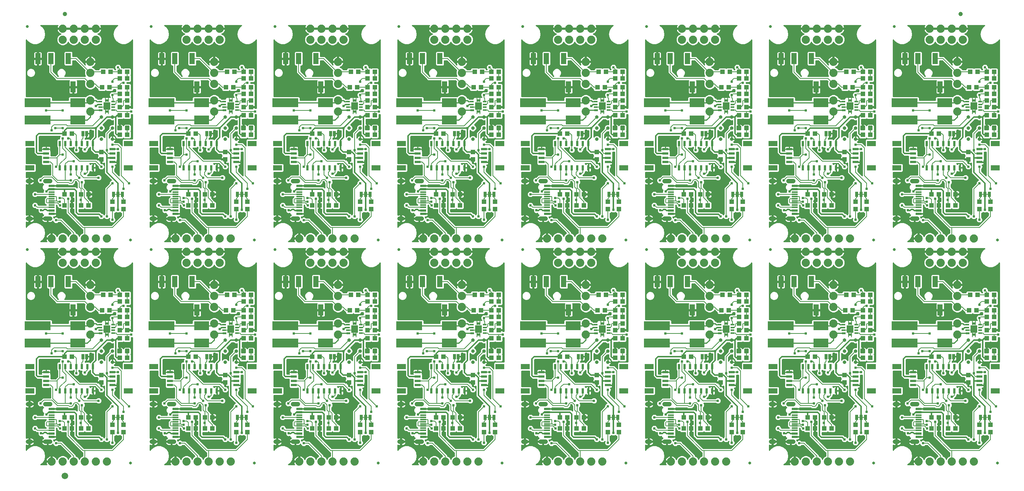
<source format=gtl>
G75*
%MOIN*%
%OFA0B0*%
%FSLAX25Y25*%
%IPPOS*%
%LPD*%
%AMOC8*
5,1,8,0,0,1.08239X$1,22.5*
%
%ADD10C,0.02500*%
%ADD11R,0.07874X0.04724*%
%ADD12R,0.05315X0.02362*%
%ADD13C,0.07400*%
%ADD14R,0.04331X0.03937*%
%ADD15C,0.01181*%
%ADD16R,0.03937X0.04331*%
%ADD17R,0.03346X0.01378*%
%ADD18R,0.05906X0.06890*%
%ADD19R,0.01102X0.04035*%
%ADD20C,0.00138*%
%ADD21R,0.02500X0.05000*%
%ADD22R,0.02362X0.04724*%
%ADD23R,0.01600X0.01000*%
%ADD24C,0.03200*%
%ADD25R,0.13780X0.07874*%
%ADD26R,0.23622X0.07874*%
%ADD27R,0.04724X0.09843*%
%ADD28R,0.05709X0.01181*%
%ADD29R,0.05709X0.02362*%
%ADD30R,0.05709X0.02165*%
%ADD31C,0.03937*%
%ADD32C,0.03937*%
%ADD33C,0.05906*%
%ADD34C,0.01200*%
%ADD35C,0.02400*%
%ADD36C,0.01000*%
%ADD37C,0.00600*%
D10*
X0135250Y0032000D03*
X0247250Y0032000D03*
X0359250Y0032000D03*
X0471250Y0032000D03*
X0583250Y0032000D03*
X0695250Y0032000D03*
X0807250Y0032000D03*
X0919250Y0032000D03*
X0825750Y0225500D03*
X0807250Y0234000D03*
X0713750Y0225500D03*
X0695250Y0234000D03*
X0601750Y0225500D03*
X0583250Y0234000D03*
X0489750Y0225500D03*
X0471250Y0234000D03*
X0377750Y0225500D03*
X0359250Y0234000D03*
X0265750Y0225500D03*
X0247250Y0234000D03*
X0153750Y0225500D03*
X0135250Y0234000D03*
X0041750Y0225500D03*
X0041750Y0427500D03*
X0153750Y0427500D03*
X0265750Y0427500D03*
X0377750Y0427500D03*
X0489750Y0427500D03*
X0601750Y0427500D03*
X0713750Y0427500D03*
X0825750Y0427500D03*
X0919250Y0234000D03*
D11*
X0917219Y0299476D03*
X0917219Y0321524D03*
X0828281Y0321524D03*
X0805219Y0321524D03*
X0805219Y0299476D03*
X0828281Y0299476D03*
X0716281Y0299476D03*
X0693219Y0299476D03*
X0693219Y0321524D03*
X0716281Y0321524D03*
X0604281Y0321524D03*
X0581219Y0321524D03*
X0581219Y0299476D03*
X0604281Y0299476D03*
X0492281Y0299476D03*
X0469219Y0299476D03*
X0469219Y0321524D03*
X0492281Y0321524D03*
X0380281Y0321524D03*
X0357219Y0321524D03*
X0357219Y0299476D03*
X0380281Y0299476D03*
X0268281Y0299476D03*
X0245219Y0299476D03*
X0245219Y0321524D03*
X0268281Y0321524D03*
X0156281Y0321524D03*
X0133219Y0321524D03*
X0133219Y0299476D03*
X0156281Y0299476D03*
X0044281Y0299476D03*
X0044281Y0321524D03*
X0044281Y0119524D03*
X0044281Y0097476D03*
X0133219Y0097476D03*
X0156281Y0097476D03*
X0156281Y0119524D03*
X0133219Y0119524D03*
X0245219Y0119524D03*
X0268281Y0119524D03*
X0268281Y0097476D03*
X0245219Y0097476D03*
X0357219Y0097476D03*
X0380281Y0097476D03*
X0380281Y0119524D03*
X0357219Y0119524D03*
X0469219Y0119524D03*
X0492281Y0119524D03*
X0492281Y0097476D03*
X0469219Y0097476D03*
X0581219Y0097476D03*
X0604281Y0097476D03*
X0604281Y0119524D03*
X0581219Y0119524D03*
X0693219Y0119524D03*
X0716281Y0119524D03*
X0716281Y0097476D03*
X0693219Y0097476D03*
X0805219Y0097476D03*
X0828281Y0097476D03*
X0828281Y0119524D03*
X0805219Y0119524D03*
X0917219Y0119524D03*
X0917219Y0097476D03*
D12*
X0902750Y0102594D03*
X0902750Y0106531D03*
X0902750Y0110469D03*
X0902750Y0114406D03*
X0842750Y0114406D03*
X0842750Y0110469D03*
X0842750Y0106531D03*
X0842750Y0102594D03*
X0790750Y0102594D03*
X0790750Y0106531D03*
X0790750Y0110469D03*
X0790750Y0114406D03*
X0730750Y0114406D03*
X0730750Y0110469D03*
X0730750Y0106531D03*
X0730750Y0102594D03*
X0678750Y0102594D03*
X0678750Y0106531D03*
X0678750Y0110469D03*
X0678750Y0114406D03*
X0618750Y0114406D03*
X0618750Y0110469D03*
X0618750Y0106531D03*
X0618750Y0102594D03*
X0566750Y0102594D03*
X0566750Y0106531D03*
X0566750Y0110469D03*
X0566750Y0114406D03*
X0506750Y0114406D03*
X0506750Y0110469D03*
X0506750Y0106531D03*
X0506750Y0102594D03*
X0454750Y0102594D03*
X0454750Y0106531D03*
X0454750Y0110469D03*
X0454750Y0114406D03*
X0394750Y0114406D03*
X0394750Y0110469D03*
X0394750Y0106531D03*
X0394750Y0102594D03*
X0342750Y0102594D03*
X0342750Y0106531D03*
X0342750Y0110469D03*
X0342750Y0114406D03*
X0282750Y0114406D03*
X0282750Y0110469D03*
X0282750Y0106531D03*
X0282750Y0102594D03*
X0230750Y0102594D03*
X0230750Y0106531D03*
X0230750Y0110469D03*
X0230750Y0114406D03*
X0170750Y0114406D03*
X0170750Y0110469D03*
X0170750Y0106531D03*
X0170750Y0102594D03*
X0118750Y0102594D03*
X0118750Y0106531D03*
X0118750Y0110469D03*
X0118750Y0114406D03*
X0058750Y0114406D03*
X0058750Y0110469D03*
X0058750Y0106531D03*
X0058750Y0102594D03*
X0058750Y0304594D03*
X0058750Y0308531D03*
X0058750Y0312469D03*
X0058750Y0316406D03*
X0118750Y0316406D03*
X0118750Y0312469D03*
X0118750Y0308531D03*
X0118750Y0304594D03*
X0170750Y0304594D03*
X0170750Y0308531D03*
X0170750Y0312469D03*
X0170750Y0316406D03*
X0230750Y0316406D03*
X0230750Y0312469D03*
X0230750Y0308531D03*
X0230750Y0304594D03*
X0282750Y0304594D03*
X0282750Y0308531D03*
X0282750Y0312469D03*
X0282750Y0316406D03*
X0342750Y0316406D03*
X0342750Y0312469D03*
X0342750Y0308531D03*
X0342750Y0304594D03*
X0394750Y0304594D03*
X0394750Y0308531D03*
X0394750Y0312469D03*
X0394750Y0316406D03*
X0454750Y0316406D03*
X0454750Y0312469D03*
X0454750Y0308531D03*
X0454750Y0304594D03*
X0506750Y0304594D03*
X0506750Y0308531D03*
X0506750Y0312469D03*
X0506750Y0316406D03*
X0566750Y0316406D03*
X0566750Y0312469D03*
X0566750Y0308531D03*
X0566750Y0304594D03*
X0618750Y0304594D03*
X0618750Y0308531D03*
X0618750Y0312469D03*
X0618750Y0316406D03*
X0678750Y0316406D03*
X0678750Y0312469D03*
X0678750Y0308531D03*
X0678750Y0304594D03*
X0730750Y0304594D03*
X0730750Y0308531D03*
X0730750Y0312469D03*
X0730750Y0316406D03*
X0790750Y0316406D03*
X0790750Y0312469D03*
X0790750Y0308531D03*
X0790750Y0304594D03*
X0842750Y0304594D03*
X0842750Y0308531D03*
X0842750Y0312469D03*
X0842750Y0316406D03*
X0902750Y0316406D03*
X0902750Y0312469D03*
X0902750Y0308531D03*
X0902750Y0304594D03*
D13*
X0882750Y0350500D03*
X0882750Y0360500D03*
X0882750Y0375500D03*
X0882750Y0385500D03*
X0882750Y0395500D03*
X0877750Y0415500D03*
X0867750Y0415500D03*
X0857750Y0415500D03*
X0857750Y0425500D03*
X0867750Y0425500D03*
X0877750Y0425500D03*
X0887750Y0425500D03*
X0887750Y0415500D03*
X0775750Y0415500D03*
X0765750Y0415500D03*
X0755750Y0415500D03*
X0745750Y0415500D03*
X0745750Y0425500D03*
X0755750Y0425500D03*
X0765750Y0425500D03*
X0775750Y0425500D03*
X0770750Y0395500D03*
X0770750Y0385500D03*
X0770750Y0375500D03*
X0770750Y0360500D03*
X0770750Y0350500D03*
X0658750Y0350500D03*
X0658750Y0360500D03*
X0658750Y0375500D03*
X0658750Y0385500D03*
X0658750Y0395500D03*
X0653750Y0415500D03*
X0643750Y0415500D03*
X0633750Y0415500D03*
X0633750Y0425500D03*
X0643750Y0425500D03*
X0653750Y0425500D03*
X0663750Y0425500D03*
X0663750Y0415500D03*
X0551750Y0415500D03*
X0541750Y0415500D03*
X0531750Y0415500D03*
X0521750Y0415500D03*
X0521750Y0425500D03*
X0531750Y0425500D03*
X0541750Y0425500D03*
X0551750Y0425500D03*
X0546750Y0395500D03*
X0546750Y0385500D03*
X0546750Y0375500D03*
X0546750Y0360500D03*
X0546750Y0350500D03*
X0434750Y0350500D03*
X0434750Y0360500D03*
X0434750Y0375500D03*
X0434750Y0385500D03*
X0434750Y0395500D03*
X0429750Y0415500D03*
X0419750Y0415500D03*
X0409750Y0415500D03*
X0409750Y0425500D03*
X0419750Y0425500D03*
X0429750Y0425500D03*
X0439750Y0425500D03*
X0439750Y0415500D03*
X0327750Y0415500D03*
X0317750Y0415500D03*
X0307750Y0415500D03*
X0297750Y0415500D03*
X0297750Y0425500D03*
X0307750Y0425500D03*
X0317750Y0425500D03*
X0327750Y0425500D03*
X0322750Y0395500D03*
X0322750Y0385500D03*
X0322750Y0375500D03*
X0322750Y0360500D03*
X0322750Y0350500D03*
X0210750Y0350500D03*
X0210750Y0360500D03*
X0210750Y0375500D03*
X0210750Y0385500D03*
X0210750Y0395500D03*
X0205750Y0415500D03*
X0195750Y0415500D03*
X0185750Y0415500D03*
X0185750Y0425500D03*
X0195750Y0425500D03*
X0205750Y0425500D03*
X0215750Y0425500D03*
X0215750Y0415500D03*
X0103750Y0415500D03*
X0093750Y0415500D03*
X0083750Y0415500D03*
X0073750Y0415500D03*
X0073750Y0425500D03*
X0083750Y0425500D03*
X0093750Y0425500D03*
X0103750Y0425500D03*
X0098750Y0395500D03*
X0098750Y0385500D03*
X0098750Y0375500D03*
X0098750Y0360500D03*
X0098750Y0350500D03*
X0093750Y0235500D03*
X0083750Y0235500D03*
X0073750Y0235500D03*
X0063750Y0235500D03*
X0073750Y0223500D03*
X0083750Y0223500D03*
X0093750Y0223500D03*
X0103750Y0223500D03*
X0103750Y0213500D03*
X0093750Y0213500D03*
X0083750Y0213500D03*
X0073750Y0213500D03*
X0098750Y0193500D03*
X0098750Y0183500D03*
X0098750Y0173500D03*
X0098750Y0158500D03*
X0098750Y0148500D03*
X0210750Y0148500D03*
X0210750Y0158500D03*
X0210750Y0173500D03*
X0210750Y0183500D03*
X0210750Y0193500D03*
X0205750Y0213500D03*
X0195750Y0213500D03*
X0185750Y0213500D03*
X0185750Y0223500D03*
X0195750Y0223500D03*
X0205750Y0223500D03*
X0215750Y0223500D03*
X0215750Y0213500D03*
X0215750Y0235500D03*
X0205750Y0235500D03*
X0195750Y0235500D03*
X0185750Y0235500D03*
X0175750Y0235500D03*
X0225750Y0235500D03*
X0287750Y0235500D03*
X0297750Y0235500D03*
X0307750Y0235500D03*
X0317750Y0235500D03*
X0327750Y0235500D03*
X0337750Y0235500D03*
X0327750Y0223500D03*
X0317750Y0223500D03*
X0307750Y0223500D03*
X0297750Y0223500D03*
X0297750Y0213500D03*
X0307750Y0213500D03*
X0317750Y0213500D03*
X0327750Y0213500D03*
X0322750Y0193500D03*
X0322750Y0183500D03*
X0322750Y0173500D03*
X0322750Y0158500D03*
X0322750Y0148500D03*
X0434750Y0148500D03*
X0434750Y0158500D03*
X0434750Y0173500D03*
X0434750Y0183500D03*
X0434750Y0193500D03*
X0429750Y0213500D03*
X0419750Y0213500D03*
X0409750Y0213500D03*
X0409750Y0223500D03*
X0419750Y0223500D03*
X0429750Y0223500D03*
X0439750Y0223500D03*
X0439750Y0213500D03*
X0439750Y0235500D03*
X0429750Y0235500D03*
X0419750Y0235500D03*
X0409750Y0235500D03*
X0399750Y0235500D03*
X0449750Y0235500D03*
X0511750Y0235500D03*
X0521750Y0235500D03*
X0531750Y0235500D03*
X0541750Y0235500D03*
X0551750Y0235500D03*
X0561750Y0235500D03*
X0551750Y0223500D03*
X0541750Y0223500D03*
X0531750Y0223500D03*
X0521750Y0223500D03*
X0521750Y0213500D03*
X0531750Y0213500D03*
X0541750Y0213500D03*
X0551750Y0213500D03*
X0546750Y0193500D03*
X0546750Y0183500D03*
X0546750Y0173500D03*
X0546750Y0158500D03*
X0546750Y0148500D03*
X0658750Y0148500D03*
X0658750Y0158500D03*
X0658750Y0173500D03*
X0658750Y0183500D03*
X0658750Y0193500D03*
X0653750Y0213500D03*
X0643750Y0213500D03*
X0633750Y0213500D03*
X0633750Y0223500D03*
X0643750Y0223500D03*
X0653750Y0223500D03*
X0663750Y0223500D03*
X0663750Y0213500D03*
X0663750Y0235500D03*
X0653750Y0235500D03*
X0643750Y0235500D03*
X0633750Y0235500D03*
X0623750Y0235500D03*
X0673750Y0235500D03*
X0735750Y0235500D03*
X0745750Y0235500D03*
X0755750Y0235500D03*
X0765750Y0235500D03*
X0775750Y0235500D03*
X0785750Y0235500D03*
X0775750Y0223500D03*
X0765750Y0223500D03*
X0755750Y0223500D03*
X0745750Y0223500D03*
X0745750Y0213500D03*
X0755750Y0213500D03*
X0765750Y0213500D03*
X0775750Y0213500D03*
X0770750Y0193500D03*
X0770750Y0183500D03*
X0770750Y0173500D03*
X0770750Y0158500D03*
X0770750Y0148500D03*
X0882750Y0148500D03*
X0882750Y0158500D03*
X0882750Y0173500D03*
X0882750Y0183500D03*
X0882750Y0193500D03*
X0877750Y0213500D03*
X0867750Y0213500D03*
X0857750Y0213500D03*
X0857750Y0223500D03*
X0867750Y0223500D03*
X0877750Y0223500D03*
X0887750Y0223500D03*
X0887750Y0213500D03*
X0887750Y0235500D03*
X0877750Y0235500D03*
X0867750Y0235500D03*
X0857750Y0235500D03*
X0847750Y0235500D03*
X0897750Y0235500D03*
X0897750Y0033500D03*
X0887750Y0033500D03*
X0877750Y0033500D03*
X0867750Y0033500D03*
X0857750Y0033500D03*
X0847750Y0033500D03*
X0785750Y0033500D03*
X0775750Y0033500D03*
X0765750Y0033500D03*
X0755750Y0033500D03*
X0745750Y0033500D03*
X0735750Y0033500D03*
X0673750Y0033500D03*
X0663750Y0033500D03*
X0653750Y0033500D03*
X0643750Y0033500D03*
X0633750Y0033500D03*
X0623750Y0033500D03*
X0561750Y0033500D03*
X0551750Y0033500D03*
X0541750Y0033500D03*
X0531750Y0033500D03*
X0521750Y0033500D03*
X0511750Y0033500D03*
X0449750Y0033500D03*
X0439750Y0033500D03*
X0429750Y0033500D03*
X0419750Y0033500D03*
X0409750Y0033500D03*
X0399750Y0033500D03*
X0337750Y0033500D03*
X0327750Y0033500D03*
X0317750Y0033500D03*
X0307750Y0033500D03*
X0297750Y0033500D03*
X0287750Y0033500D03*
X0225750Y0033500D03*
X0215750Y0033500D03*
X0205750Y0033500D03*
X0195750Y0033500D03*
X0185750Y0033500D03*
X0175750Y0033500D03*
X0113750Y0033500D03*
X0103750Y0033500D03*
X0093750Y0033500D03*
X0083750Y0033500D03*
X0073750Y0033500D03*
X0063750Y0033500D03*
X0103750Y0235500D03*
X0113750Y0235500D03*
D14*
X0097096Y0265500D03*
X0090404Y0265500D03*
X0082096Y0265500D03*
X0075404Y0265500D03*
X0075404Y0275500D03*
X0082096Y0275500D03*
X0090404Y0275500D03*
X0097096Y0275500D03*
X0187404Y0275500D03*
X0194096Y0275500D03*
X0202404Y0275500D03*
X0209096Y0275500D03*
X0209096Y0265500D03*
X0202404Y0265500D03*
X0194096Y0265500D03*
X0187404Y0265500D03*
X0299404Y0265500D03*
X0306096Y0265500D03*
X0314404Y0265500D03*
X0321096Y0265500D03*
X0321096Y0275500D03*
X0314404Y0275500D03*
X0306096Y0275500D03*
X0299404Y0275500D03*
X0349404Y0329500D03*
X0356096Y0329500D03*
X0356096Y0347000D03*
X0349404Y0347000D03*
X0349404Y0354500D03*
X0349404Y0360500D03*
X0349404Y0366500D03*
X0356096Y0366500D03*
X0356096Y0360500D03*
X0356096Y0354500D03*
X0356096Y0372500D03*
X0349404Y0372500D03*
X0349404Y0380500D03*
X0356096Y0380500D03*
X0356096Y0386500D03*
X0349404Y0386500D03*
X0341096Y0386500D03*
X0334404Y0386500D03*
X0333404Y0372500D03*
X0340096Y0372500D03*
X0306096Y0330500D03*
X0299404Y0330500D03*
X0244096Y0329500D03*
X0237404Y0329500D03*
X0237404Y0347000D03*
X0244096Y0347000D03*
X0244096Y0354500D03*
X0244096Y0360500D03*
X0244096Y0366500D03*
X0237404Y0366500D03*
X0237404Y0360500D03*
X0237404Y0354500D03*
X0237404Y0372500D03*
X0244096Y0372500D03*
X0244096Y0380500D03*
X0237404Y0380500D03*
X0228096Y0372500D03*
X0221404Y0372500D03*
X0222404Y0386500D03*
X0229096Y0386500D03*
X0237404Y0386500D03*
X0244096Y0386500D03*
X0132096Y0386500D03*
X0125404Y0386500D03*
X0117096Y0386500D03*
X0110404Y0386500D03*
X0125404Y0380500D03*
X0132096Y0380500D03*
X0132096Y0372500D03*
X0125404Y0372500D03*
X0116096Y0372500D03*
X0109404Y0372500D03*
X0125404Y0366500D03*
X0125404Y0360500D03*
X0125404Y0354500D03*
X0132096Y0354500D03*
X0132096Y0360500D03*
X0132096Y0366500D03*
X0132096Y0347000D03*
X0125404Y0347000D03*
X0125404Y0329500D03*
X0132096Y0329500D03*
X0082096Y0330500D03*
X0075404Y0330500D03*
X0187404Y0330500D03*
X0194096Y0330500D03*
X0411404Y0330500D03*
X0418096Y0330500D03*
X0461404Y0329500D03*
X0468096Y0329500D03*
X0468096Y0347000D03*
X0461404Y0347000D03*
X0461404Y0354500D03*
X0461404Y0360500D03*
X0461404Y0366500D03*
X0468096Y0366500D03*
X0468096Y0360500D03*
X0468096Y0354500D03*
X0468096Y0372500D03*
X0461404Y0372500D03*
X0461404Y0380500D03*
X0468096Y0380500D03*
X0468096Y0386500D03*
X0461404Y0386500D03*
X0453096Y0386500D03*
X0446404Y0386500D03*
X0445404Y0372500D03*
X0452096Y0372500D03*
X0523404Y0330500D03*
X0530096Y0330500D03*
X0573404Y0329500D03*
X0580096Y0329500D03*
X0580096Y0347000D03*
X0573404Y0347000D03*
X0573404Y0354500D03*
X0573404Y0360500D03*
X0573404Y0366500D03*
X0580096Y0366500D03*
X0580096Y0360500D03*
X0580096Y0354500D03*
X0580096Y0372500D03*
X0573404Y0372500D03*
X0573404Y0380500D03*
X0580096Y0380500D03*
X0580096Y0386500D03*
X0573404Y0386500D03*
X0565096Y0386500D03*
X0558404Y0386500D03*
X0557404Y0372500D03*
X0564096Y0372500D03*
X0635404Y0330500D03*
X0642096Y0330500D03*
X0685404Y0329500D03*
X0692096Y0329500D03*
X0692096Y0347000D03*
X0685404Y0347000D03*
X0685404Y0354500D03*
X0685404Y0360500D03*
X0685404Y0366500D03*
X0692096Y0366500D03*
X0692096Y0360500D03*
X0692096Y0354500D03*
X0692096Y0372500D03*
X0685404Y0372500D03*
X0685404Y0380500D03*
X0692096Y0380500D03*
X0676096Y0372500D03*
X0669404Y0372500D03*
X0670404Y0386500D03*
X0677096Y0386500D03*
X0685404Y0386500D03*
X0692096Y0386500D03*
X0782404Y0386500D03*
X0789096Y0386500D03*
X0797404Y0386500D03*
X0804096Y0386500D03*
X0804096Y0380500D03*
X0797404Y0380500D03*
X0797404Y0372500D03*
X0804096Y0372500D03*
X0788096Y0372500D03*
X0781404Y0372500D03*
X0797404Y0366500D03*
X0797404Y0360500D03*
X0797404Y0354500D03*
X0804096Y0354500D03*
X0804096Y0360500D03*
X0804096Y0366500D03*
X0804096Y0347000D03*
X0797404Y0347000D03*
X0797404Y0329500D03*
X0804096Y0329500D03*
X0754096Y0330500D03*
X0747404Y0330500D03*
X0859404Y0330500D03*
X0866096Y0330500D03*
X0909404Y0329500D03*
X0916096Y0329500D03*
X0916096Y0347000D03*
X0909404Y0347000D03*
X0909404Y0354500D03*
X0909404Y0360500D03*
X0909404Y0366500D03*
X0916096Y0366500D03*
X0916096Y0360500D03*
X0916096Y0354500D03*
X0916096Y0372500D03*
X0909404Y0372500D03*
X0909404Y0380500D03*
X0916096Y0380500D03*
X0916096Y0386500D03*
X0909404Y0386500D03*
X0901096Y0386500D03*
X0894404Y0386500D03*
X0893404Y0372500D03*
X0900096Y0372500D03*
X0881096Y0275500D03*
X0874404Y0275500D03*
X0866096Y0275500D03*
X0859404Y0275500D03*
X0859404Y0265500D03*
X0866096Y0265500D03*
X0874404Y0265500D03*
X0881096Y0265500D03*
X0769096Y0265500D03*
X0762404Y0265500D03*
X0754096Y0265500D03*
X0747404Y0265500D03*
X0747404Y0275500D03*
X0754096Y0275500D03*
X0762404Y0275500D03*
X0769096Y0275500D03*
X0657096Y0275500D03*
X0650404Y0275500D03*
X0642096Y0275500D03*
X0635404Y0275500D03*
X0635404Y0265500D03*
X0642096Y0265500D03*
X0650404Y0265500D03*
X0657096Y0265500D03*
X0545096Y0265500D03*
X0538404Y0265500D03*
X0530096Y0265500D03*
X0523404Y0265500D03*
X0523404Y0275500D03*
X0530096Y0275500D03*
X0538404Y0275500D03*
X0545096Y0275500D03*
X0433096Y0275500D03*
X0426404Y0275500D03*
X0418096Y0275500D03*
X0411404Y0275500D03*
X0411404Y0265500D03*
X0418096Y0265500D03*
X0426404Y0265500D03*
X0433096Y0265500D03*
X0446404Y0184500D03*
X0453096Y0184500D03*
X0461404Y0184500D03*
X0468096Y0184500D03*
X0468096Y0178500D03*
X0461404Y0178500D03*
X0461404Y0170500D03*
X0468096Y0170500D03*
X0468096Y0164500D03*
X0468096Y0158500D03*
X0468096Y0152500D03*
X0461404Y0152500D03*
X0461404Y0158500D03*
X0461404Y0164500D03*
X0452096Y0170500D03*
X0445404Y0170500D03*
X0461404Y0145000D03*
X0468096Y0145000D03*
X0468096Y0127500D03*
X0461404Y0127500D03*
X0418096Y0128500D03*
X0411404Y0128500D03*
X0356096Y0127500D03*
X0349404Y0127500D03*
X0349404Y0145000D03*
X0356096Y0145000D03*
X0356096Y0152500D03*
X0356096Y0158500D03*
X0356096Y0164500D03*
X0349404Y0164500D03*
X0349404Y0158500D03*
X0349404Y0152500D03*
X0349404Y0170500D03*
X0356096Y0170500D03*
X0356096Y0178500D03*
X0349404Y0178500D03*
X0340096Y0170500D03*
X0333404Y0170500D03*
X0334404Y0184500D03*
X0341096Y0184500D03*
X0349404Y0184500D03*
X0356096Y0184500D03*
X0244096Y0184500D03*
X0237404Y0184500D03*
X0229096Y0184500D03*
X0222404Y0184500D03*
X0237404Y0178500D03*
X0244096Y0178500D03*
X0244096Y0170500D03*
X0237404Y0170500D03*
X0228096Y0170500D03*
X0221404Y0170500D03*
X0237404Y0164500D03*
X0237404Y0158500D03*
X0237404Y0152500D03*
X0244096Y0152500D03*
X0244096Y0158500D03*
X0244096Y0164500D03*
X0244096Y0145000D03*
X0237404Y0145000D03*
X0237404Y0127500D03*
X0244096Y0127500D03*
X0194096Y0128500D03*
X0187404Y0128500D03*
X0132096Y0127500D03*
X0125404Y0127500D03*
X0125404Y0145000D03*
X0132096Y0145000D03*
X0132096Y0152500D03*
X0132096Y0158500D03*
X0132096Y0164500D03*
X0125404Y0164500D03*
X0125404Y0158500D03*
X0125404Y0152500D03*
X0125404Y0170500D03*
X0132096Y0170500D03*
X0132096Y0178500D03*
X0125404Y0178500D03*
X0116096Y0170500D03*
X0109404Y0170500D03*
X0110404Y0184500D03*
X0117096Y0184500D03*
X0125404Y0184500D03*
X0132096Y0184500D03*
X0082096Y0128500D03*
X0075404Y0128500D03*
X0075404Y0073500D03*
X0082096Y0073500D03*
X0090404Y0073500D03*
X0097096Y0073500D03*
X0097096Y0063500D03*
X0090404Y0063500D03*
X0082096Y0063500D03*
X0075404Y0063500D03*
X0187404Y0063500D03*
X0194096Y0063500D03*
X0202404Y0063500D03*
X0209096Y0063500D03*
X0209096Y0073500D03*
X0202404Y0073500D03*
X0194096Y0073500D03*
X0187404Y0073500D03*
X0299404Y0073500D03*
X0306096Y0073500D03*
X0314404Y0073500D03*
X0321096Y0073500D03*
X0321096Y0063500D03*
X0314404Y0063500D03*
X0306096Y0063500D03*
X0299404Y0063500D03*
X0411404Y0063500D03*
X0418096Y0063500D03*
X0426404Y0063500D03*
X0433096Y0063500D03*
X0433096Y0073500D03*
X0426404Y0073500D03*
X0418096Y0073500D03*
X0411404Y0073500D03*
X0523404Y0073500D03*
X0530096Y0073500D03*
X0538404Y0073500D03*
X0545096Y0073500D03*
X0545096Y0063500D03*
X0538404Y0063500D03*
X0530096Y0063500D03*
X0523404Y0063500D03*
X0635404Y0063500D03*
X0642096Y0063500D03*
X0650404Y0063500D03*
X0657096Y0063500D03*
X0657096Y0073500D03*
X0650404Y0073500D03*
X0642096Y0073500D03*
X0635404Y0073500D03*
X0635404Y0128500D03*
X0642096Y0128500D03*
X0685404Y0127500D03*
X0692096Y0127500D03*
X0692096Y0145000D03*
X0685404Y0145000D03*
X0685404Y0152500D03*
X0685404Y0158500D03*
X0685404Y0164500D03*
X0692096Y0164500D03*
X0692096Y0158500D03*
X0692096Y0152500D03*
X0692096Y0170500D03*
X0685404Y0170500D03*
X0685404Y0178500D03*
X0692096Y0178500D03*
X0676096Y0170500D03*
X0669404Y0170500D03*
X0670404Y0184500D03*
X0677096Y0184500D03*
X0685404Y0184500D03*
X0692096Y0184500D03*
X0782404Y0184500D03*
X0789096Y0184500D03*
X0797404Y0184500D03*
X0804096Y0184500D03*
X0804096Y0178500D03*
X0797404Y0178500D03*
X0797404Y0170500D03*
X0804096Y0170500D03*
X0788096Y0170500D03*
X0781404Y0170500D03*
X0797404Y0164500D03*
X0797404Y0158500D03*
X0797404Y0152500D03*
X0804096Y0152500D03*
X0804096Y0158500D03*
X0804096Y0164500D03*
X0804096Y0145000D03*
X0797404Y0145000D03*
X0797404Y0127500D03*
X0804096Y0127500D03*
X0754096Y0128500D03*
X0747404Y0128500D03*
X0859404Y0128500D03*
X0866096Y0128500D03*
X0909404Y0127500D03*
X0916096Y0127500D03*
X0916096Y0145000D03*
X0909404Y0145000D03*
X0909404Y0152500D03*
X0909404Y0158500D03*
X0909404Y0164500D03*
X0916096Y0164500D03*
X0916096Y0158500D03*
X0916096Y0152500D03*
X0916096Y0170500D03*
X0909404Y0170500D03*
X0909404Y0178500D03*
X0916096Y0178500D03*
X0916096Y0184500D03*
X0909404Y0184500D03*
X0901096Y0184500D03*
X0894404Y0184500D03*
X0893404Y0170500D03*
X0900096Y0170500D03*
X0881096Y0073500D03*
X0874404Y0073500D03*
X0866096Y0073500D03*
X0859404Y0073500D03*
X0859404Y0063500D03*
X0866096Y0063500D03*
X0874404Y0063500D03*
X0881096Y0063500D03*
X0769096Y0063500D03*
X0762404Y0063500D03*
X0754096Y0063500D03*
X0747404Y0063500D03*
X0747404Y0073500D03*
X0754096Y0073500D03*
X0762404Y0073500D03*
X0769096Y0073500D03*
X0580096Y0127500D03*
X0573404Y0127500D03*
X0573404Y0145000D03*
X0580096Y0145000D03*
X0580096Y0152500D03*
X0580096Y0158500D03*
X0580096Y0164500D03*
X0573404Y0164500D03*
X0573404Y0158500D03*
X0573404Y0152500D03*
X0573404Y0170500D03*
X0580096Y0170500D03*
X0580096Y0178500D03*
X0573404Y0178500D03*
X0564096Y0170500D03*
X0557404Y0170500D03*
X0558404Y0184500D03*
X0565096Y0184500D03*
X0573404Y0184500D03*
X0580096Y0184500D03*
X0530096Y0128500D03*
X0523404Y0128500D03*
X0306096Y0128500D03*
X0299404Y0128500D03*
D15*
X0350675Y0132122D02*
X0350675Y0134878D01*
X0350675Y0132122D02*
X0347919Y0132122D01*
X0347919Y0134878D01*
X0350675Y0134878D01*
X0350675Y0133244D02*
X0347919Y0133244D01*
X0347919Y0134366D02*
X0350675Y0134366D01*
X0357581Y0134878D02*
X0357581Y0132122D01*
X0354825Y0132122D01*
X0354825Y0134878D01*
X0357581Y0134878D01*
X0357581Y0133244D02*
X0354825Y0133244D01*
X0354825Y0134366D02*
X0357581Y0134366D01*
X0462675Y0134878D02*
X0462675Y0132122D01*
X0459919Y0132122D01*
X0459919Y0134878D01*
X0462675Y0134878D01*
X0462675Y0133244D02*
X0459919Y0133244D01*
X0459919Y0134366D02*
X0462675Y0134366D01*
X0469581Y0134878D02*
X0469581Y0132122D01*
X0466825Y0132122D01*
X0466825Y0134878D01*
X0469581Y0134878D01*
X0469581Y0133244D02*
X0466825Y0133244D01*
X0466825Y0134366D02*
X0469581Y0134366D01*
X0574675Y0134878D02*
X0574675Y0132122D01*
X0571919Y0132122D01*
X0571919Y0134878D01*
X0574675Y0134878D01*
X0574675Y0133244D02*
X0571919Y0133244D01*
X0571919Y0134366D02*
X0574675Y0134366D01*
X0581581Y0134878D02*
X0581581Y0132122D01*
X0578825Y0132122D01*
X0578825Y0134878D01*
X0581581Y0134878D01*
X0581581Y0133244D02*
X0578825Y0133244D01*
X0578825Y0134366D02*
X0581581Y0134366D01*
X0686675Y0134878D02*
X0686675Y0132122D01*
X0683919Y0132122D01*
X0683919Y0134878D01*
X0686675Y0134878D01*
X0686675Y0133244D02*
X0683919Y0133244D01*
X0683919Y0134366D02*
X0686675Y0134366D01*
X0693581Y0134878D02*
X0693581Y0132122D01*
X0690825Y0132122D01*
X0690825Y0134878D01*
X0693581Y0134878D01*
X0693581Y0133244D02*
X0690825Y0133244D01*
X0690825Y0134366D02*
X0693581Y0134366D01*
X0798675Y0134878D02*
X0798675Y0132122D01*
X0795919Y0132122D01*
X0795919Y0134878D01*
X0798675Y0134878D01*
X0798675Y0133244D02*
X0795919Y0133244D01*
X0795919Y0134366D02*
X0798675Y0134366D01*
X0805581Y0134878D02*
X0805581Y0132122D01*
X0802825Y0132122D01*
X0802825Y0134878D01*
X0805581Y0134878D01*
X0805581Y0133244D02*
X0802825Y0133244D01*
X0802825Y0134366D02*
X0805581Y0134366D01*
X0910675Y0134878D02*
X0910675Y0132122D01*
X0907919Y0132122D01*
X0907919Y0134878D01*
X0910675Y0134878D01*
X0910675Y0133244D02*
X0907919Y0133244D01*
X0907919Y0134366D02*
X0910675Y0134366D01*
X0917581Y0134878D02*
X0917581Y0132122D01*
X0914825Y0132122D01*
X0914825Y0134878D01*
X0917581Y0134878D01*
X0917581Y0133244D02*
X0914825Y0133244D01*
X0914825Y0134366D02*
X0917581Y0134366D01*
X0917581Y0334122D02*
X0917581Y0336878D01*
X0917581Y0334122D02*
X0914825Y0334122D01*
X0914825Y0336878D01*
X0917581Y0336878D01*
X0917581Y0335244D02*
X0914825Y0335244D01*
X0914825Y0336366D02*
X0917581Y0336366D01*
X0910675Y0336878D02*
X0910675Y0334122D01*
X0907919Y0334122D01*
X0907919Y0336878D01*
X0910675Y0336878D01*
X0910675Y0335244D02*
X0907919Y0335244D01*
X0907919Y0336366D02*
X0910675Y0336366D01*
X0805581Y0336878D02*
X0805581Y0334122D01*
X0802825Y0334122D01*
X0802825Y0336878D01*
X0805581Y0336878D01*
X0805581Y0335244D02*
X0802825Y0335244D01*
X0802825Y0336366D02*
X0805581Y0336366D01*
X0798675Y0336878D02*
X0798675Y0334122D01*
X0795919Y0334122D01*
X0795919Y0336878D01*
X0798675Y0336878D01*
X0798675Y0335244D02*
X0795919Y0335244D01*
X0795919Y0336366D02*
X0798675Y0336366D01*
X0693581Y0336878D02*
X0693581Y0334122D01*
X0690825Y0334122D01*
X0690825Y0336878D01*
X0693581Y0336878D01*
X0693581Y0335244D02*
X0690825Y0335244D01*
X0690825Y0336366D02*
X0693581Y0336366D01*
X0686675Y0336878D02*
X0686675Y0334122D01*
X0683919Y0334122D01*
X0683919Y0336878D01*
X0686675Y0336878D01*
X0686675Y0335244D02*
X0683919Y0335244D01*
X0683919Y0336366D02*
X0686675Y0336366D01*
X0581581Y0336878D02*
X0581581Y0334122D01*
X0578825Y0334122D01*
X0578825Y0336878D01*
X0581581Y0336878D01*
X0581581Y0335244D02*
X0578825Y0335244D01*
X0578825Y0336366D02*
X0581581Y0336366D01*
X0574675Y0336878D02*
X0574675Y0334122D01*
X0571919Y0334122D01*
X0571919Y0336878D01*
X0574675Y0336878D01*
X0574675Y0335244D02*
X0571919Y0335244D01*
X0571919Y0336366D02*
X0574675Y0336366D01*
X0469581Y0336878D02*
X0469581Y0334122D01*
X0466825Y0334122D01*
X0466825Y0336878D01*
X0469581Y0336878D01*
X0469581Y0335244D02*
X0466825Y0335244D01*
X0466825Y0336366D02*
X0469581Y0336366D01*
X0462675Y0336878D02*
X0462675Y0334122D01*
X0459919Y0334122D01*
X0459919Y0336878D01*
X0462675Y0336878D01*
X0462675Y0335244D02*
X0459919Y0335244D01*
X0459919Y0336366D02*
X0462675Y0336366D01*
X0357581Y0336878D02*
X0357581Y0334122D01*
X0354825Y0334122D01*
X0354825Y0336878D01*
X0357581Y0336878D01*
X0357581Y0335244D02*
X0354825Y0335244D01*
X0354825Y0336366D02*
X0357581Y0336366D01*
X0350675Y0336878D02*
X0350675Y0334122D01*
X0347919Y0334122D01*
X0347919Y0336878D01*
X0350675Y0336878D01*
X0350675Y0335244D02*
X0347919Y0335244D01*
X0347919Y0336366D02*
X0350675Y0336366D01*
X0245581Y0336878D02*
X0245581Y0334122D01*
X0242825Y0334122D01*
X0242825Y0336878D01*
X0245581Y0336878D01*
X0245581Y0335244D02*
X0242825Y0335244D01*
X0242825Y0336366D02*
X0245581Y0336366D01*
X0238675Y0336878D02*
X0238675Y0334122D01*
X0235919Y0334122D01*
X0235919Y0336878D01*
X0238675Y0336878D01*
X0238675Y0335244D02*
X0235919Y0335244D01*
X0235919Y0336366D02*
X0238675Y0336366D01*
X0133581Y0336878D02*
X0133581Y0334122D01*
X0130825Y0334122D01*
X0130825Y0336878D01*
X0133581Y0336878D01*
X0133581Y0335244D02*
X0130825Y0335244D01*
X0130825Y0336366D02*
X0133581Y0336366D01*
X0126675Y0336878D02*
X0126675Y0334122D01*
X0123919Y0334122D01*
X0123919Y0336878D01*
X0126675Y0336878D01*
X0126675Y0335244D02*
X0123919Y0335244D01*
X0123919Y0336366D02*
X0126675Y0336366D01*
X0126675Y0134878D02*
X0126675Y0132122D01*
X0123919Y0132122D01*
X0123919Y0134878D01*
X0126675Y0134878D01*
X0126675Y0133244D02*
X0123919Y0133244D01*
X0123919Y0134366D02*
X0126675Y0134366D01*
X0133581Y0134878D02*
X0133581Y0132122D01*
X0130825Y0132122D01*
X0130825Y0134878D01*
X0133581Y0134878D01*
X0133581Y0133244D02*
X0130825Y0133244D01*
X0130825Y0134366D02*
X0133581Y0134366D01*
X0238675Y0134878D02*
X0238675Y0132122D01*
X0235919Y0132122D01*
X0235919Y0134878D01*
X0238675Y0134878D01*
X0238675Y0133244D02*
X0235919Y0133244D01*
X0235919Y0134366D02*
X0238675Y0134366D01*
X0245581Y0134878D02*
X0245581Y0132122D01*
X0242825Y0132122D01*
X0242825Y0134878D01*
X0245581Y0134878D01*
X0245581Y0133244D02*
X0242825Y0133244D01*
X0242825Y0134366D02*
X0245581Y0134366D01*
D16*
X0220750Y0111846D03*
X0220750Y0105154D03*
X0230750Y0066846D03*
X0230750Y0060154D03*
X0240750Y0060154D03*
X0240750Y0066846D03*
X0332750Y0105154D03*
X0332750Y0111846D03*
X0342750Y0066846D03*
X0342750Y0060154D03*
X0352750Y0060154D03*
X0352750Y0066846D03*
X0444750Y0105154D03*
X0444750Y0111846D03*
X0454750Y0066846D03*
X0454750Y0060154D03*
X0464750Y0060154D03*
X0464750Y0066846D03*
X0556750Y0105154D03*
X0556750Y0111846D03*
X0566750Y0066846D03*
X0566750Y0060154D03*
X0576750Y0060154D03*
X0576750Y0066846D03*
X0668750Y0105154D03*
X0668750Y0111846D03*
X0678750Y0066846D03*
X0678750Y0060154D03*
X0688750Y0060154D03*
X0688750Y0066846D03*
X0780750Y0105154D03*
X0780750Y0111846D03*
X0790750Y0066846D03*
X0790750Y0060154D03*
X0800750Y0060154D03*
X0800750Y0066846D03*
X0892750Y0105154D03*
X0892750Y0111846D03*
X0902750Y0066846D03*
X0902750Y0060154D03*
X0912750Y0060154D03*
X0912750Y0066846D03*
X0912750Y0262154D03*
X0912750Y0268846D03*
X0902750Y0268846D03*
X0902750Y0262154D03*
X0892750Y0307154D03*
X0892750Y0313846D03*
X0800750Y0268846D03*
X0800750Y0262154D03*
X0790750Y0262154D03*
X0790750Y0268846D03*
X0780750Y0307154D03*
X0780750Y0313846D03*
X0688750Y0268846D03*
X0688750Y0262154D03*
X0678750Y0262154D03*
X0678750Y0268846D03*
X0668750Y0307154D03*
X0668750Y0313846D03*
X0576750Y0268846D03*
X0576750Y0262154D03*
X0566750Y0262154D03*
X0566750Y0268846D03*
X0556750Y0307154D03*
X0556750Y0313846D03*
X0464750Y0268846D03*
X0464750Y0262154D03*
X0454750Y0262154D03*
X0454750Y0268846D03*
X0444750Y0307154D03*
X0444750Y0313846D03*
X0352750Y0268846D03*
X0352750Y0262154D03*
X0342750Y0262154D03*
X0342750Y0268846D03*
X0332750Y0307154D03*
X0332750Y0313846D03*
X0240750Y0268846D03*
X0240750Y0262154D03*
X0230750Y0262154D03*
X0230750Y0268846D03*
X0220750Y0307154D03*
X0220750Y0313846D03*
X0128750Y0268846D03*
X0128750Y0262154D03*
X0118750Y0262154D03*
X0118750Y0268846D03*
X0108750Y0307154D03*
X0108750Y0313846D03*
X0108750Y0111846D03*
X0108750Y0105154D03*
X0118750Y0066846D03*
X0118750Y0060154D03*
X0128750Y0060154D03*
X0128750Y0066846D03*
D17*
X0119557Y0149661D03*
X0119557Y0152220D03*
X0119557Y0154780D03*
X0119557Y0157339D03*
X0107943Y0157339D03*
X0107943Y0154780D03*
X0107943Y0152220D03*
X0219943Y0152220D03*
X0219943Y0154780D03*
X0219943Y0157339D03*
X0231557Y0157339D03*
X0231557Y0154780D03*
X0231557Y0152220D03*
X0231557Y0149661D03*
X0331943Y0152220D03*
X0331943Y0154780D03*
X0331943Y0157339D03*
X0343557Y0157339D03*
X0343557Y0154780D03*
X0343557Y0152220D03*
X0343557Y0149661D03*
X0443943Y0152220D03*
X0443943Y0154780D03*
X0443943Y0157339D03*
X0455557Y0157339D03*
X0455557Y0154780D03*
X0455557Y0152220D03*
X0455557Y0149661D03*
X0555943Y0152220D03*
X0555943Y0154780D03*
X0555943Y0157339D03*
X0567557Y0157339D03*
X0567557Y0154780D03*
X0567557Y0152220D03*
X0567557Y0149661D03*
X0667943Y0152220D03*
X0667943Y0154780D03*
X0667943Y0157339D03*
X0679557Y0157339D03*
X0679557Y0154780D03*
X0679557Y0152220D03*
X0679557Y0149661D03*
X0779943Y0152220D03*
X0779943Y0154780D03*
X0779943Y0157339D03*
X0791557Y0157339D03*
X0791557Y0154780D03*
X0791557Y0152220D03*
X0791557Y0149661D03*
X0891943Y0152220D03*
X0891943Y0154780D03*
X0891943Y0157339D03*
X0903557Y0157339D03*
X0903557Y0154780D03*
X0903557Y0152220D03*
X0903557Y0149661D03*
X0903557Y0351661D03*
X0903557Y0354220D03*
X0903557Y0356780D03*
X0903557Y0359339D03*
X0891943Y0359339D03*
X0891943Y0356780D03*
X0891943Y0354220D03*
X0791557Y0354220D03*
X0791557Y0351661D03*
X0791557Y0356780D03*
X0791557Y0359339D03*
X0779943Y0359339D03*
X0779943Y0356780D03*
X0779943Y0354220D03*
X0679557Y0354220D03*
X0679557Y0351661D03*
X0679557Y0356780D03*
X0679557Y0359339D03*
X0667943Y0359339D03*
X0667943Y0356780D03*
X0667943Y0354220D03*
X0567557Y0354220D03*
X0567557Y0351661D03*
X0567557Y0356780D03*
X0567557Y0359339D03*
X0555943Y0359339D03*
X0555943Y0356780D03*
X0555943Y0354220D03*
X0455557Y0354220D03*
X0455557Y0351661D03*
X0455557Y0356780D03*
X0455557Y0359339D03*
X0443943Y0359339D03*
X0443943Y0356780D03*
X0443943Y0354220D03*
X0343557Y0354220D03*
X0343557Y0351661D03*
X0343557Y0356780D03*
X0343557Y0359339D03*
X0331943Y0359339D03*
X0331943Y0356780D03*
X0331943Y0354220D03*
X0231557Y0354220D03*
X0231557Y0351661D03*
X0231557Y0356780D03*
X0231557Y0359339D03*
X0219943Y0359339D03*
X0219943Y0356780D03*
X0219943Y0354220D03*
X0119557Y0354220D03*
X0119557Y0351661D03*
X0119557Y0356780D03*
X0119557Y0359339D03*
X0107943Y0359339D03*
X0107943Y0356780D03*
X0107943Y0354220D03*
D18*
X0113750Y0355500D03*
X0225750Y0355500D03*
X0337750Y0355500D03*
X0449750Y0355500D03*
X0561750Y0355500D03*
X0673750Y0355500D03*
X0785750Y0355500D03*
X0897750Y0355500D03*
X0897750Y0153500D03*
X0785750Y0153500D03*
X0673750Y0153500D03*
X0561750Y0153500D03*
X0449750Y0153500D03*
X0337750Y0153500D03*
X0225750Y0153500D03*
X0113750Y0153500D03*
D19*
X0112470Y0148037D03*
X0115030Y0148037D03*
X0115030Y0158963D03*
X0112470Y0158963D03*
X0224470Y0158963D03*
X0227030Y0158963D03*
X0227030Y0148037D03*
X0224470Y0148037D03*
X0336470Y0148037D03*
X0339030Y0148037D03*
X0339030Y0158963D03*
X0336470Y0158963D03*
X0448470Y0158963D03*
X0451030Y0158963D03*
X0451030Y0148037D03*
X0448470Y0148037D03*
X0560470Y0148037D03*
X0563030Y0148037D03*
X0563030Y0158963D03*
X0560470Y0158963D03*
X0672470Y0158963D03*
X0675030Y0158963D03*
X0675030Y0148037D03*
X0672470Y0148037D03*
X0784470Y0148037D03*
X0787030Y0148037D03*
X0787030Y0158963D03*
X0784470Y0158963D03*
X0896470Y0158963D03*
X0899030Y0158963D03*
X0899030Y0148037D03*
X0896470Y0148037D03*
X0896470Y0350037D03*
X0899030Y0350037D03*
X0899030Y0360963D03*
X0896470Y0360963D03*
X0787030Y0360963D03*
X0784470Y0360963D03*
X0784470Y0350037D03*
X0787030Y0350037D03*
X0675030Y0350037D03*
X0672470Y0350037D03*
X0672470Y0360963D03*
X0675030Y0360963D03*
X0563030Y0360963D03*
X0560470Y0360963D03*
X0560470Y0350037D03*
X0563030Y0350037D03*
X0451030Y0350037D03*
X0448470Y0350037D03*
X0448470Y0360963D03*
X0451030Y0360963D03*
X0339030Y0360963D03*
X0336470Y0360963D03*
X0336470Y0350037D03*
X0339030Y0350037D03*
X0227030Y0350037D03*
X0224470Y0350037D03*
X0224470Y0360963D03*
X0227030Y0360963D03*
X0115030Y0360963D03*
X0112470Y0360963D03*
X0112470Y0350037D03*
X0115030Y0350037D03*
D20*
X0109547Y0351041D02*
X0106339Y0351041D01*
X0106339Y0352281D01*
X0109547Y0352281D01*
X0109547Y0351041D01*
X0109547Y0351172D02*
X0106339Y0351172D01*
X0106339Y0351303D02*
X0109547Y0351303D01*
X0109547Y0351434D02*
X0106339Y0351434D01*
X0106339Y0351565D02*
X0109547Y0351565D01*
X0109547Y0351696D02*
X0106339Y0351696D01*
X0106339Y0351827D02*
X0109547Y0351827D01*
X0109547Y0351958D02*
X0106339Y0351958D01*
X0106339Y0352089D02*
X0109547Y0352089D01*
X0109547Y0352220D02*
X0106339Y0352220D01*
X0218339Y0351041D02*
X0221547Y0351041D01*
X0218339Y0351041D02*
X0218339Y0352281D01*
X0221547Y0352281D01*
X0221547Y0351041D01*
X0221547Y0351172D02*
X0218339Y0351172D01*
X0218339Y0351303D02*
X0221547Y0351303D01*
X0221547Y0351434D02*
X0218339Y0351434D01*
X0218339Y0351565D02*
X0221547Y0351565D01*
X0221547Y0351696D02*
X0218339Y0351696D01*
X0218339Y0351827D02*
X0221547Y0351827D01*
X0221547Y0351958D02*
X0218339Y0351958D01*
X0218339Y0352089D02*
X0221547Y0352089D01*
X0221547Y0352220D02*
X0218339Y0352220D01*
X0330339Y0351041D02*
X0333547Y0351041D01*
X0330339Y0351041D02*
X0330339Y0352281D01*
X0333547Y0352281D01*
X0333547Y0351041D01*
X0333547Y0351172D02*
X0330339Y0351172D01*
X0330339Y0351303D02*
X0333547Y0351303D01*
X0333547Y0351434D02*
X0330339Y0351434D01*
X0330339Y0351565D02*
X0333547Y0351565D01*
X0333547Y0351696D02*
X0330339Y0351696D01*
X0330339Y0351827D02*
X0333547Y0351827D01*
X0333547Y0351958D02*
X0330339Y0351958D01*
X0330339Y0352089D02*
X0333547Y0352089D01*
X0333547Y0352220D02*
X0330339Y0352220D01*
X0442339Y0351041D02*
X0445547Y0351041D01*
X0442339Y0351041D02*
X0442339Y0352281D01*
X0445547Y0352281D01*
X0445547Y0351041D01*
X0445547Y0351172D02*
X0442339Y0351172D01*
X0442339Y0351303D02*
X0445547Y0351303D01*
X0445547Y0351434D02*
X0442339Y0351434D01*
X0442339Y0351565D02*
X0445547Y0351565D01*
X0445547Y0351696D02*
X0442339Y0351696D01*
X0442339Y0351827D02*
X0445547Y0351827D01*
X0445547Y0351958D02*
X0442339Y0351958D01*
X0442339Y0352089D02*
X0445547Y0352089D01*
X0445547Y0352220D02*
X0442339Y0352220D01*
X0554339Y0351041D02*
X0557547Y0351041D01*
X0554339Y0351041D02*
X0554339Y0352281D01*
X0557547Y0352281D01*
X0557547Y0351041D01*
X0557547Y0351172D02*
X0554339Y0351172D01*
X0554339Y0351303D02*
X0557547Y0351303D01*
X0557547Y0351434D02*
X0554339Y0351434D01*
X0554339Y0351565D02*
X0557547Y0351565D01*
X0557547Y0351696D02*
X0554339Y0351696D01*
X0554339Y0351827D02*
X0557547Y0351827D01*
X0557547Y0351958D02*
X0554339Y0351958D01*
X0554339Y0352089D02*
X0557547Y0352089D01*
X0557547Y0352220D02*
X0554339Y0352220D01*
X0666339Y0351041D02*
X0669547Y0351041D01*
X0666339Y0351041D02*
X0666339Y0352281D01*
X0669547Y0352281D01*
X0669547Y0351041D01*
X0669547Y0351172D02*
X0666339Y0351172D01*
X0666339Y0351303D02*
X0669547Y0351303D01*
X0669547Y0351434D02*
X0666339Y0351434D01*
X0666339Y0351565D02*
X0669547Y0351565D01*
X0669547Y0351696D02*
X0666339Y0351696D01*
X0666339Y0351827D02*
X0669547Y0351827D01*
X0669547Y0351958D02*
X0666339Y0351958D01*
X0666339Y0352089D02*
X0669547Y0352089D01*
X0669547Y0352220D02*
X0666339Y0352220D01*
X0778339Y0351041D02*
X0781547Y0351041D01*
X0778339Y0351041D02*
X0778339Y0352281D01*
X0781547Y0352281D01*
X0781547Y0351041D01*
X0781547Y0351172D02*
X0778339Y0351172D01*
X0778339Y0351303D02*
X0781547Y0351303D01*
X0781547Y0351434D02*
X0778339Y0351434D01*
X0778339Y0351565D02*
X0781547Y0351565D01*
X0781547Y0351696D02*
X0778339Y0351696D01*
X0778339Y0351827D02*
X0781547Y0351827D01*
X0781547Y0351958D02*
X0778339Y0351958D01*
X0778339Y0352089D02*
X0781547Y0352089D01*
X0781547Y0352220D02*
X0778339Y0352220D01*
X0890339Y0351041D02*
X0893547Y0351041D01*
X0890339Y0351041D02*
X0890339Y0352281D01*
X0893547Y0352281D01*
X0893547Y0351041D01*
X0893547Y0351172D02*
X0890339Y0351172D01*
X0890339Y0351303D02*
X0893547Y0351303D01*
X0893547Y0351434D02*
X0890339Y0351434D01*
X0890339Y0351565D02*
X0893547Y0351565D01*
X0893547Y0351696D02*
X0890339Y0351696D01*
X0890339Y0351827D02*
X0893547Y0351827D01*
X0893547Y0351958D02*
X0890339Y0351958D01*
X0890339Y0352089D02*
X0893547Y0352089D01*
X0893547Y0352220D02*
X0890339Y0352220D01*
X0890339Y0149041D02*
X0893547Y0149041D01*
X0890339Y0149041D02*
X0890339Y0150281D01*
X0893547Y0150281D01*
X0893547Y0149041D01*
X0893547Y0149172D02*
X0890339Y0149172D01*
X0890339Y0149303D02*
X0893547Y0149303D01*
X0893547Y0149434D02*
X0890339Y0149434D01*
X0890339Y0149565D02*
X0893547Y0149565D01*
X0893547Y0149696D02*
X0890339Y0149696D01*
X0890339Y0149827D02*
X0893547Y0149827D01*
X0893547Y0149958D02*
X0890339Y0149958D01*
X0890339Y0150089D02*
X0893547Y0150089D01*
X0893547Y0150220D02*
X0890339Y0150220D01*
X0781547Y0149041D02*
X0778339Y0149041D01*
X0778339Y0150281D01*
X0781547Y0150281D01*
X0781547Y0149041D01*
X0781547Y0149172D02*
X0778339Y0149172D01*
X0778339Y0149303D02*
X0781547Y0149303D01*
X0781547Y0149434D02*
X0778339Y0149434D01*
X0778339Y0149565D02*
X0781547Y0149565D01*
X0781547Y0149696D02*
X0778339Y0149696D01*
X0778339Y0149827D02*
X0781547Y0149827D01*
X0781547Y0149958D02*
X0778339Y0149958D01*
X0778339Y0150089D02*
X0781547Y0150089D01*
X0781547Y0150220D02*
X0778339Y0150220D01*
X0669547Y0149041D02*
X0666339Y0149041D01*
X0666339Y0150281D01*
X0669547Y0150281D01*
X0669547Y0149041D01*
X0669547Y0149172D02*
X0666339Y0149172D01*
X0666339Y0149303D02*
X0669547Y0149303D01*
X0669547Y0149434D02*
X0666339Y0149434D01*
X0666339Y0149565D02*
X0669547Y0149565D01*
X0669547Y0149696D02*
X0666339Y0149696D01*
X0666339Y0149827D02*
X0669547Y0149827D01*
X0669547Y0149958D02*
X0666339Y0149958D01*
X0666339Y0150089D02*
X0669547Y0150089D01*
X0669547Y0150220D02*
X0666339Y0150220D01*
X0557547Y0149041D02*
X0554339Y0149041D01*
X0554339Y0150281D01*
X0557547Y0150281D01*
X0557547Y0149041D01*
X0557547Y0149172D02*
X0554339Y0149172D01*
X0554339Y0149303D02*
X0557547Y0149303D01*
X0557547Y0149434D02*
X0554339Y0149434D01*
X0554339Y0149565D02*
X0557547Y0149565D01*
X0557547Y0149696D02*
X0554339Y0149696D01*
X0554339Y0149827D02*
X0557547Y0149827D01*
X0557547Y0149958D02*
X0554339Y0149958D01*
X0554339Y0150089D02*
X0557547Y0150089D01*
X0557547Y0150220D02*
X0554339Y0150220D01*
X0445547Y0149041D02*
X0442339Y0149041D01*
X0442339Y0150281D01*
X0445547Y0150281D01*
X0445547Y0149041D01*
X0445547Y0149172D02*
X0442339Y0149172D01*
X0442339Y0149303D02*
X0445547Y0149303D01*
X0445547Y0149434D02*
X0442339Y0149434D01*
X0442339Y0149565D02*
X0445547Y0149565D01*
X0445547Y0149696D02*
X0442339Y0149696D01*
X0442339Y0149827D02*
X0445547Y0149827D01*
X0445547Y0149958D02*
X0442339Y0149958D01*
X0442339Y0150089D02*
X0445547Y0150089D01*
X0445547Y0150220D02*
X0442339Y0150220D01*
X0333547Y0149041D02*
X0330339Y0149041D01*
X0330339Y0150281D01*
X0333547Y0150281D01*
X0333547Y0149041D01*
X0333547Y0149172D02*
X0330339Y0149172D01*
X0330339Y0149303D02*
X0333547Y0149303D01*
X0333547Y0149434D02*
X0330339Y0149434D01*
X0330339Y0149565D02*
X0333547Y0149565D01*
X0333547Y0149696D02*
X0330339Y0149696D01*
X0330339Y0149827D02*
X0333547Y0149827D01*
X0333547Y0149958D02*
X0330339Y0149958D01*
X0330339Y0150089D02*
X0333547Y0150089D01*
X0333547Y0150220D02*
X0330339Y0150220D01*
X0221547Y0149041D02*
X0218339Y0149041D01*
X0218339Y0150281D01*
X0221547Y0150281D01*
X0221547Y0149041D01*
X0221547Y0149172D02*
X0218339Y0149172D01*
X0218339Y0149303D02*
X0221547Y0149303D01*
X0221547Y0149434D02*
X0218339Y0149434D01*
X0218339Y0149565D02*
X0221547Y0149565D01*
X0221547Y0149696D02*
X0218339Y0149696D01*
X0218339Y0149827D02*
X0221547Y0149827D01*
X0221547Y0149958D02*
X0218339Y0149958D01*
X0218339Y0150089D02*
X0221547Y0150089D01*
X0221547Y0150220D02*
X0218339Y0150220D01*
X0109547Y0149041D02*
X0106339Y0149041D01*
X0106339Y0150281D01*
X0109547Y0150281D01*
X0109547Y0149041D01*
X0109547Y0149172D02*
X0106339Y0149172D01*
X0106339Y0149303D02*
X0109547Y0149303D01*
X0109547Y0149434D02*
X0106339Y0149434D01*
X0106339Y0149565D02*
X0109547Y0149565D01*
X0109547Y0149696D02*
X0106339Y0149696D01*
X0106339Y0149827D02*
X0109547Y0149827D01*
X0109547Y0149958D02*
X0106339Y0149958D01*
X0106339Y0150089D02*
X0109547Y0150089D01*
X0109547Y0150220D02*
X0106339Y0150220D01*
D21*
X0095350Y0128500D03*
X0092150Y0128500D03*
X0119750Y0073500D03*
X0123750Y0073500D03*
X0127750Y0073500D03*
X0231750Y0073500D03*
X0235750Y0073500D03*
X0239750Y0073500D03*
X0343750Y0073500D03*
X0347750Y0073500D03*
X0351750Y0073500D03*
X0455750Y0073500D03*
X0459750Y0073500D03*
X0463750Y0073500D03*
X0567750Y0073500D03*
X0571750Y0073500D03*
X0575750Y0073500D03*
X0679750Y0073500D03*
X0683750Y0073500D03*
X0687750Y0073500D03*
X0791750Y0073500D03*
X0795750Y0073500D03*
X0799750Y0073500D03*
X0903750Y0073500D03*
X0907750Y0073500D03*
X0911750Y0073500D03*
X0879350Y0128500D03*
X0876150Y0128500D03*
X0767350Y0128500D03*
X0764150Y0128500D03*
X0655350Y0128500D03*
X0652150Y0128500D03*
X0543350Y0128500D03*
X0540150Y0128500D03*
X0431350Y0128500D03*
X0428150Y0128500D03*
X0319350Y0128500D03*
X0316150Y0128500D03*
X0207350Y0128500D03*
X0204150Y0128500D03*
X0231750Y0275500D03*
X0235750Y0275500D03*
X0239750Y0275500D03*
X0343750Y0275500D03*
X0347750Y0275500D03*
X0351750Y0275500D03*
X0455750Y0275500D03*
X0459750Y0275500D03*
X0463750Y0275500D03*
X0567750Y0275500D03*
X0571750Y0275500D03*
X0575750Y0275500D03*
X0679750Y0275500D03*
X0683750Y0275500D03*
X0687750Y0275500D03*
X0791750Y0275500D03*
X0795750Y0275500D03*
X0799750Y0275500D03*
X0903750Y0275500D03*
X0907750Y0275500D03*
X0911750Y0275500D03*
X0879350Y0330500D03*
X0876150Y0330500D03*
X0767350Y0330500D03*
X0764150Y0330500D03*
X0655350Y0330500D03*
X0652150Y0330500D03*
X0543350Y0330500D03*
X0540150Y0330500D03*
X0431350Y0330500D03*
X0428150Y0330500D03*
X0319350Y0330500D03*
X0316150Y0330500D03*
X0207350Y0330500D03*
X0204150Y0330500D03*
X0095350Y0330500D03*
X0092150Y0330500D03*
X0119750Y0275500D03*
X0123750Y0275500D03*
X0127750Y0275500D03*
D22*
X0101250Y0299476D03*
X0096250Y0299476D03*
X0091250Y0299476D03*
X0086250Y0299476D03*
X0081250Y0299476D03*
X0076250Y0299476D03*
X0071250Y0299476D03*
X0071250Y0321524D03*
X0076250Y0321524D03*
X0081250Y0321524D03*
X0086250Y0321524D03*
X0091250Y0321524D03*
X0096250Y0321524D03*
X0101250Y0321524D03*
X0183250Y0321524D03*
X0188250Y0321524D03*
X0193250Y0321524D03*
X0198250Y0321524D03*
X0203250Y0321524D03*
X0208250Y0321524D03*
X0213250Y0321524D03*
X0213250Y0299476D03*
X0208250Y0299476D03*
X0203250Y0299476D03*
X0198250Y0299476D03*
X0193250Y0299476D03*
X0188250Y0299476D03*
X0183250Y0299476D03*
X0295250Y0299476D03*
X0300250Y0299476D03*
X0305250Y0299476D03*
X0310250Y0299476D03*
X0315250Y0299476D03*
X0320250Y0299476D03*
X0325250Y0299476D03*
X0325250Y0321524D03*
X0320250Y0321524D03*
X0315250Y0321524D03*
X0310250Y0321524D03*
X0305250Y0321524D03*
X0300250Y0321524D03*
X0295250Y0321524D03*
X0407250Y0321524D03*
X0412250Y0321524D03*
X0417250Y0321524D03*
X0422250Y0321524D03*
X0427250Y0321524D03*
X0432250Y0321524D03*
X0437250Y0321524D03*
X0437250Y0299476D03*
X0432250Y0299476D03*
X0427250Y0299476D03*
X0422250Y0299476D03*
X0417250Y0299476D03*
X0412250Y0299476D03*
X0407250Y0299476D03*
X0519250Y0299476D03*
X0524250Y0299476D03*
X0529250Y0299476D03*
X0534250Y0299476D03*
X0539250Y0299476D03*
X0544250Y0299476D03*
X0549250Y0299476D03*
X0549250Y0321524D03*
X0544250Y0321524D03*
X0539250Y0321524D03*
X0534250Y0321524D03*
X0529250Y0321524D03*
X0524250Y0321524D03*
X0519250Y0321524D03*
X0631250Y0321524D03*
X0636250Y0321524D03*
X0641250Y0321524D03*
X0646250Y0321524D03*
X0651250Y0321524D03*
X0656250Y0321524D03*
X0661250Y0321524D03*
X0661250Y0299476D03*
X0656250Y0299476D03*
X0651250Y0299476D03*
X0646250Y0299476D03*
X0641250Y0299476D03*
X0636250Y0299476D03*
X0631250Y0299476D03*
X0743250Y0299476D03*
X0748250Y0299476D03*
X0753250Y0299476D03*
X0758250Y0299476D03*
X0763250Y0299476D03*
X0768250Y0299476D03*
X0773250Y0299476D03*
X0773250Y0321524D03*
X0768250Y0321524D03*
X0763250Y0321524D03*
X0758250Y0321524D03*
X0753250Y0321524D03*
X0748250Y0321524D03*
X0743250Y0321524D03*
X0855250Y0321524D03*
X0860250Y0321524D03*
X0865250Y0321524D03*
X0870250Y0321524D03*
X0875250Y0321524D03*
X0880250Y0321524D03*
X0885250Y0321524D03*
X0885250Y0299476D03*
X0880250Y0299476D03*
X0875250Y0299476D03*
X0870250Y0299476D03*
X0865250Y0299476D03*
X0860250Y0299476D03*
X0855250Y0299476D03*
X0855250Y0119524D03*
X0860250Y0119524D03*
X0865250Y0119524D03*
X0870250Y0119524D03*
X0875250Y0119524D03*
X0880250Y0119524D03*
X0885250Y0119524D03*
X0885250Y0097476D03*
X0880250Y0097476D03*
X0875250Y0097476D03*
X0870250Y0097476D03*
X0865250Y0097476D03*
X0860250Y0097476D03*
X0855250Y0097476D03*
X0773250Y0097476D03*
X0768250Y0097476D03*
X0763250Y0097476D03*
X0758250Y0097476D03*
X0753250Y0097476D03*
X0748250Y0097476D03*
X0743250Y0097476D03*
X0743250Y0119524D03*
X0748250Y0119524D03*
X0753250Y0119524D03*
X0758250Y0119524D03*
X0763250Y0119524D03*
X0768250Y0119524D03*
X0773250Y0119524D03*
X0661250Y0119524D03*
X0656250Y0119524D03*
X0651250Y0119524D03*
X0646250Y0119524D03*
X0641250Y0119524D03*
X0636250Y0119524D03*
X0631250Y0119524D03*
X0631250Y0097476D03*
X0636250Y0097476D03*
X0641250Y0097476D03*
X0646250Y0097476D03*
X0651250Y0097476D03*
X0656250Y0097476D03*
X0661250Y0097476D03*
X0549250Y0097476D03*
X0544250Y0097476D03*
X0539250Y0097476D03*
X0534250Y0097476D03*
X0529250Y0097476D03*
X0524250Y0097476D03*
X0519250Y0097476D03*
X0519250Y0119524D03*
X0524250Y0119524D03*
X0529250Y0119524D03*
X0534250Y0119524D03*
X0539250Y0119524D03*
X0544250Y0119524D03*
X0549250Y0119524D03*
X0437250Y0119524D03*
X0432250Y0119524D03*
X0427250Y0119524D03*
X0422250Y0119524D03*
X0417250Y0119524D03*
X0412250Y0119524D03*
X0407250Y0119524D03*
X0407250Y0097476D03*
X0412250Y0097476D03*
X0417250Y0097476D03*
X0422250Y0097476D03*
X0427250Y0097476D03*
X0432250Y0097476D03*
X0437250Y0097476D03*
X0325250Y0097476D03*
X0320250Y0097476D03*
X0315250Y0097476D03*
X0310250Y0097476D03*
X0305250Y0097476D03*
X0300250Y0097476D03*
X0295250Y0097476D03*
X0295250Y0119524D03*
X0300250Y0119524D03*
X0305250Y0119524D03*
X0310250Y0119524D03*
X0315250Y0119524D03*
X0320250Y0119524D03*
X0325250Y0119524D03*
X0213250Y0119524D03*
X0208250Y0119524D03*
X0203250Y0119524D03*
X0198250Y0119524D03*
X0193250Y0119524D03*
X0188250Y0119524D03*
X0183250Y0119524D03*
X0183250Y0097476D03*
X0188250Y0097476D03*
X0193250Y0097476D03*
X0198250Y0097476D03*
X0203250Y0097476D03*
X0208250Y0097476D03*
X0213250Y0097476D03*
X0101250Y0097476D03*
X0096250Y0097476D03*
X0091250Y0097476D03*
X0086250Y0097476D03*
X0081250Y0097476D03*
X0076250Y0097476D03*
X0071250Y0097476D03*
X0071250Y0119524D03*
X0076250Y0119524D03*
X0081250Y0119524D03*
X0086250Y0119524D03*
X0091250Y0119524D03*
X0096250Y0119524D03*
X0101250Y0119524D03*
D23*
X0121750Y0073500D03*
X0125750Y0073500D03*
X0233750Y0073500D03*
X0237750Y0073500D03*
X0345750Y0073500D03*
X0349750Y0073500D03*
X0457750Y0073500D03*
X0461750Y0073500D03*
X0569750Y0073500D03*
X0573750Y0073500D03*
X0681750Y0073500D03*
X0685750Y0073500D03*
X0793750Y0073500D03*
X0797750Y0073500D03*
X0905750Y0073500D03*
X0909750Y0073500D03*
X0909750Y0275500D03*
X0905750Y0275500D03*
X0797750Y0275500D03*
X0793750Y0275500D03*
X0685750Y0275500D03*
X0681750Y0275500D03*
X0573750Y0275500D03*
X0569750Y0275500D03*
X0461750Y0275500D03*
X0457750Y0275500D03*
X0349750Y0275500D03*
X0345750Y0275500D03*
X0237750Y0275500D03*
X0233750Y0275500D03*
X0125750Y0275500D03*
X0121750Y0275500D03*
D24*
X0118750Y0325500D03*
X0108750Y0325500D03*
X0108750Y0335500D03*
X0118750Y0335500D03*
X0118750Y0345500D03*
X0108750Y0345500D03*
X0220750Y0345500D03*
X0230750Y0345500D03*
X0230750Y0335500D03*
X0220750Y0335500D03*
X0220750Y0325500D03*
X0230750Y0325500D03*
X0332750Y0325500D03*
X0342750Y0325500D03*
X0342750Y0335500D03*
X0332750Y0335500D03*
X0332750Y0345500D03*
X0342750Y0345500D03*
X0444750Y0345500D03*
X0454750Y0345500D03*
X0454750Y0335500D03*
X0444750Y0335500D03*
X0444750Y0325500D03*
X0454750Y0325500D03*
X0556750Y0325500D03*
X0566750Y0325500D03*
X0566750Y0335500D03*
X0556750Y0335500D03*
X0556750Y0345500D03*
X0566750Y0345500D03*
X0668750Y0345500D03*
X0678750Y0345500D03*
X0678750Y0335500D03*
X0668750Y0335500D03*
X0668750Y0325500D03*
X0678750Y0325500D03*
X0780750Y0325500D03*
X0790750Y0325500D03*
X0790750Y0335500D03*
X0780750Y0335500D03*
X0780750Y0345500D03*
X0790750Y0345500D03*
X0892750Y0345500D03*
X0902750Y0345500D03*
X0902750Y0335500D03*
X0892750Y0335500D03*
X0892750Y0325500D03*
X0902750Y0325500D03*
X0902750Y0143500D03*
X0892750Y0143500D03*
X0892750Y0133500D03*
X0902750Y0133500D03*
X0902750Y0123500D03*
X0892750Y0123500D03*
X0790750Y0123500D03*
X0780750Y0123500D03*
X0780750Y0133500D03*
X0790750Y0133500D03*
X0790750Y0143500D03*
X0780750Y0143500D03*
X0678750Y0143500D03*
X0668750Y0143500D03*
X0668750Y0133500D03*
X0678750Y0133500D03*
X0678750Y0123500D03*
X0668750Y0123500D03*
X0566750Y0123500D03*
X0556750Y0123500D03*
X0556750Y0133500D03*
X0566750Y0133500D03*
X0566750Y0143500D03*
X0556750Y0143500D03*
X0454750Y0143500D03*
X0444750Y0143500D03*
X0444750Y0133500D03*
X0454750Y0133500D03*
X0454750Y0123500D03*
X0444750Y0123500D03*
X0342750Y0123500D03*
X0332750Y0123500D03*
X0332750Y0133500D03*
X0342750Y0133500D03*
X0342750Y0143500D03*
X0332750Y0143500D03*
X0230750Y0143500D03*
X0220750Y0143500D03*
X0220750Y0133500D03*
X0230750Y0133500D03*
X0230750Y0123500D03*
X0220750Y0123500D03*
X0118750Y0123500D03*
X0108750Y0123500D03*
X0108750Y0133500D03*
X0118750Y0133500D03*
X0118750Y0143500D03*
X0108750Y0143500D03*
D25*
X0087419Y0140626D03*
X0087419Y0156374D03*
X0199419Y0156374D03*
X0199419Y0140626D03*
X0311419Y0140626D03*
X0311419Y0156374D03*
X0423419Y0156374D03*
X0423419Y0140626D03*
X0535419Y0140626D03*
X0535419Y0156374D03*
X0647419Y0156374D03*
X0647419Y0140626D03*
X0759419Y0140626D03*
X0759419Y0156374D03*
X0871419Y0156374D03*
X0871419Y0140626D03*
X0871419Y0342626D03*
X0871419Y0358374D03*
X0759419Y0358374D03*
X0759419Y0342626D03*
X0647419Y0342626D03*
X0647419Y0358374D03*
X0535419Y0358374D03*
X0535419Y0342626D03*
X0423419Y0342626D03*
X0423419Y0358374D03*
X0311419Y0358374D03*
X0311419Y0342626D03*
X0199419Y0342626D03*
X0199419Y0358374D03*
X0087419Y0358374D03*
X0087419Y0342626D03*
D26*
X0051002Y0342626D03*
X0051002Y0358374D03*
X0163002Y0358374D03*
X0163002Y0342626D03*
X0275002Y0342626D03*
X0275002Y0358374D03*
X0387002Y0358374D03*
X0387002Y0342626D03*
X0499002Y0342626D03*
X0499002Y0358374D03*
X0611002Y0358374D03*
X0611002Y0342626D03*
X0723002Y0342626D03*
X0723002Y0358374D03*
X0835002Y0358374D03*
X0835002Y0342626D03*
X0835002Y0156374D03*
X0835002Y0140626D03*
X0723002Y0140626D03*
X0723002Y0156374D03*
X0611002Y0156374D03*
X0611002Y0140626D03*
X0499002Y0140626D03*
X0499002Y0156374D03*
X0387002Y0156374D03*
X0387002Y0140626D03*
X0275002Y0140626D03*
X0275002Y0156374D03*
X0163002Y0156374D03*
X0163002Y0140626D03*
X0051002Y0140626D03*
X0051002Y0156374D03*
D27*
X0083238Y0170705D03*
X0078907Y0196295D03*
X0063159Y0196295D03*
X0051348Y0196295D03*
X0163348Y0196295D03*
X0175159Y0196295D03*
X0190907Y0196295D03*
X0195238Y0170705D03*
X0275348Y0196295D03*
X0287159Y0196295D03*
X0302907Y0196295D03*
X0307238Y0170705D03*
X0387348Y0196295D03*
X0399159Y0196295D03*
X0414907Y0196295D03*
X0419238Y0170705D03*
X0499348Y0196295D03*
X0511159Y0196295D03*
X0526907Y0196295D03*
X0531238Y0170705D03*
X0611348Y0196295D03*
X0623159Y0196295D03*
X0638907Y0196295D03*
X0643238Y0170705D03*
X0723348Y0196295D03*
X0735159Y0196295D03*
X0750907Y0196295D03*
X0755238Y0170705D03*
X0835348Y0196295D03*
X0847159Y0196295D03*
X0862907Y0196295D03*
X0867238Y0170705D03*
X0867238Y0372705D03*
X0862907Y0398295D03*
X0847159Y0398295D03*
X0835348Y0398295D03*
X0755238Y0372705D03*
X0750907Y0398295D03*
X0735159Y0398295D03*
X0723348Y0398295D03*
X0643238Y0372705D03*
X0638907Y0398295D03*
X0623159Y0398295D03*
X0611348Y0398295D03*
X0531238Y0372705D03*
X0526907Y0398295D03*
X0511159Y0398295D03*
X0499348Y0398295D03*
X0419238Y0372705D03*
X0414907Y0398295D03*
X0399159Y0398295D03*
X0387348Y0398295D03*
X0307238Y0372705D03*
X0302907Y0398295D03*
X0287159Y0398295D03*
X0275348Y0398295D03*
X0195238Y0372705D03*
X0190907Y0398295D03*
X0175159Y0398295D03*
X0163348Y0398295D03*
X0083238Y0372705D03*
X0078907Y0398295D03*
X0063159Y0398295D03*
X0051348Y0398295D03*
D28*
X0063750Y0277390D03*
X0063750Y0275421D03*
X0063750Y0273453D03*
X0063750Y0271484D03*
X0063750Y0269516D03*
X0063750Y0267547D03*
X0063750Y0265579D03*
X0063750Y0263610D03*
X0175750Y0263610D03*
X0175750Y0265579D03*
X0175750Y0267547D03*
X0175750Y0269516D03*
X0175750Y0271484D03*
X0175750Y0273453D03*
X0175750Y0275421D03*
X0175750Y0277390D03*
X0287750Y0277390D03*
X0287750Y0275421D03*
X0287750Y0273453D03*
X0287750Y0271484D03*
X0287750Y0269516D03*
X0287750Y0267547D03*
X0287750Y0265579D03*
X0287750Y0263610D03*
X0399750Y0263610D03*
X0399750Y0265579D03*
X0399750Y0267547D03*
X0399750Y0269516D03*
X0399750Y0271484D03*
X0399750Y0273453D03*
X0399750Y0275421D03*
X0399750Y0277390D03*
X0511750Y0277390D03*
X0511750Y0275421D03*
X0511750Y0273453D03*
X0511750Y0271484D03*
X0511750Y0269516D03*
X0511750Y0267547D03*
X0511750Y0265579D03*
X0511750Y0263610D03*
X0623750Y0263610D03*
X0623750Y0265579D03*
X0623750Y0267547D03*
X0623750Y0269516D03*
X0623750Y0271484D03*
X0623750Y0273453D03*
X0623750Y0275421D03*
X0623750Y0277390D03*
X0735750Y0277390D03*
X0735750Y0275421D03*
X0735750Y0273453D03*
X0735750Y0271484D03*
X0735750Y0269516D03*
X0735750Y0267547D03*
X0735750Y0265579D03*
X0735750Y0263610D03*
X0847750Y0263610D03*
X0847750Y0265579D03*
X0847750Y0267547D03*
X0847750Y0269516D03*
X0847750Y0271484D03*
X0847750Y0273453D03*
X0847750Y0275421D03*
X0847750Y0277390D03*
X0847750Y0075390D03*
X0847750Y0073421D03*
X0847750Y0071453D03*
X0847750Y0069484D03*
X0847750Y0067516D03*
X0847750Y0065547D03*
X0847750Y0063579D03*
X0847750Y0061610D03*
X0735750Y0061610D03*
X0735750Y0063579D03*
X0735750Y0065547D03*
X0735750Y0067516D03*
X0735750Y0069484D03*
X0735750Y0071453D03*
X0735750Y0073421D03*
X0735750Y0075390D03*
X0623750Y0075390D03*
X0623750Y0073421D03*
X0623750Y0071453D03*
X0623750Y0069484D03*
X0623750Y0067516D03*
X0623750Y0065547D03*
X0623750Y0063579D03*
X0623750Y0061610D03*
X0511750Y0061610D03*
X0511750Y0063579D03*
X0511750Y0065547D03*
X0511750Y0067516D03*
X0511750Y0069484D03*
X0511750Y0071453D03*
X0511750Y0073421D03*
X0511750Y0075390D03*
X0399750Y0075390D03*
X0399750Y0073421D03*
X0399750Y0071453D03*
X0399750Y0069484D03*
X0399750Y0067516D03*
X0399750Y0065547D03*
X0399750Y0063579D03*
X0399750Y0061610D03*
X0287750Y0061610D03*
X0287750Y0063579D03*
X0287750Y0065547D03*
X0287750Y0067516D03*
X0287750Y0069484D03*
X0287750Y0071453D03*
X0287750Y0073421D03*
X0287750Y0075390D03*
X0175750Y0075390D03*
X0175750Y0073421D03*
X0175750Y0071453D03*
X0175750Y0069484D03*
X0175750Y0067516D03*
X0175750Y0065547D03*
X0175750Y0063579D03*
X0175750Y0061610D03*
X0063750Y0061610D03*
X0063750Y0063579D03*
X0063750Y0065547D03*
X0063750Y0067516D03*
X0063750Y0069484D03*
X0063750Y0071453D03*
X0063750Y0073421D03*
X0063750Y0075390D03*
D29*
X0063750Y0081197D03*
X0063750Y0055803D03*
X0175750Y0055803D03*
X0175750Y0081197D03*
X0287750Y0081197D03*
X0287750Y0055803D03*
X0399750Y0055803D03*
X0399750Y0081197D03*
X0511750Y0081197D03*
X0511750Y0055803D03*
X0623750Y0055803D03*
X0623750Y0081197D03*
X0735750Y0081197D03*
X0735750Y0055803D03*
X0847750Y0055803D03*
X0847750Y0081197D03*
X0847750Y0257803D03*
X0847750Y0283197D03*
X0735750Y0283197D03*
X0735750Y0257803D03*
X0623750Y0257803D03*
X0623750Y0283197D03*
X0511750Y0283197D03*
X0511750Y0257803D03*
X0399750Y0257803D03*
X0399750Y0283197D03*
X0287750Y0283197D03*
X0287750Y0257803D03*
X0175750Y0257803D03*
X0175750Y0283197D03*
X0063750Y0283197D03*
X0063750Y0257803D03*
D30*
X0063750Y0260854D03*
X0063750Y0280146D03*
X0175750Y0280146D03*
X0175750Y0260854D03*
X0287750Y0260854D03*
X0287750Y0280146D03*
X0399750Y0280146D03*
X0399750Y0260854D03*
X0511750Y0260854D03*
X0511750Y0280146D03*
X0623750Y0280146D03*
X0623750Y0260854D03*
X0735750Y0260854D03*
X0735750Y0280146D03*
X0847750Y0280146D03*
X0847750Y0260854D03*
X0847750Y0078146D03*
X0847750Y0058854D03*
X0735750Y0058854D03*
X0735750Y0078146D03*
X0623750Y0078146D03*
X0623750Y0058854D03*
X0511750Y0058854D03*
X0511750Y0078146D03*
X0399750Y0078146D03*
X0399750Y0058854D03*
X0287750Y0058854D03*
X0287750Y0078146D03*
X0175750Y0078146D03*
X0175750Y0058854D03*
X0063750Y0058854D03*
X0063750Y0078146D03*
D31*
X0062314Y0085508D02*
X0062314Y0085508D01*
X0057982Y0085508D01*
X0057982Y0085508D01*
X0062314Y0085508D01*
X0044872Y0085508D02*
X0044872Y0085508D01*
X0042510Y0085508D01*
X0042510Y0085508D01*
X0044872Y0085508D01*
X0044872Y0051492D02*
X0044872Y0051492D01*
X0042510Y0051492D01*
X0042510Y0051492D01*
X0044872Y0051492D01*
X0062314Y0051492D02*
X0062314Y0051492D01*
X0057982Y0051492D01*
X0057982Y0051492D01*
X0062314Y0051492D01*
X0156872Y0051492D02*
X0156872Y0051492D01*
X0154510Y0051492D01*
X0154510Y0051492D01*
X0156872Y0051492D01*
X0174314Y0051492D02*
X0174314Y0051492D01*
X0169982Y0051492D01*
X0169982Y0051492D01*
X0174314Y0051492D01*
X0174314Y0085508D02*
X0174314Y0085508D01*
X0169982Y0085508D01*
X0169982Y0085508D01*
X0174314Y0085508D01*
X0156872Y0085508D02*
X0156872Y0085508D01*
X0154510Y0085508D01*
X0154510Y0085508D01*
X0156872Y0085508D01*
X0268872Y0085508D02*
X0268872Y0085508D01*
X0266510Y0085508D01*
X0266510Y0085508D01*
X0268872Y0085508D01*
X0286314Y0085508D02*
X0286314Y0085508D01*
X0281982Y0085508D01*
X0281982Y0085508D01*
X0286314Y0085508D01*
X0286314Y0051492D02*
X0286314Y0051492D01*
X0281982Y0051492D01*
X0281982Y0051492D01*
X0286314Y0051492D01*
X0268872Y0051492D02*
X0268872Y0051492D01*
X0266510Y0051492D01*
X0266510Y0051492D01*
X0268872Y0051492D01*
X0380872Y0051492D02*
X0380872Y0051492D01*
X0378510Y0051492D01*
X0378510Y0051492D01*
X0380872Y0051492D01*
X0398314Y0051492D02*
X0398314Y0051492D01*
X0393982Y0051492D01*
X0393982Y0051492D01*
X0398314Y0051492D01*
X0398314Y0085508D02*
X0398314Y0085508D01*
X0393982Y0085508D01*
X0393982Y0085508D01*
X0398314Y0085508D01*
X0380872Y0085508D02*
X0380872Y0085508D01*
X0378510Y0085508D01*
X0378510Y0085508D01*
X0380872Y0085508D01*
X0492872Y0085508D02*
X0492872Y0085508D01*
X0490510Y0085508D01*
X0490510Y0085508D01*
X0492872Y0085508D01*
X0510314Y0085508D02*
X0510314Y0085508D01*
X0505982Y0085508D01*
X0505982Y0085508D01*
X0510314Y0085508D01*
X0510314Y0051492D02*
X0510314Y0051492D01*
X0505982Y0051492D01*
X0505982Y0051492D01*
X0510314Y0051492D01*
X0492872Y0051492D02*
X0492872Y0051492D01*
X0490510Y0051492D01*
X0490510Y0051492D01*
X0492872Y0051492D01*
X0604872Y0051492D02*
X0604872Y0051492D01*
X0602510Y0051492D01*
X0602510Y0051492D01*
X0604872Y0051492D01*
X0622314Y0051492D02*
X0622314Y0051492D01*
X0617982Y0051492D01*
X0617982Y0051492D01*
X0622314Y0051492D01*
X0622314Y0085508D02*
X0622314Y0085508D01*
X0617982Y0085508D01*
X0617982Y0085508D01*
X0622314Y0085508D01*
X0604872Y0085508D02*
X0604872Y0085508D01*
X0602510Y0085508D01*
X0602510Y0085508D01*
X0604872Y0085508D01*
X0716872Y0085508D02*
X0716872Y0085508D01*
X0714510Y0085508D01*
X0714510Y0085508D01*
X0716872Y0085508D01*
X0734314Y0085508D02*
X0734314Y0085508D01*
X0729982Y0085508D01*
X0729982Y0085508D01*
X0734314Y0085508D01*
X0734314Y0051492D02*
X0734314Y0051492D01*
X0729982Y0051492D01*
X0729982Y0051492D01*
X0734314Y0051492D01*
X0716872Y0051492D02*
X0716872Y0051492D01*
X0714510Y0051492D01*
X0714510Y0051492D01*
X0716872Y0051492D01*
X0828872Y0051492D02*
X0828872Y0051492D01*
X0826510Y0051492D01*
X0826510Y0051492D01*
X0828872Y0051492D01*
X0846314Y0051492D02*
X0846314Y0051492D01*
X0841982Y0051492D01*
X0841982Y0051492D01*
X0846314Y0051492D01*
X0846314Y0085508D02*
X0846314Y0085508D01*
X0841982Y0085508D01*
X0841982Y0085508D01*
X0846314Y0085508D01*
X0828872Y0085508D02*
X0828872Y0085508D01*
X0826510Y0085508D01*
X0826510Y0085508D01*
X0828872Y0085508D01*
X0828872Y0253492D02*
X0828872Y0253492D01*
X0826510Y0253492D01*
X0826510Y0253492D01*
X0828872Y0253492D01*
X0846314Y0253492D02*
X0846314Y0253492D01*
X0841982Y0253492D01*
X0841982Y0253492D01*
X0846314Y0253492D01*
X0846314Y0287508D02*
X0846314Y0287508D01*
X0841982Y0287508D01*
X0841982Y0287508D01*
X0846314Y0287508D01*
X0828872Y0287508D02*
X0828872Y0287508D01*
X0826510Y0287508D01*
X0826510Y0287508D01*
X0828872Y0287508D01*
X0734314Y0287508D02*
X0734314Y0287508D01*
X0729982Y0287508D01*
X0729982Y0287508D01*
X0734314Y0287508D01*
X0716872Y0287508D02*
X0716872Y0287508D01*
X0714510Y0287508D01*
X0714510Y0287508D01*
X0716872Y0287508D01*
X0716872Y0253492D02*
X0716872Y0253492D01*
X0714510Y0253492D01*
X0714510Y0253492D01*
X0716872Y0253492D01*
X0734314Y0253492D02*
X0734314Y0253492D01*
X0729982Y0253492D01*
X0729982Y0253492D01*
X0734314Y0253492D01*
X0622314Y0253492D02*
X0622314Y0253492D01*
X0617982Y0253492D01*
X0617982Y0253492D01*
X0622314Y0253492D01*
X0604872Y0253492D02*
X0604872Y0253492D01*
X0602510Y0253492D01*
X0602510Y0253492D01*
X0604872Y0253492D01*
X0604872Y0287508D02*
X0604872Y0287508D01*
X0602510Y0287508D01*
X0602510Y0287508D01*
X0604872Y0287508D01*
X0622314Y0287508D02*
X0622314Y0287508D01*
X0617982Y0287508D01*
X0617982Y0287508D01*
X0622314Y0287508D01*
X0510314Y0287508D02*
X0510314Y0287508D01*
X0505982Y0287508D01*
X0505982Y0287508D01*
X0510314Y0287508D01*
X0492872Y0287508D02*
X0492872Y0287508D01*
X0490510Y0287508D01*
X0490510Y0287508D01*
X0492872Y0287508D01*
X0492872Y0253492D02*
X0492872Y0253492D01*
X0490510Y0253492D01*
X0490510Y0253492D01*
X0492872Y0253492D01*
X0510314Y0253492D02*
X0510314Y0253492D01*
X0505982Y0253492D01*
X0505982Y0253492D01*
X0510314Y0253492D01*
X0398314Y0253492D02*
X0398314Y0253492D01*
X0393982Y0253492D01*
X0393982Y0253492D01*
X0398314Y0253492D01*
X0380872Y0253492D02*
X0380872Y0253492D01*
X0378510Y0253492D01*
X0378510Y0253492D01*
X0380872Y0253492D01*
X0380872Y0287508D02*
X0380872Y0287508D01*
X0378510Y0287508D01*
X0378510Y0287508D01*
X0380872Y0287508D01*
X0398314Y0287508D02*
X0398314Y0287508D01*
X0393982Y0287508D01*
X0393982Y0287508D01*
X0398314Y0287508D01*
X0286314Y0287508D02*
X0286314Y0287508D01*
X0281982Y0287508D01*
X0281982Y0287508D01*
X0286314Y0287508D01*
X0268872Y0287508D02*
X0268872Y0287508D01*
X0266510Y0287508D01*
X0266510Y0287508D01*
X0268872Y0287508D01*
X0268872Y0253492D02*
X0268872Y0253492D01*
X0266510Y0253492D01*
X0266510Y0253492D01*
X0268872Y0253492D01*
X0286314Y0253492D02*
X0286314Y0253492D01*
X0281982Y0253492D01*
X0281982Y0253492D01*
X0286314Y0253492D01*
X0174314Y0253492D02*
X0174314Y0253492D01*
X0169982Y0253492D01*
X0169982Y0253492D01*
X0174314Y0253492D01*
X0156872Y0253492D02*
X0156872Y0253492D01*
X0154510Y0253492D01*
X0154510Y0253492D01*
X0156872Y0253492D01*
X0156872Y0287508D02*
X0156872Y0287508D01*
X0154510Y0287508D01*
X0154510Y0287508D01*
X0156872Y0287508D01*
X0174314Y0287508D02*
X0174314Y0287508D01*
X0169982Y0287508D01*
X0169982Y0287508D01*
X0174314Y0287508D01*
X0062314Y0287508D02*
X0062314Y0287508D01*
X0057982Y0287508D01*
X0057982Y0287508D01*
X0062314Y0287508D01*
X0044872Y0287508D02*
X0044872Y0287508D01*
X0042510Y0287508D01*
X0042510Y0287508D01*
X0044872Y0287508D01*
X0044872Y0253492D02*
X0044872Y0253492D01*
X0042510Y0253492D01*
X0042510Y0253492D01*
X0044872Y0253492D01*
X0062314Y0253492D02*
X0062314Y0253492D01*
X0057982Y0253492D01*
X0057982Y0253492D01*
X0062314Y0253492D01*
D32*
X0075750Y0438750D03*
X0885750Y0438750D03*
D33*
X0075750Y0020250D03*
D34*
X0108750Y0053500D02*
X0106750Y0055500D01*
X0087750Y0055500D01*
X0086250Y0057000D01*
X0086250Y0076500D01*
X0084604Y0078146D01*
X0075250Y0078146D01*
X0063750Y0078146D01*
X0061141Y0078146D01*
X0058996Y0076000D01*
X0075404Y0077992D02*
X0075404Y0073500D01*
X0059911Y0058854D02*
X0058964Y0059802D01*
X0057158Y0059802D01*
X0056211Y0058854D01*
X0054396Y0058854D01*
X0054250Y0059000D01*
X0059911Y0058854D02*
X0063750Y0058854D01*
X0123750Y0059500D02*
X0123750Y0073500D01*
X0123750Y0083500D01*
X0113750Y0093500D01*
X0113750Y0106500D01*
X0113781Y0106531D01*
X0118750Y0106531D01*
X0113750Y0106500D02*
X0113750Y0109500D01*
X0111404Y0111846D01*
X0108750Y0111846D01*
X0103404Y0111846D01*
X0101250Y0114000D01*
X0101250Y0119524D01*
X0101250Y0122500D01*
X0103750Y0125000D01*
X0103750Y0133500D01*
X0113750Y0143500D01*
X0118750Y0143500D01*
X0121750Y0143500D01*
X0123250Y0145000D01*
X0125404Y0145000D01*
X0121750Y0143500D02*
X0121750Y0128500D01*
X0122750Y0127500D01*
X0125404Y0127500D01*
X0103750Y0133500D02*
X0077750Y0133500D01*
X0075404Y0131154D01*
X0075404Y0128500D01*
X0052250Y0128500D01*
X0050250Y0126500D01*
X0050250Y0111500D01*
X0051281Y0110469D01*
X0058750Y0110469D01*
X0103750Y0153000D02*
X0105530Y0154780D01*
X0107943Y0154780D01*
X0103750Y0153500D02*
X0103750Y0153000D01*
X0162250Y0126500D02*
X0162250Y0111500D01*
X0163281Y0110469D01*
X0170750Y0110469D01*
X0162250Y0126500D02*
X0164250Y0128500D01*
X0187404Y0128500D01*
X0187404Y0131154D01*
X0189750Y0133500D01*
X0215750Y0133500D01*
X0215750Y0125000D01*
X0213250Y0122500D01*
X0213250Y0119524D01*
X0213250Y0114000D01*
X0215404Y0111846D01*
X0220750Y0111846D01*
X0223404Y0111846D01*
X0225750Y0109500D01*
X0225750Y0106500D01*
X0225781Y0106531D01*
X0230750Y0106531D01*
X0225750Y0106500D02*
X0225750Y0093500D01*
X0235750Y0083500D01*
X0235750Y0073500D01*
X0235750Y0059500D01*
X0220750Y0053500D02*
X0218750Y0055500D01*
X0199750Y0055500D01*
X0198250Y0057000D01*
X0198250Y0076500D01*
X0196604Y0078146D01*
X0187250Y0078146D01*
X0175750Y0078146D01*
X0173141Y0078146D01*
X0170996Y0076000D01*
X0187404Y0077992D02*
X0187404Y0073500D01*
X0171911Y0058854D02*
X0170964Y0059802D01*
X0169158Y0059802D01*
X0168211Y0058854D01*
X0166396Y0058854D01*
X0166250Y0059000D01*
X0171911Y0058854D02*
X0175750Y0058854D01*
X0278250Y0059000D02*
X0278396Y0058854D01*
X0280211Y0058854D01*
X0281158Y0059802D01*
X0282964Y0059802D01*
X0283911Y0058854D01*
X0287750Y0058854D01*
X0310250Y0057000D02*
X0311750Y0055500D01*
X0330750Y0055500D01*
X0332750Y0053500D01*
X0347750Y0059500D02*
X0347750Y0073500D01*
X0347750Y0083500D01*
X0337750Y0093500D01*
X0337750Y0106500D01*
X0337781Y0106531D01*
X0342750Y0106531D01*
X0337750Y0106500D02*
X0337750Y0109500D01*
X0335404Y0111846D01*
X0332750Y0111846D01*
X0327404Y0111846D01*
X0325250Y0114000D01*
X0325250Y0119524D01*
X0325250Y0122500D01*
X0327750Y0125000D01*
X0327750Y0133500D01*
X0337750Y0143500D01*
X0342750Y0143500D01*
X0345750Y0143500D01*
X0347250Y0145000D01*
X0349404Y0145000D01*
X0345750Y0143500D02*
X0345750Y0128500D01*
X0346750Y0127500D01*
X0349404Y0127500D01*
X0327750Y0133500D02*
X0301750Y0133500D01*
X0299404Y0131154D01*
X0299404Y0128500D01*
X0276250Y0128500D01*
X0274250Y0126500D01*
X0274250Y0111500D01*
X0275281Y0110469D01*
X0282750Y0110469D01*
X0237404Y0127500D02*
X0234750Y0127500D01*
X0233750Y0128500D01*
X0233750Y0143500D01*
X0235250Y0145000D01*
X0237404Y0145000D01*
X0233750Y0143500D02*
X0230750Y0143500D01*
X0225750Y0143500D01*
X0215750Y0133500D01*
X0215750Y0153000D02*
X0217530Y0154780D01*
X0219943Y0154780D01*
X0215750Y0153500D02*
X0215750Y0153000D01*
X0327750Y0153000D02*
X0329530Y0154780D01*
X0331943Y0154780D01*
X0327750Y0153500D02*
X0327750Y0153000D01*
X0386250Y0126500D02*
X0386250Y0111500D01*
X0387281Y0110469D01*
X0394750Y0110469D01*
X0386250Y0126500D02*
X0388250Y0128500D01*
X0411404Y0128500D01*
X0411404Y0131154D01*
X0413750Y0133500D01*
X0439750Y0133500D01*
X0439750Y0125000D01*
X0437250Y0122500D01*
X0437250Y0119524D01*
X0437250Y0114000D01*
X0439404Y0111846D01*
X0444750Y0111846D01*
X0447404Y0111846D01*
X0449750Y0109500D01*
X0449750Y0106500D01*
X0449781Y0106531D01*
X0454750Y0106531D01*
X0449750Y0106500D02*
X0449750Y0093500D01*
X0459750Y0083500D01*
X0459750Y0073500D01*
X0459750Y0059500D01*
X0444750Y0053500D02*
X0442750Y0055500D01*
X0423750Y0055500D01*
X0422250Y0057000D01*
X0422250Y0076500D01*
X0420604Y0078146D01*
X0411250Y0078146D01*
X0399750Y0078146D01*
X0397141Y0078146D01*
X0394996Y0076000D01*
X0411404Y0077992D02*
X0411404Y0073500D01*
X0395911Y0058854D02*
X0394964Y0059802D01*
X0393158Y0059802D01*
X0392211Y0058854D01*
X0390396Y0058854D01*
X0390250Y0059000D01*
X0395911Y0058854D02*
X0399750Y0058854D01*
X0310250Y0057000D02*
X0310250Y0076500D01*
X0308604Y0078146D01*
X0299250Y0078146D01*
X0287750Y0078146D01*
X0285141Y0078146D01*
X0282996Y0076000D01*
X0299404Y0077992D02*
X0299404Y0073500D01*
X0439750Y0133500D02*
X0449750Y0143500D01*
X0454750Y0143500D01*
X0457750Y0143500D01*
X0459250Y0145000D01*
X0461404Y0145000D01*
X0457750Y0143500D02*
X0457750Y0128500D01*
X0458750Y0127500D01*
X0461404Y0127500D01*
X0498250Y0126500D02*
X0498250Y0111500D01*
X0499281Y0110469D01*
X0506750Y0110469D01*
X0498250Y0126500D02*
X0500250Y0128500D01*
X0523404Y0128500D01*
X0523404Y0131154D01*
X0525750Y0133500D01*
X0551750Y0133500D01*
X0551750Y0125000D01*
X0549250Y0122500D01*
X0549250Y0119524D01*
X0549250Y0114000D01*
X0551404Y0111846D01*
X0556750Y0111846D01*
X0559404Y0111846D01*
X0561750Y0109500D01*
X0561750Y0106500D01*
X0561781Y0106531D01*
X0566750Y0106531D01*
X0561750Y0106500D02*
X0561750Y0093500D01*
X0571750Y0083500D01*
X0571750Y0073500D01*
X0571750Y0059500D01*
X0556750Y0053500D02*
X0554750Y0055500D01*
X0535750Y0055500D01*
X0534250Y0057000D01*
X0534250Y0076500D01*
X0532604Y0078146D01*
X0523250Y0078146D01*
X0511750Y0078146D01*
X0509141Y0078146D01*
X0506996Y0076000D01*
X0523404Y0077992D02*
X0523404Y0073500D01*
X0507911Y0058854D02*
X0506964Y0059802D01*
X0505158Y0059802D01*
X0504211Y0058854D01*
X0502396Y0058854D01*
X0502250Y0059000D01*
X0507911Y0058854D02*
X0511750Y0058854D01*
X0614250Y0059000D02*
X0614396Y0058854D01*
X0616211Y0058854D01*
X0617158Y0059802D01*
X0618964Y0059802D01*
X0619911Y0058854D01*
X0623750Y0058854D01*
X0646250Y0057000D02*
X0647750Y0055500D01*
X0666750Y0055500D01*
X0668750Y0053500D01*
X0683750Y0059500D02*
X0683750Y0073500D01*
X0683750Y0083500D01*
X0673750Y0093500D01*
X0673750Y0106500D01*
X0673781Y0106531D01*
X0678750Y0106531D01*
X0673750Y0106500D02*
X0673750Y0109500D01*
X0671404Y0111846D01*
X0668750Y0111846D01*
X0663404Y0111846D01*
X0661250Y0114000D01*
X0661250Y0119524D01*
X0661250Y0122500D01*
X0663750Y0125000D01*
X0663750Y0133500D01*
X0673750Y0143500D01*
X0678750Y0143500D01*
X0681750Y0143500D01*
X0683250Y0145000D01*
X0685404Y0145000D01*
X0681750Y0143500D02*
X0681750Y0128500D01*
X0682750Y0127500D01*
X0685404Y0127500D01*
X0663750Y0133500D02*
X0637750Y0133500D01*
X0635404Y0131154D01*
X0635404Y0128500D01*
X0612250Y0128500D01*
X0610250Y0126500D01*
X0610250Y0111500D01*
X0611281Y0110469D01*
X0618750Y0110469D01*
X0573404Y0127500D02*
X0570750Y0127500D01*
X0569750Y0128500D01*
X0569750Y0143500D01*
X0571250Y0145000D01*
X0573404Y0145000D01*
X0569750Y0143500D02*
X0566750Y0143500D01*
X0561750Y0143500D01*
X0551750Y0133500D01*
X0551750Y0153000D02*
X0553530Y0154780D01*
X0555943Y0154780D01*
X0551750Y0153500D02*
X0551750Y0153000D01*
X0443943Y0154780D02*
X0441530Y0154780D01*
X0439750Y0153000D01*
X0439750Y0153500D01*
X0618996Y0076000D02*
X0621141Y0078146D01*
X0623750Y0078146D01*
X0635250Y0078146D01*
X0644604Y0078146D01*
X0646250Y0076500D01*
X0646250Y0057000D01*
X0635404Y0073500D02*
X0635404Y0077992D01*
X0722250Y0111500D02*
X0723281Y0110469D01*
X0730750Y0110469D01*
X0722250Y0111500D02*
X0722250Y0126500D01*
X0724250Y0128500D01*
X0747404Y0128500D01*
X0747404Y0131154D01*
X0749750Y0133500D01*
X0775750Y0133500D01*
X0775750Y0125000D01*
X0773250Y0122500D01*
X0773250Y0119524D01*
X0773250Y0114000D01*
X0775404Y0111846D01*
X0780750Y0111846D01*
X0783404Y0111846D01*
X0785750Y0109500D01*
X0785750Y0106500D01*
X0785781Y0106531D01*
X0790750Y0106531D01*
X0785750Y0106500D02*
X0785750Y0093500D01*
X0795750Y0083500D01*
X0795750Y0073500D01*
X0795750Y0059500D01*
X0780750Y0053500D02*
X0778750Y0055500D01*
X0759750Y0055500D01*
X0758250Y0057000D01*
X0758250Y0076500D01*
X0756604Y0078146D01*
X0747250Y0078146D01*
X0735750Y0078146D01*
X0733141Y0078146D01*
X0730996Y0076000D01*
X0747404Y0077992D02*
X0747404Y0073500D01*
X0731911Y0058854D02*
X0730964Y0059802D01*
X0729158Y0059802D01*
X0728211Y0058854D01*
X0726396Y0058854D01*
X0726250Y0059000D01*
X0731911Y0058854D02*
X0735750Y0058854D01*
X0838250Y0059000D02*
X0838396Y0058854D01*
X0840211Y0058854D01*
X0841158Y0059802D01*
X0842964Y0059802D01*
X0843911Y0058854D01*
X0847750Y0058854D01*
X0870250Y0057000D02*
X0871750Y0055500D01*
X0890750Y0055500D01*
X0892750Y0053500D01*
X0907750Y0059500D02*
X0907750Y0073500D01*
X0907750Y0083500D01*
X0897750Y0093500D01*
X0897750Y0106500D01*
X0897781Y0106531D01*
X0902750Y0106531D01*
X0897750Y0106500D02*
X0897750Y0109500D01*
X0895404Y0111846D01*
X0892750Y0111846D01*
X0887404Y0111846D01*
X0885250Y0114000D01*
X0885250Y0119524D01*
X0885250Y0122500D01*
X0887750Y0125000D01*
X0887750Y0133500D01*
X0897750Y0143500D01*
X0902750Y0143500D01*
X0905750Y0143500D01*
X0907250Y0145000D01*
X0909404Y0145000D01*
X0905750Y0143500D02*
X0905750Y0128500D01*
X0906750Y0127500D01*
X0909404Y0127500D01*
X0887750Y0133500D02*
X0861750Y0133500D01*
X0859404Y0131154D01*
X0859404Y0128500D01*
X0836250Y0128500D01*
X0834250Y0126500D01*
X0834250Y0111500D01*
X0835281Y0110469D01*
X0842750Y0110469D01*
X0797404Y0127500D02*
X0794750Y0127500D01*
X0793750Y0128500D01*
X0793750Y0143500D01*
X0795250Y0145000D01*
X0797404Y0145000D01*
X0793750Y0143500D02*
X0790750Y0143500D01*
X0785750Y0143500D01*
X0775750Y0133500D01*
X0775750Y0153000D02*
X0777530Y0154780D01*
X0779943Y0154780D01*
X0775750Y0153500D02*
X0775750Y0153000D01*
X0667943Y0154780D02*
X0665530Y0154780D01*
X0663750Y0153000D01*
X0663750Y0153500D01*
X0842996Y0076000D02*
X0845141Y0078146D01*
X0847750Y0078146D01*
X0859250Y0078146D01*
X0868604Y0078146D01*
X0870250Y0076500D01*
X0870250Y0057000D01*
X0859404Y0073500D02*
X0859404Y0077992D01*
X0887750Y0153000D02*
X0889530Y0154780D01*
X0891943Y0154780D01*
X0887750Y0153500D02*
X0887750Y0153000D01*
X0892750Y0255500D02*
X0890750Y0257500D01*
X0871750Y0257500D01*
X0870250Y0259000D01*
X0870250Y0278500D01*
X0868604Y0280146D01*
X0859250Y0280146D01*
X0847750Y0280146D01*
X0845141Y0280146D01*
X0842996Y0278000D01*
X0859404Y0279992D02*
X0859404Y0275500D01*
X0843911Y0260854D02*
X0842964Y0261802D01*
X0841158Y0261802D01*
X0840211Y0260854D01*
X0838396Y0260854D01*
X0838250Y0261000D01*
X0843911Y0260854D02*
X0847750Y0260854D01*
X0795750Y0261500D02*
X0795750Y0275500D01*
X0795750Y0285500D01*
X0785750Y0295500D01*
X0785750Y0308500D01*
X0785781Y0308531D01*
X0790750Y0308531D01*
X0785750Y0308500D02*
X0785750Y0311500D01*
X0783404Y0313846D01*
X0780750Y0313846D01*
X0775404Y0313846D01*
X0773250Y0316000D01*
X0773250Y0321524D01*
X0773250Y0324500D01*
X0775750Y0327000D01*
X0775750Y0335500D01*
X0785750Y0345500D01*
X0790750Y0345500D01*
X0793750Y0345500D01*
X0795250Y0347000D01*
X0797404Y0347000D01*
X0793750Y0345500D02*
X0793750Y0330500D01*
X0794750Y0329500D01*
X0797404Y0329500D01*
X0775750Y0335500D02*
X0749750Y0335500D01*
X0747404Y0333154D01*
X0747404Y0330500D01*
X0724250Y0330500D01*
X0722250Y0328500D01*
X0722250Y0313500D01*
X0723281Y0312469D01*
X0730750Y0312469D01*
X0685404Y0329500D02*
X0682750Y0329500D01*
X0681750Y0330500D01*
X0681750Y0345500D01*
X0683250Y0347000D01*
X0685404Y0347000D01*
X0681750Y0345500D02*
X0678750Y0345500D01*
X0673750Y0345500D01*
X0663750Y0335500D01*
X0663750Y0327000D01*
X0661250Y0324500D01*
X0661250Y0321524D01*
X0661250Y0316000D01*
X0663404Y0313846D01*
X0668750Y0313846D01*
X0671404Y0313846D01*
X0673750Y0311500D01*
X0673750Y0308500D01*
X0673781Y0308531D01*
X0678750Y0308531D01*
X0673750Y0308500D02*
X0673750Y0295500D01*
X0683750Y0285500D01*
X0683750Y0275500D01*
X0683750Y0261500D01*
X0668750Y0255500D02*
X0666750Y0257500D01*
X0647750Y0257500D01*
X0646250Y0259000D01*
X0646250Y0278500D01*
X0644604Y0280146D01*
X0635250Y0280146D01*
X0623750Y0280146D01*
X0621141Y0280146D01*
X0618996Y0278000D01*
X0635404Y0279992D02*
X0635404Y0275500D01*
X0619911Y0260854D02*
X0618964Y0261802D01*
X0617158Y0261802D01*
X0616211Y0260854D01*
X0614396Y0260854D01*
X0614250Y0261000D01*
X0619911Y0260854D02*
X0623750Y0260854D01*
X0571750Y0261500D02*
X0571750Y0275500D01*
X0571750Y0285500D01*
X0561750Y0295500D01*
X0561750Y0308500D01*
X0561781Y0308531D01*
X0566750Y0308531D01*
X0561750Y0308500D02*
X0561750Y0311500D01*
X0559404Y0313846D01*
X0556750Y0313846D01*
X0551404Y0313846D01*
X0549250Y0316000D01*
X0549250Y0321524D01*
X0549250Y0324500D01*
X0551750Y0327000D01*
X0551750Y0335500D01*
X0561750Y0345500D01*
X0566750Y0345500D01*
X0569750Y0345500D01*
X0571250Y0347000D01*
X0573404Y0347000D01*
X0569750Y0345500D02*
X0569750Y0330500D01*
X0570750Y0329500D01*
X0573404Y0329500D01*
X0551750Y0335500D02*
X0525750Y0335500D01*
X0523404Y0333154D01*
X0523404Y0330500D01*
X0500250Y0330500D01*
X0498250Y0328500D01*
X0498250Y0313500D01*
X0499281Y0312469D01*
X0506750Y0312469D01*
X0461404Y0329500D02*
X0458750Y0329500D01*
X0457750Y0330500D01*
X0457750Y0345500D01*
X0459250Y0347000D01*
X0461404Y0347000D01*
X0457750Y0345500D02*
X0454750Y0345500D01*
X0449750Y0345500D01*
X0439750Y0335500D01*
X0439750Y0327000D01*
X0437250Y0324500D01*
X0437250Y0321524D01*
X0437250Y0316000D01*
X0439404Y0313846D01*
X0444750Y0313846D01*
X0447404Y0313846D01*
X0449750Y0311500D01*
X0449750Y0308500D01*
X0449781Y0308531D01*
X0454750Y0308531D01*
X0449750Y0308500D02*
X0449750Y0295500D01*
X0459750Y0285500D01*
X0459750Y0275500D01*
X0459750Y0261500D01*
X0444750Y0255500D02*
X0442750Y0257500D01*
X0423750Y0257500D01*
X0422250Y0259000D01*
X0422250Y0278500D01*
X0420604Y0280146D01*
X0411250Y0280146D01*
X0399750Y0280146D01*
X0397141Y0280146D01*
X0394996Y0278000D01*
X0411404Y0279992D02*
X0411404Y0275500D01*
X0395911Y0260854D02*
X0394964Y0261802D01*
X0393158Y0261802D01*
X0392211Y0260854D01*
X0390396Y0260854D01*
X0390250Y0261000D01*
X0395911Y0260854D02*
X0399750Y0260854D01*
X0347750Y0261500D02*
X0347750Y0275500D01*
X0347750Y0285500D01*
X0337750Y0295500D01*
X0337750Y0308500D01*
X0337781Y0308531D01*
X0342750Y0308531D01*
X0337750Y0308500D02*
X0337750Y0311500D01*
X0335404Y0313846D01*
X0332750Y0313846D01*
X0327404Y0313846D01*
X0325250Y0316000D01*
X0325250Y0321524D01*
X0325250Y0324500D01*
X0327750Y0327000D01*
X0327750Y0335500D01*
X0337750Y0345500D01*
X0342750Y0345500D01*
X0345750Y0345500D01*
X0347250Y0347000D01*
X0349404Y0347000D01*
X0345750Y0345500D02*
X0345750Y0330500D01*
X0346750Y0329500D01*
X0349404Y0329500D01*
X0327750Y0335500D02*
X0301750Y0335500D01*
X0299404Y0333154D01*
X0299404Y0330500D01*
X0276250Y0330500D01*
X0274250Y0328500D01*
X0274250Y0313500D01*
X0275281Y0312469D01*
X0282750Y0312469D01*
X0237404Y0329500D02*
X0234750Y0329500D01*
X0233750Y0330500D01*
X0233750Y0345500D01*
X0235250Y0347000D01*
X0237404Y0347000D01*
X0233750Y0345500D02*
X0230750Y0345500D01*
X0225750Y0345500D01*
X0215750Y0335500D01*
X0215750Y0327000D01*
X0213250Y0324500D01*
X0213250Y0321524D01*
X0213250Y0316000D01*
X0215404Y0313846D01*
X0220750Y0313846D01*
X0223404Y0313846D01*
X0225750Y0311500D01*
X0225750Y0308500D01*
X0225781Y0308531D01*
X0230750Y0308531D01*
X0225750Y0308500D02*
X0225750Y0295500D01*
X0235750Y0285500D01*
X0235750Y0275500D01*
X0235750Y0261500D01*
X0220750Y0255500D02*
X0218750Y0257500D01*
X0199750Y0257500D01*
X0198250Y0259000D01*
X0198250Y0278500D01*
X0196604Y0280146D01*
X0187250Y0280146D01*
X0175750Y0280146D01*
X0173141Y0280146D01*
X0170996Y0278000D01*
X0187404Y0279992D02*
X0187404Y0275500D01*
X0171911Y0260854D02*
X0170964Y0261802D01*
X0169158Y0261802D01*
X0168211Y0260854D01*
X0166396Y0260854D01*
X0166250Y0261000D01*
X0171911Y0260854D02*
X0175750Y0260854D01*
X0123750Y0261500D02*
X0123750Y0275500D01*
X0123750Y0285500D01*
X0113750Y0295500D01*
X0113750Y0308500D01*
X0113781Y0308531D01*
X0118750Y0308531D01*
X0113750Y0308500D02*
X0113750Y0311500D01*
X0111404Y0313846D01*
X0108750Y0313846D01*
X0103404Y0313846D01*
X0101250Y0316000D01*
X0101250Y0321524D01*
X0101250Y0324500D01*
X0103750Y0327000D01*
X0103750Y0335500D01*
X0113750Y0345500D01*
X0118750Y0345500D01*
X0121750Y0345500D01*
X0123250Y0347000D01*
X0125404Y0347000D01*
X0121750Y0345500D02*
X0121750Y0330500D01*
X0122750Y0329500D01*
X0125404Y0329500D01*
X0103750Y0335500D02*
X0077750Y0335500D01*
X0075404Y0333154D01*
X0075404Y0330500D01*
X0052250Y0330500D01*
X0050250Y0328500D01*
X0050250Y0313500D01*
X0051281Y0312469D01*
X0058750Y0312469D01*
X0061141Y0280146D02*
X0063750Y0280146D01*
X0075250Y0280146D01*
X0084604Y0280146D01*
X0086250Y0278500D01*
X0086250Y0259000D01*
X0087750Y0257500D01*
X0106750Y0257500D01*
X0108750Y0255500D01*
X0063750Y0260854D02*
X0059911Y0260854D01*
X0058964Y0261802D01*
X0057158Y0261802D01*
X0056211Y0260854D01*
X0054396Y0260854D01*
X0054250Y0261000D01*
X0058996Y0278000D02*
X0061141Y0280146D01*
X0075404Y0279992D02*
X0075404Y0275500D01*
X0162250Y0313500D02*
X0163281Y0312469D01*
X0170750Y0312469D01*
X0162250Y0313500D02*
X0162250Y0328500D01*
X0164250Y0330500D01*
X0187404Y0330500D01*
X0187404Y0333154D01*
X0189750Y0335500D01*
X0215750Y0335500D01*
X0215750Y0355000D02*
X0217530Y0356780D01*
X0219943Y0356780D01*
X0215750Y0355500D02*
X0215750Y0355000D01*
X0107943Y0356780D02*
X0105530Y0356780D01*
X0103750Y0355000D01*
X0103750Y0355500D01*
X0282996Y0278000D02*
X0285141Y0280146D01*
X0287750Y0280146D01*
X0299250Y0280146D01*
X0308604Y0280146D01*
X0310250Y0278500D01*
X0310250Y0259000D01*
X0311750Y0257500D01*
X0330750Y0257500D01*
X0332750Y0255500D01*
X0299404Y0275500D02*
X0299404Y0279992D01*
X0282964Y0261802D02*
X0281158Y0261802D01*
X0280211Y0260854D01*
X0278396Y0260854D01*
X0278250Y0261000D01*
X0282964Y0261802D02*
X0283911Y0260854D01*
X0287750Y0260854D01*
X0386250Y0313500D02*
X0387281Y0312469D01*
X0394750Y0312469D01*
X0386250Y0313500D02*
X0386250Y0328500D01*
X0388250Y0330500D01*
X0411404Y0330500D01*
X0411404Y0333154D01*
X0413750Y0335500D01*
X0439750Y0335500D01*
X0439750Y0355000D02*
X0441530Y0356780D01*
X0443943Y0356780D01*
X0439750Y0355500D02*
X0439750Y0355000D01*
X0331943Y0356780D02*
X0329530Y0356780D01*
X0327750Y0355000D01*
X0327750Y0355500D01*
X0506996Y0278000D02*
X0509141Y0280146D01*
X0511750Y0280146D01*
X0523250Y0280146D01*
X0532604Y0280146D01*
X0534250Y0278500D01*
X0534250Y0259000D01*
X0535750Y0257500D01*
X0554750Y0257500D01*
X0556750Y0255500D01*
X0511750Y0260854D02*
X0507911Y0260854D01*
X0506964Y0261802D01*
X0505158Y0261802D01*
X0504211Y0260854D01*
X0502396Y0260854D01*
X0502250Y0261000D01*
X0523404Y0275500D02*
X0523404Y0279992D01*
X0610250Y0313500D02*
X0611281Y0312469D01*
X0618750Y0312469D01*
X0610250Y0313500D02*
X0610250Y0328500D01*
X0612250Y0330500D01*
X0635404Y0330500D01*
X0635404Y0333154D01*
X0637750Y0335500D01*
X0663750Y0335500D01*
X0663750Y0355000D02*
X0665530Y0356780D01*
X0667943Y0356780D01*
X0663750Y0355500D02*
X0663750Y0355000D01*
X0775750Y0355000D02*
X0777530Y0356780D01*
X0779943Y0356780D01*
X0775750Y0355500D02*
X0775750Y0355000D01*
X0834250Y0328500D02*
X0834250Y0313500D01*
X0835281Y0312469D01*
X0842750Y0312469D01*
X0834250Y0328500D02*
X0836250Y0330500D01*
X0859404Y0330500D01*
X0859404Y0333154D01*
X0861750Y0335500D01*
X0887750Y0335500D01*
X0887750Y0327000D01*
X0885250Y0324500D01*
X0885250Y0321524D01*
X0885250Y0316000D01*
X0887404Y0313846D01*
X0892750Y0313846D01*
X0895404Y0313846D01*
X0897750Y0311500D01*
X0897750Y0308500D01*
X0897781Y0308531D01*
X0902750Y0308531D01*
X0897750Y0308500D02*
X0897750Y0295500D01*
X0907750Y0285500D01*
X0907750Y0275500D01*
X0907750Y0261500D01*
X0780750Y0255500D02*
X0778750Y0257500D01*
X0759750Y0257500D01*
X0758250Y0259000D01*
X0758250Y0278500D01*
X0756604Y0280146D01*
X0747250Y0280146D01*
X0735750Y0280146D01*
X0733141Y0280146D01*
X0730996Y0278000D01*
X0747404Y0279992D02*
X0747404Y0275500D01*
X0731911Y0260854D02*
X0730964Y0261802D01*
X0729158Y0261802D01*
X0728211Y0260854D01*
X0726396Y0260854D01*
X0726250Y0261000D01*
X0731911Y0260854D02*
X0735750Y0260854D01*
X0905750Y0330500D02*
X0906750Y0329500D01*
X0909404Y0329500D01*
X0905750Y0330500D02*
X0905750Y0345500D01*
X0907250Y0347000D01*
X0909404Y0347000D01*
X0905750Y0345500D02*
X0902750Y0345500D01*
X0897750Y0345500D01*
X0887750Y0335500D01*
X0887750Y0355000D02*
X0889530Y0356780D01*
X0891943Y0356780D01*
X0887750Y0355500D02*
X0887750Y0355000D01*
X0555943Y0356780D02*
X0553530Y0356780D01*
X0551750Y0355000D01*
X0551750Y0355500D01*
D35*
X0551750Y0355500D03*
X0561750Y0355500D03*
X0561750Y0350500D03*
X0561750Y0360500D03*
X0566750Y0365500D03*
X0566750Y0377500D03*
X0576750Y0376500D03*
X0571750Y0390500D03*
X0583750Y0350500D03*
X0566750Y0340500D03*
X0551750Y0335500D03*
X0547250Y0333000D03*
X0526750Y0326000D03*
X0521750Y0326000D03*
X0511750Y0333500D03*
X0515250Y0335500D03*
X0521750Y0335500D03*
X0521750Y0351500D03*
X0506750Y0351500D03*
X0471750Y0350500D03*
X0454750Y0340500D03*
X0439750Y0335500D03*
X0435250Y0333000D03*
X0414750Y0326000D03*
X0409750Y0326000D03*
X0399750Y0333500D03*
X0403250Y0335500D03*
X0409750Y0335500D03*
X0409750Y0351500D03*
X0394750Y0351500D03*
X0359750Y0350500D03*
X0342750Y0340500D03*
X0337750Y0350500D03*
X0337750Y0355500D03*
X0337750Y0360500D03*
X0342750Y0365500D03*
X0327750Y0355500D03*
X0297750Y0351500D03*
X0282750Y0351500D03*
X0291250Y0335500D03*
X0287750Y0333500D03*
X0297750Y0335500D03*
X0297750Y0326000D03*
X0302750Y0326000D03*
X0323250Y0333000D03*
X0327750Y0335500D03*
X0342750Y0320500D03*
X0347750Y0316500D03*
X0337750Y0315500D03*
X0317750Y0316000D03*
X0310250Y0315500D03*
X0297750Y0311500D03*
X0307750Y0305500D03*
X0291750Y0300500D03*
X0277750Y0300500D03*
X0277750Y0288000D03*
X0272750Y0281500D03*
X0272750Y0275500D03*
X0282996Y0278000D03*
X0295250Y0272000D03*
X0295150Y0268800D03*
X0295338Y0265523D03*
X0302750Y0271500D03*
X0314250Y0270500D03*
X0322750Y0270500D03*
X0332750Y0270500D03*
X0347750Y0261500D03*
X0342750Y0252500D03*
X0337750Y0255500D03*
X0332750Y0255500D03*
X0322750Y0254000D03*
X0322750Y0248000D03*
X0303250Y0254000D03*
X0291750Y0252000D03*
X0278250Y0261000D03*
X0272750Y0260500D03*
X0272750Y0265500D03*
X0272750Y0270500D03*
X0240750Y0280500D03*
X0245750Y0285500D03*
X0230750Y0285500D03*
X0225750Y0285500D03*
X0218250Y0290500D03*
X0220750Y0295500D03*
X0220750Y0300500D03*
X0230750Y0300500D03*
X0235750Y0300500D03*
X0235750Y0316500D03*
X0230750Y0320500D03*
X0225750Y0315500D03*
X0205750Y0316000D03*
X0198250Y0315500D03*
X0195750Y0305500D03*
X0185750Y0311500D03*
X0165750Y0316500D03*
X0165750Y0300500D03*
X0179750Y0300500D03*
X0193250Y0293500D03*
X0193250Y0288000D03*
X0197750Y0286500D03*
X0200750Y0290500D03*
X0203250Y0286500D03*
X0205750Y0294000D03*
X0165750Y0288000D03*
X0160750Y0281500D03*
X0160750Y0275500D03*
X0170996Y0278000D03*
X0183250Y0272000D03*
X0183150Y0268800D03*
X0183338Y0265523D03*
X0166250Y0261000D03*
X0160750Y0260500D03*
X0160750Y0265500D03*
X0160750Y0270500D03*
X0190750Y0271500D03*
X0202250Y0270500D03*
X0210750Y0270500D03*
X0220750Y0270500D03*
X0235750Y0261500D03*
X0230750Y0252500D03*
X0225750Y0255500D03*
X0220750Y0255500D03*
X0210750Y0254000D03*
X0210750Y0248000D03*
X0191250Y0254000D03*
X0179750Y0252000D03*
X0123750Y0261500D03*
X0118750Y0252500D03*
X0113750Y0255500D03*
X0108750Y0255500D03*
X0098750Y0254000D03*
X0098750Y0248000D03*
X0079250Y0254000D03*
X0067750Y0252000D03*
X0054250Y0261000D03*
X0048750Y0260500D03*
X0048750Y0265500D03*
X0048750Y0270500D03*
X0048750Y0275500D03*
X0048750Y0281500D03*
X0053750Y0288000D03*
X0058996Y0278000D03*
X0071250Y0272000D03*
X0071150Y0268800D03*
X0071338Y0265523D03*
X0078750Y0271500D03*
X0090250Y0270500D03*
X0098750Y0270500D03*
X0108750Y0270500D03*
X0128750Y0280500D03*
X0133750Y0285500D03*
X0118750Y0285500D03*
X0113750Y0285500D03*
X0106250Y0290500D03*
X0108750Y0295500D03*
X0108750Y0300500D03*
X0118750Y0300500D03*
X0123750Y0300500D03*
X0093750Y0294000D03*
X0088750Y0290500D03*
X0091250Y0286500D03*
X0085750Y0286500D03*
X0081250Y0288000D03*
X0081250Y0293500D03*
X0067750Y0300500D03*
X0053750Y0300500D03*
X0073750Y0311500D03*
X0083750Y0305500D03*
X0086250Y0315500D03*
X0093750Y0316000D03*
X0113750Y0315500D03*
X0118750Y0320500D03*
X0123750Y0316500D03*
X0099250Y0333000D03*
X0103750Y0335500D03*
X0118750Y0340500D03*
X0113750Y0350500D03*
X0113750Y0355500D03*
X0113750Y0360500D03*
X0118750Y0365500D03*
X0103750Y0355500D03*
X0073750Y0351500D03*
X0058750Y0351500D03*
X0067250Y0335500D03*
X0063750Y0333500D03*
X0073750Y0335500D03*
X0073750Y0326000D03*
X0078750Y0326000D03*
X0053750Y0316500D03*
X0135750Y0350500D03*
X0170750Y0351500D03*
X0185750Y0351500D03*
X0185750Y0335500D03*
X0179250Y0335500D03*
X0175750Y0333500D03*
X0185750Y0326000D03*
X0190750Y0326000D03*
X0211250Y0333000D03*
X0215750Y0335500D03*
X0230750Y0340500D03*
X0225750Y0350500D03*
X0225750Y0355500D03*
X0225750Y0360500D03*
X0230750Y0365500D03*
X0215750Y0355500D03*
X0247750Y0350500D03*
X0240750Y0376500D03*
X0230750Y0377500D03*
X0235750Y0390500D03*
X0128750Y0376500D03*
X0118750Y0377500D03*
X0123750Y0390500D03*
X0277750Y0316500D03*
X0317750Y0294000D03*
X0312750Y0290500D03*
X0315250Y0286500D03*
X0309750Y0286500D03*
X0305250Y0288000D03*
X0305250Y0293500D03*
X0330250Y0290500D03*
X0332750Y0295500D03*
X0332750Y0300500D03*
X0342750Y0300500D03*
X0347750Y0300500D03*
X0342750Y0285500D03*
X0337750Y0285500D03*
X0352750Y0280500D03*
X0357750Y0285500D03*
X0384750Y0281500D03*
X0384750Y0275500D03*
X0394996Y0278000D03*
X0407250Y0272000D03*
X0407150Y0268800D03*
X0407338Y0265523D03*
X0414750Y0271500D03*
X0426250Y0270500D03*
X0434750Y0270500D03*
X0444750Y0270500D03*
X0459750Y0261500D03*
X0454750Y0252500D03*
X0449750Y0255500D03*
X0444750Y0255500D03*
X0434750Y0254000D03*
X0434750Y0248000D03*
X0415250Y0254000D03*
X0403750Y0252000D03*
X0390250Y0261000D03*
X0384750Y0260500D03*
X0384750Y0265500D03*
X0384750Y0270500D03*
X0389750Y0288000D03*
X0389750Y0300500D03*
X0403750Y0300500D03*
X0409750Y0311500D03*
X0419750Y0305500D03*
X0422250Y0315500D03*
X0429750Y0316000D03*
X0449750Y0315500D03*
X0454750Y0320500D03*
X0459750Y0316500D03*
X0459750Y0300500D03*
X0454750Y0300500D03*
X0444750Y0300500D03*
X0444750Y0295500D03*
X0442250Y0290500D03*
X0449750Y0285500D03*
X0454750Y0285500D03*
X0464750Y0280500D03*
X0469750Y0285500D03*
X0496750Y0281500D03*
X0496750Y0275500D03*
X0506996Y0278000D03*
X0501750Y0288000D03*
X0501750Y0300500D03*
X0515750Y0300500D03*
X0521750Y0311500D03*
X0531750Y0305500D03*
X0534250Y0315500D03*
X0541750Y0316000D03*
X0561750Y0315500D03*
X0566750Y0320500D03*
X0571750Y0316500D03*
X0571750Y0300500D03*
X0566750Y0300500D03*
X0556750Y0300500D03*
X0556750Y0295500D03*
X0554250Y0290500D03*
X0561750Y0285500D03*
X0566750Y0285500D03*
X0576750Y0280500D03*
X0581750Y0285500D03*
X0608750Y0281500D03*
X0608750Y0275500D03*
X0618996Y0278000D03*
X0631250Y0272000D03*
X0631150Y0268800D03*
X0631338Y0265523D03*
X0614250Y0261000D03*
X0608750Y0260500D03*
X0608750Y0265500D03*
X0608750Y0270500D03*
X0638750Y0271500D03*
X0650250Y0270500D03*
X0658750Y0270500D03*
X0668750Y0270500D03*
X0683750Y0261500D03*
X0678750Y0252500D03*
X0673750Y0255500D03*
X0668750Y0255500D03*
X0658750Y0254000D03*
X0658750Y0248000D03*
X0639250Y0254000D03*
X0627750Y0252000D03*
X0571750Y0261500D03*
X0566750Y0252500D03*
X0561750Y0255500D03*
X0556750Y0255500D03*
X0546750Y0254000D03*
X0546750Y0248000D03*
X0527250Y0254000D03*
X0515750Y0252000D03*
X0502250Y0261000D03*
X0496750Y0260500D03*
X0496750Y0265500D03*
X0496750Y0270500D03*
X0519150Y0268800D03*
X0519250Y0272000D03*
X0526750Y0271500D03*
X0538250Y0270500D03*
X0546750Y0270500D03*
X0556750Y0270500D03*
X0519338Y0265523D03*
X0529250Y0288000D03*
X0533750Y0286500D03*
X0536750Y0290500D03*
X0539250Y0286500D03*
X0529250Y0293500D03*
X0541750Y0294000D03*
X0501750Y0316500D03*
X0429750Y0294000D03*
X0424750Y0290500D03*
X0427250Y0286500D03*
X0421750Y0286500D03*
X0417250Y0288000D03*
X0417250Y0293500D03*
X0389750Y0316500D03*
X0449750Y0350500D03*
X0449750Y0355500D03*
X0449750Y0360500D03*
X0454750Y0365500D03*
X0439750Y0355500D03*
X0454750Y0377500D03*
X0464750Y0376500D03*
X0459750Y0390500D03*
X0352750Y0376500D03*
X0342750Y0377500D03*
X0347750Y0390500D03*
X0618750Y0351500D03*
X0633750Y0351500D03*
X0633750Y0335500D03*
X0627250Y0335500D03*
X0623750Y0333500D03*
X0633750Y0326000D03*
X0638750Y0326000D03*
X0659250Y0333000D03*
X0663750Y0335500D03*
X0678750Y0340500D03*
X0673750Y0350500D03*
X0673750Y0355500D03*
X0673750Y0360500D03*
X0678750Y0365500D03*
X0663750Y0355500D03*
X0695750Y0350500D03*
X0730750Y0351500D03*
X0745750Y0351500D03*
X0745750Y0335500D03*
X0739250Y0335500D03*
X0735750Y0333500D03*
X0745750Y0326000D03*
X0750750Y0326000D03*
X0771250Y0333000D03*
X0775750Y0335500D03*
X0790750Y0340500D03*
X0785750Y0350500D03*
X0785750Y0355500D03*
X0785750Y0360500D03*
X0790750Y0365500D03*
X0775750Y0355500D03*
X0807750Y0350500D03*
X0842750Y0351500D03*
X0857750Y0351500D03*
X0857750Y0335500D03*
X0851250Y0335500D03*
X0847750Y0333500D03*
X0857750Y0326000D03*
X0862750Y0326000D03*
X0883250Y0333000D03*
X0887750Y0335500D03*
X0902750Y0340500D03*
X0897750Y0350500D03*
X0897750Y0355500D03*
X0897750Y0360500D03*
X0902750Y0365500D03*
X0887750Y0355500D03*
X0919750Y0350500D03*
X0912750Y0376500D03*
X0902750Y0377500D03*
X0907750Y0390500D03*
X0800750Y0376500D03*
X0790750Y0377500D03*
X0795750Y0390500D03*
X0688750Y0376500D03*
X0678750Y0377500D03*
X0683750Y0390500D03*
X0678750Y0320500D03*
X0683750Y0316500D03*
X0673750Y0315500D03*
X0653750Y0316000D03*
X0646250Y0315500D03*
X0633750Y0311500D03*
X0643750Y0305500D03*
X0653750Y0294000D03*
X0648750Y0290500D03*
X0651250Y0286500D03*
X0645750Y0286500D03*
X0641250Y0288000D03*
X0641250Y0293500D03*
X0627750Y0300500D03*
X0613750Y0300500D03*
X0613750Y0288000D03*
X0666250Y0290500D03*
X0668750Y0295500D03*
X0668750Y0300500D03*
X0678750Y0300500D03*
X0683750Y0300500D03*
X0678750Y0285500D03*
X0673750Y0285500D03*
X0688750Y0280500D03*
X0693750Y0285500D03*
X0720750Y0281500D03*
X0720750Y0275500D03*
X0730996Y0278000D03*
X0743250Y0272000D03*
X0743150Y0268800D03*
X0743338Y0265523D03*
X0726250Y0261000D03*
X0720750Y0260500D03*
X0720750Y0265500D03*
X0720750Y0270500D03*
X0750750Y0271500D03*
X0762250Y0270500D03*
X0770750Y0270500D03*
X0780750Y0270500D03*
X0795750Y0261500D03*
X0790750Y0252500D03*
X0785750Y0255500D03*
X0780750Y0255500D03*
X0770750Y0254000D03*
X0770750Y0248000D03*
X0751250Y0254000D03*
X0739750Y0252000D03*
X0800750Y0280500D03*
X0805750Y0285500D03*
X0790750Y0285500D03*
X0785750Y0285500D03*
X0778250Y0290500D03*
X0780750Y0295500D03*
X0780750Y0300500D03*
X0790750Y0300500D03*
X0795750Y0300500D03*
X0795750Y0316500D03*
X0790750Y0320500D03*
X0785750Y0315500D03*
X0765750Y0316000D03*
X0758250Y0315500D03*
X0755750Y0305500D03*
X0745750Y0311500D03*
X0725750Y0316500D03*
X0725750Y0300500D03*
X0739750Y0300500D03*
X0753250Y0293500D03*
X0753250Y0288000D03*
X0757750Y0286500D03*
X0760750Y0290500D03*
X0763250Y0286500D03*
X0765750Y0294000D03*
X0725750Y0288000D03*
X0832750Y0281500D03*
X0832750Y0275500D03*
X0842996Y0278000D03*
X0855250Y0272000D03*
X0855150Y0268800D03*
X0855338Y0265523D03*
X0862750Y0271500D03*
X0874250Y0270500D03*
X0882750Y0270500D03*
X0892750Y0270500D03*
X0907750Y0261500D03*
X0902750Y0252500D03*
X0897750Y0255500D03*
X0892750Y0255500D03*
X0882750Y0254000D03*
X0882750Y0248000D03*
X0863250Y0254000D03*
X0851750Y0252000D03*
X0838250Y0261000D03*
X0832750Y0260500D03*
X0832750Y0265500D03*
X0832750Y0270500D03*
X0837750Y0288000D03*
X0837750Y0300500D03*
X0851750Y0300500D03*
X0867750Y0305500D03*
X0857750Y0311500D03*
X0870250Y0315500D03*
X0877750Y0316000D03*
X0897750Y0315500D03*
X0902750Y0320500D03*
X0907750Y0316500D03*
X0907750Y0300500D03*
X0902750Y0300500D03*
X0892750Y0300500D03*
X0892750Y0295500D03*
X0890250Y0290500D03*
X0897750Y0285500D03*
X0902750Y0285500D03*
X0912750Y0280500D03*
X0917750Y0285500D03*
X0877750Y0294000D03*
X0872750Y0290500D03*
X0875250Y0286500D03*
X0869750Y0286500D03*
X0865250Y0288000D03*
X0865250Y0293500D03*
X0837750Y0316500D03*
X0613750Y0316500D03*
X0571750Y0188500D03*
X0566750Y0175500D03*
X0576750Y0174500D03*
X0566750Y0163500D03*
X0561750Y0158500D03*
X0561750Y0153500D03*
X0561750Y0148500D03*
X0551750Y0153500D03*
X0566750Y0138500D03*
X0551750Y0133500D03*
X0547250Y0131000D03*
X0526750Y0124000D03*
X0521750Y0124000D03*
X0511750Y0131500D03*
X0515250Y0133500D03*
X0521750Y0133500D03*
X0521750Y0149500D03*
X0506750Y0149500D03*
X0471750Y0148500D03*
X0454750Y0138500D03*
X0439750Y0133500D03*
X0435250Y0131000D03*
X0414750Y0124000D03*
X0409750Y0124000D03*
X0399750Y0131500D03*
X0403250Y0133500D03*
X0409750Y0133500D03*
X0409750Y0149500D03*
X0394750Y0149500D03*
X0359750Y0148500D03*
X0342750Y0138500D03*
X0337750Y0148500D03*
X0337750Y0153500D03*
X0337750Y0158500D03*
X0342750Y0163500D03*
X0327750Y0153500D03*
X0297750Y0149500D03*
X0282750Y0149500D03*
X0291250Y0133500D03*
X0287750Y0131500D03*
X0297750Y0133500D03*
X0297750Y0124000D03*
X0302750Y0124000D03*
X0323250Y0131000D03*
X0327750Y0133500D03*
X0342750Y0118500D03*
X0347750Y0114500D03*
X0337750Y0113500D03*
X0317750Y0114000D03*
X0310250Y0113500D03*
X0297750Y0109500D03*
X0307750Y0103500D03*
X0291750Y0098500D03*
X0277750Y0098500D03*
X0277750Y0086000D03*
X0272750Y0079500D03*
X0272750Y0073500D03*
X0282996Y0076000D03*
X0295250Y0070000D03*
X0295150Y0066800D03*
X0295338Y0063523D03*
X0302750Y0069500D03*
X0314250Y0068500D03*
X0322750Y0068500D03*
X0332750Y0068500D03*
X0347750Y0059500D03*
X0342750Y0050500D03*
X0337750Y0053500D03*
X0332750Y0053500D03*
X0322750Y0052000D03*
X0322750Y0046000D03*
X0303250Y0052000D03*
X0291750Y0050000D03*
X0278250Y0059000D03*
X0272750Y0058500D03*
X0272750Y0063500D03*
X0272750Y0068500D03*
X0240750Y0078500D03*
X0245750Y0083500D03*
X0230750Y0083500D03*
X0225750Y0083500D03*
X0218250Y0088500D03*
X0220750Y0093500D03*
X0220750Y0098500D03*
X0230750Y0098500D03*
X0235750Y0098500D03*
X0235750Y0114500D03*
X0230750Y0118500D03*
X0225750Y0113500D03*
X0205750Y0114000D03*
X0198250Y0113500D03*
X0195750Y0103500D03*
X0185750Y0109500D03*
X0165750Y0114500D03*
X0165750Y0098500D03*
X0179750Y0098500D03*
X0193250Y0091500D03*
X0193250Y0086000D03*
X0197750Y0084500D03*
X0200750Y0088500D03*
X0203250Y0084500D03*
X0205750Y0092000D03*
X0165750Y0086000D03*
X0160750Y0079500D03*
X0160750Y0073500D03*
X0170996Y0076000D03*
X0183250Y0070000D03*
X0183150Y0066800D03*
X0183338Y0063523D03*
X0166250Y0059000D03*
X0160750Y0058500D03*
X0160750Y0063500D03*
X0160750Y0068500D03*
X0190750Y0069500D03*
X0202250Y0068500D03*
X0210750Y0068500D03*
X0220750Y0068500D03*
X0235750Y0059500D03*
X0230750Y0050500D03*
X0225750Y0053500D03*
X0220750Y0053500D03*
X0210750Y0052000D03*
X0210750Y0046000D03*
X0191250Y0052000D03*
X0179750Y0050000D03*
X0123750Y0059500D03*
X0118750Y0050500D03*
X0113750Y0053500D03*
X0108750Y0053500D03*
X0098750Y0052000D03*
X0098750Y0046000D03*
X0079250Y0052000D03*
X0067750Y0050000D03*
X0054250Y0059000D03*
X0048750Y0058500D03*
X0048750Y0063500D03*
X0048750Y0068500D03*
X0048750Y0073500D03*
X0048750Y0079500D03*
X0053750Y0086000D03*
X0058996Y0076000D03*
X0071250Y0070000D03*
X0071150Y0066800D03*
X0071338Y0063523D03*
X0078750Y0069500D03*
X0090250Y0068500D03*
X0098750Y0068500D03*
X0108750Y0068500D03*
X0128750Y0078500D03*
X0133750Y0083500D03*
X0118750Y0083500D03*
X0113750Y0083500D03*
X0106250Y0088500D03*
X0108750Y0093500D03*
X0108750Y0098500D03*
X0118750Y0098500D03*
X0123750Y0098500D03*
X0093750Y0092000D03*
X0088750Y0088500D03*
X0091250Y0084500D03*
X0085750Y0084500D03*
X0081250Y0086000D03*
X0081250Y0091500D03*
X0067750Y0098500D03*
X0053750Y0098500D03*
X0073750Y0109500D03*
X0083750Y0103500D03*
X0086250Y0113500D03*
X0093750Y0114000D03*
X0113750Y0113500D03*
X0118750Y0118500D03*
X0123750Y0114500D03*
X0099250Y0131000D03*
X0103750Y0133500D03*
X0118750Y0138500D03*
X0113750Y0148500D03*
X0113750Y0153500D03*
X0113750Y0158500D03*
X0118750Y0163500D03*
X0103750Y0153500D03*
X0073750Y0149500D03*
X0058750Y0149500D03*
X0067250Y0133500D03*
X0063750Y0131500D03*
X0073750Y0133500D03*
X0073750Y0124000D03*
X0078750Y0124000D03*
X0053750Y0114500D03*
X0135750Y0148500D03*
X0170750Y0149500D03*
X0185750Y0149500D03*
X0185750Y0133500D03*
X0179250Y0133500D03*
X0175750Y0131500D03*
X0185750Y0124000D03*
X0190750Y0124000D03*
X0211250Y0131000D03*
X0215750Y0133500D03*
X0230750Y0138500D03*
X0225750Y0148500D03*
X0225750Y0153500D03*
X0225750Y0158500D03*
X0230750Y0163500D03*
X0215750Y0153500D03*
X0247750Y0148500D03*
X0240750Y0174500D03*
X0230750Y0175500D03*
X0235750Y0188500D03*
X0128750Y0174500D03*
X0118750Y0175500D03*
X0123750Y0188500D03*
X0277750Y0114500D03*
X0317750Y0092000D03*
X0312750Y0088500D03*
X0315250Y0084500D03*
X0309750Y0084500D03*
X0305250Y0086000D03*
X0305250Y0091500D03*
X0330250Y0088500D03*
X0332750Y0093500D03*
X0332750Y0098500D03*
X0342750Y0098500D03*
X0347750Y0098500D03*
X0342750Y0083500D03*
X0337750Y0083500D03*
X0352750Y0078500D03*
X0357750Y0083500D03*
X0384750Y0079500D03*
X0384750Y0073500D03*
X0394996Y0076000D03*
X0407250Y0070000D03*
X0407150Y0066800D03*
X0407338Y0063523D03*
X0414750Y0069500D03*
X0426250Y0068500D03*
X0434750Y0068500D03*
X0444750Y0068500D03*
X0459750Y0059500D03*
X0454750Y0050500D03*
X0449750Y0053500D03*
X0444750Y0053500D03*
X0434750Y0052000D03*
X0434750Y0046000D03*
X0415250Y0052000D03*
X0403750Y0050000D03*
X0390250Y0059000D03*
X0384750Y0058500D03*
X0384750Y0063500D03*
X0384750Y0068500D03*
X0389750Y0086000D03*
X0389750Y0098500D03*
X0403750Y0098500D03*
X0409750Y0109500D03*
X0419750Y0103500D03*
X0422250Y0113500D03*
X0429750Y0114000D03*
X0449750Y0113500D03*
X0454750Y0118500D03*
X0459750Y0114500D03*
X0459750Y0098500D03*
X0454750Y0098500D03*
X0444750Y0098500D03*
X0444750Y0093500D03*
X0442250Y0088500D03*
X0449750Y0083500D03*
X0454750Y0083500D03*
X0464750Y0078500D03*
X0469750Y0083500D03*
X0496750Y0079500D03*
X0496750Y0073500D03*
X0506996Y0076000D03*
X0501750Y0086000D03*
X0501750Y0098500D03*
X0515750Y0098500D03*
X0521750Y0109500D03*
X0531750Y0103500D03*
X0534250Y0113500D03*
X0541750Y0114000D03*
X0561750Y0113500D03*
X0566750Y0118500D03*
X0571750Y0114500D03*
X0571750Y0098500D03*
X0566750Y0098500D03*
X0556750Y0098500D03*
X0556750Y0093500D03*
X0554250Y0088500D03*
X0561750Y0083500D03*
X0566750Y0083500D03*
X0576750Y0078500D03*
X0581750Y0083500D03*
X0608750Y0079500D03*
X0608750Y0073500D03*
X0618996Y0076000D03*
X0631250Y0070000D03*
X0631150Y0066800D03*
X0631338Y0063523D03*
X0614250Y0059000D03*
X0608750Y0058500D03*
X0608750Y0063500D03*
X0608750Y0068500D03*
X0638750Y0069500D03*
X0650250Y0068500D03*
X0658750Y0068500D03*
X0668750Y0068500D03*
X0683750Y0059500D03*
X0678750Y0050500D03*
X0673750Y0053500D03*
X0668750Y0053500D03*
X0658750Y0052000D03*
X0658750Y0046000D03*
X0639250Y0052000D03*
X0627750Y0050000D03*
X0571750Y0059500D03*
X0566750Y0050500D03*
X0561750Y0053500D03*
X0556750Y0053500D03*
X0546750Y0052000D03*
X0546750Y0046000D03*
X0527250Y0052000D03*
X0515750Y0050000D03*
X0502250Y0059000D03*
X0496750Y0058500D03*
X0496750Y0063500D03*
X0496750Y0068500D03*
X0519150Y0066800D03*
X0519250Y0070000D03*
X0526750Y0069500D03*
X0538250Y0068500D03*
X0546750Y0068500D03*
X0556750Y0068500D03*
X0519338Y0063523D03*
X0529250Y0086000D03*
X0533750Y0084500D03*
X0536750Y0088500D03*
X0539250Y0084500D03*
X0529250Y0091500D03*
X0541750Y0092000D03*
X0501750Y0114500D03*
X0429750Y0092000D03*
X0424750Y0088500D03*
X0427250Y0084500D03*
X0421750Y0084500D03*
X0417250Y0086000D03*
X0417250Y0091500D03*
X0389750Y0114500D03*
X0449750Y0148500D03*
X0449750Y0153500D03*
X0449750Y0158500D03*
X0454750Y0163500D03*
X0439750Y0153500D03*
X0454750Y0175500D03*
X0464750Y0174500D03*
X0459750Y0188500D03*
X0352750Y0174500D03*
X0342750Y0175500D03*
X0347750Y0188500D03*
X0583750Y0148500D03*
X0618750Y0149500D03*
X0633750Y0149500D03*
X0633750Y0133500D03*
X0627250Y0133500D03*
X0623750Y0131500D03*
X0633750Y0124000D03*
X0638750Y0124000D03*
X0659250Y0131000D03*
X0663750Y0133500D03*
X0678750Y0138500D03*
X0673750Y0148500D03*
X0673750Y0153500D03*
X0673750Y0158500D03*
X0678750Y0163500D03*
X0663750Y0153500D03*
X0695750Y0148500D03*
X0730750Y0149500D03*
X0745750Y0149500D03*
X0745750Y0133500D03*
X0739250Y0133500D03*
X0735750Y0131500D03*
X0745750Y0124000D03*
X0750750Y0124000D03*
X0771250Y0131000D03*
X0775750Y0133500D03*
X0790750Y0138500D03*
X0785750Y0148500D03*
X0785750Y0153500D03*
X0785750Y0158500D03*
X0790750Y0163500D03*
X0775750Y0153500D03*
X0807750Y0148500D03*
X0842750Y0149500D03*
X0857750Y0149500D03*
X0857750Y0133500D03*
X0851250Y0133500D03*
X0847750Y0131500D03*
X0857750Y0124000D03*
X0862750Y0124000D03*
X0883250Y0131000D03*
X0887750Y0133500D03*
X0902750Y0138500D03*
X0897750Y0148500D03*
X0897750Y0153500D03*
X0897750Y0158500D03*
X0902750Y0163500D03*
X0887750Y0153500D03*
X0919750Y0148500D03*
X0912750Y0174500D03*
X0902750Y0175500D03*
X0907750Y0188500D03*
X0800750Y0174500D03*
X0790750Y0175500D03*
X0795750Y0188500D03*
X0688750Y0174500D03*
X0678750Y0175500D03*
X0683750Y0188500D03*
X0678750Y0118500D03*
X0683750Y0114500D03*
X0673750Y0113500D03*
X0653750Y0114000D03*
X0646250Y0113500D03*
X0633750Y0109500D03*
X0643750Y0103500D03*
X0653750Y0092000D03*
X0648750Y0088500D03*
X0651250Y0084500D03*
X0645750Y0084500D03*
X0641250Y0086000D03*
X0641250Y0091500D03*
X0627750Y0098500D03*
X0613750Y0098500D03*
X0613750Y0086000D03*
X0666250Y0088500D03*
X0668750Y0093500D03*
X0668750Y0098500D03*
X0678750Y0098500D03*
X0683750Y0098500D03*
X0678750Y0083500D03*
X0673750Y0083500D03*
X0688750Y0078500D03*
X0693750Y0083500D03*
X0720750Y0079500D03*
X0720750Y0073500D03*
X0730996Y0076000D03*
X0743250Y0070000D03*
X0743150Y0066800D03*
X0743338Y0063523D03*
X0726250Y0059000D03*
X0720750Y0058500D03*
X0720750Y0063500D03*
X0720750Y0068500D03*
X0750750Y0069500D03*
X0762250Y0068500D03*
X0770750Y0068500D03*
X0780750Y0068500D03*
X0795750Y0059500D03*
X0790750Y0050500D03*
X0785750Y0053500D03*
X0780750Y0053500D03*
X0770750Y0052000D03*
X0770750Y0046000D03*
X0751250Y0052000D03*
X0739750Y0050000D03*
X0800750Y0078500D03*
X0805750Y0083500D03*
X0790750Y0083500D03*
X0785750Y0083500D03*
X0778250Y0088500D03*
X0780750Y0093500D03*
X0780750Y0098500D03*
X0790750Y0098500D03*
X0795750Y0098500D03*
X0795750Y0114500D03*
X0790750Y0118500D03*
X0785750Y0113500D03*
X0765750Y0114000D03*
X0758250Y0113500D03*
X0755750Y0103500D03*
X0745750Y0109500D03*
X0725750Y0114500D03*
X0725750Y0098500D03*
X0739750Y0098500D03*
X0753250Y0091500D03*
X0753250Y0086000D03*
X0757750Y0084500D03*
X0760750Y0088500D03*
X0763250Y0084500D03*
X0765750Y0092000D03*
X0725750Y0086000D03*
X0832750Y0079500D03*
X0832750Y0073500D03*
X0842996Y0076000D03*
X0855250Y0070000D03*
X0855150Y0066800D03*
X0855338Y0063523D03*
X0862750Y0069500D03*
X0874250Y0068500D03*
X0882750Y0068500D03*
X0892750Y0068500D03*
X0907750Y0059500D03*
X0902750Y0050500D03*
X0897750Y0053500D03*
X0892750Y0053500D03*
X0882750Y0052000D03*
X0882750Y0046000D03*
X0863250Y0052000D03*
X0851750Y0050000D03*
X0838250Y0059000D03*
X0832750Y0058500D03*
X0832750Y0063500D03*
X0832750Y0068500D03*
X0837750Y0086000D03*
X0837750Y0098500D03*
X0851750Y0098500D03*
X0867750Y0103500D03*
X0857750Y0109500D03*
X0870250Y0113500D03*
X0877750Y0114000D03*
X0897750Y0113500D03*
X0902750Y0118500D03*
X0907750Y0114500D03*
X0907750Y0098500D03*
X0902750Y0098500D03*
X0892750Y0098500D03*
X0892750Y0093500D03*
X0890250Y0088500D03*
X0897750Y0083500D03*
X0902750Y0083500D03*
X0912750Y0078500D03*
X0917750Y0083500D03*
X0877750Y0092000D03*
X0872750Y0088500D03*
X0875250Y0084500D03*
X0869750Y0084500D03*
X0865250Y0086000D03*
X0865250Y0091500D03*
X0837750Y0114500D03*
X0613750Y0114500D03*
D36*
X0056062Y0032365D02*
X0053959Y0030600D01*
X0059429Y0030600D01*
X0059303Y0030775D01*
X0058931Y0031504D01*
X0058678Y0032282D01*
X0058564Y0033000D01*
X0063250Y0033000D01*
X0063250Y0034000D01*
X0063250Y0038686D01*
X0062532Y0038572D01*
X0061754Y0038319D01*
X0061025Y0037947D01*
X0060362Y0037466D01*
X0059784Y0036888D01*
X0059303Y0036225D01*
X0058931Y0035496D01*
X0058678Y0034718D01*
X0058564Y0034000D01*
X0063250Y0034000D01*
X0064250Y0034000D01*
X0064250Y0038686D01*
X0064968Y0038572D01*
X0065746Y0038319D01*
X0066475Y0037947D01*
X0067138Y0037466D01*
X0067716Y0036888D01*
X0068197Y0036225D01*
X0068569Y0035496D01*
X0068641Y0035276D01*
X0069172Y0036559D01*
X0070691Y0038078D01*
X0072676Y0038900D01*
X0074824Y0038900D01*
X0076809Y0038078D01*
X0078328Y0036559D01*
X0078750Y0035540D01*
X0079172Y0036559D01*
X0080691Y0038078D01*
X0081153Y0038269D01*
X0071422Y0048000D01*
X0069851Y0048000D01*
X0069393Y0047541D01*
X0068327Y0047100D01*
X0067173Y0047100D01*
X0066107Y0047541D01*
X0065291Y0048357D01*
X0064938Y0049212D01*
X0064524Y0048798D01*
X0063956Y0048418D01*
X0063325Y0048157D01*
X0062655Y0048024D01*
X0060632Y0048024D01*
X0060632Y0051008D01*
X0059663Y0051008D01*
X0054542Y0051008D01*
X0054647Y0050480D01*
X0054909Y0049849D01*
X0055288Y0049281D01*
X0055771Y0048798D01*
X0056339Y0048418D01*
X0056971Y0048157D01*
X0057641Y0048024D01*
X0059663Y0048024D01*
X0059663Y0051008D01*
X0059663Y0051976D01*
X0054542Y0051976D01*
X0054647Y0052504D01*
X0054909Y0053135D01*
X0055288Y0053703D01*
X0055771Y0054186D01*
X0056339Y0054566D01*
X0056393Y0054588D01*
X0056373Y0054596D01*
X0055535Y0055434D01*
X0055196Y0056253D01*
X0054827Y0056100D01*
X0053673Y0056100D01*
X0052607Y0056541D01*
X0051791Y0057357D01*
X0051350Y0058423D01*
X0051350Y0059577D01*
X0051364Y0059610D01*
X0049811Y0059610D01*
X0048822Y0060600D01*
X0048173Y0060600D01*
X0047107Y0061041D01*
X0046291Y0061857D01*
X0045850Y0062923D01*
X0045850Y0064077D01*
X0046291Y0065143D01*
X0047107Y0065958D01*
X0048173Y0066400D01*
X0049327Y0066400D01*
X0050393Y0065958D01*
X0051208Y0065143D01*
X0051650Y0064077D01*
X0051650Y0063610D01*
X0058811Y0063610D01*
X0058422Y0064000D01*
X0057250Y0065172D01*
X0057250Y0069828D01*
X0057750Y0070328D01*
X0058843Y0071421D01*
X0050772Y0071421D01*
X0050393Y0071041D01*
X0049327Y0070600D01*
X0048173Y0070600D01*
X0047107Y0071041D01*
X0046291Y0071857D01*
X0045850Y0072923D01*
X0045850Y0074077D01*
X0046291Y0075143D01*
X0047107Y0075958D01*
X0048173Y0076400D01*
X0049327Y0076400D01*
X0050393Y0075958D01*
X0050930Y0075421D01*
X0056096Y0075421D01*
X0056096Y0075423D01*
X0056096Y0076577D01*
X0056410Y0077337D01*
X0056373Y0077352D01*
X0055535Y0078190D01*
X0055081Y0079285D01*
X0055081Y0080471D01*
X0055535Y0081566D01*
X0056373Y0082404D01*
X0056393Y0082412D01*
X0056339Y0082434D01*
X0055771Y0082814D01*
X0055288Y0083297D01*
X0055183Y0083455D01*
X0054327Y0083100D01*
X0053173Y0083100D01*
X0052107Y0083541D01*
X0051291Y0084357D01*
X0050850Y0085423D01*
X0050850Y0086577D01*
X0051291Y0087643D01*
X0052107Y0088458D01*
X0053173Y0088900D01*
X0053822Y0088900D01*
X0055922Y0091000D01*
X0062750Y0091000D01*
X0062750Y0099766D01*
X0062457Y0100059D01*
X0062112Y0099713D01*
X0055388Y0099713D01*
X0054393Y0100709D01*
X0054393Y0104480D01*
X0054476Y0104563D01*
X0054393Y0104646D01*
X0054393Y0108169D01*
X0050329Y0108169D01*
X0047950Y0110547D01*
X0047950Y0115461D01*
X0040850Y0115461D01*
X0040850Y0101539D01*
X0048923Y0101539D01*
X0049918Y0100543D01*
X0049918Y0094410D01*
X0048923Y0093414D01*
X0040850Y0093414D01*
X0040850Y0088570D01*
X0040867Y0088582D01*
X0041498Y0088843D01*
X0042168Y0088976D01*
X0043207Y0088976D01*
X0043207Y0085992D01*
X0044175Y0085992D01*
X0044175Y0088976D01*
X0045214Y0088976D01*
X0045884Y0088843D01*
X0046515Y0088582D01*
X0047083Y0088202D01*
X0047566Y0087719D01*
X0047946Y0087151D01*
X0048207Y0086520D01*
X0048312Y0085992D01*
X0044175Y0085992D01*
X0044175Y0085024D01*
X0048312Y0085024D01*
X0048207Y0084496D01*
X0047946Y0083865D01*
X0047566Y0083297D01*
X0047083Y0082814D01*
X0046515Y0082434D01*
X0045884Y0082173D01*
X0045214Y0082039D01*
X0044175Y0082039D01*
X0044175Y0085024D01*
X0043207Y0085024D01*
X0043207Y0082039D01*
X0042168Y0082039D01*
X0041498Y0082173D01*
X0040867Y0082434D01*
X0040850Y0082445D01*
X0040850Y0054555D01*
X0040867Y0054566D01*
X0041498Y0054827D01*
X0042168Y0054961D01*
X0043207Y0054961D01*
X0043207Y0051976D01*
X0044175Y0051976D01*
X0048312Y0051976D01*
X0048207Y0052504D01*
X0047946Y0053135D01*
X0047566Y0053703D01*
X0047083Y0054186D01*
X0046515Y0054566D01*
X0045884Y0054827D01*
X0045214Y0054961D01*
X0044175Y0054961D01*
X0044175Y0051976D01*
X0044175Y0051008D01*
X0044175Y0048024D01*
X0045214Y0048024D01*
X0045884Y0048157D01*
X0046515Y0048418D01*
X0047083Y0048798D01*
X0047566Y0049281D01*
X0047946Y0049849D01*
X0048207Y0050480D01*
X0048312Y0051008D01*
X0044175Y0051008D01*
X0043207Y0051008D01*
X0043207Y0048024D01*
X0042168Y0048024D01*
X0041498Y0048157D01*
X0040867Y0048418D01*
X0040850Y0048430D01*
X0040850Y0043617D01*
X0041438Y0044635D01*
X0041438Y0044635D01*
X0041438Y0044635D01*
X0043977Y0046766D01*
X0043977Y0046766D01*
X0047093Y0047900D01*
X0050407Y0047900D01*
X0053523Y0046766D01*
X0053523Y0046766D01*
X0056062Y0044635D01*
X0056062Y0044635D01*
X0057719Y0041765D01*
X0057719Y0041765D01*
X0058295Y0038500D01*
X0058295Y0038500D01*
X0057719Y0035235D01*
X0057719Y0035235D01*
X0056062Y0032365D01*
X0056062Y0032365D01*
X0056062Y0032365D01*
X0056137Y0032494D02*
X0058645Y0032494D01*
X0058935Y0031496D02*
X0055026Y0031496D01*
X0056713Y0033493D02*
X0063250Y0033493D01*
X0063250Y0034491D02*
X0064250Y0034491D01*
X0064250Y0035490D02*
X0063250Y0035490D01*
X0063250Y0036488D02*
X0064250Y0036488D01*
X0064250Y0037487D02*
X0063250Y0037487D01*
X0063250Y0038485D02*
X0064250Y0038485D01*
X0065235Y0038485D02*
X0071674Y0038485D01*
X0070100Y0037487D02*
X0067110Y0037487D01*
X0068007Y0036488D02*
X0069143Y0036488D01*
X0068729Y0035490D02*
X0068571Y0035490D01*
X0062265Y0038485D02*
X0058292Y0038485D01*
X0058122Y0039484D02*
X0079938Y0039484D01*
X0078939Y0040482D02*
X0057945Y0040482D01*
X0057769Y0041481D02*
X0077941Y0041481D01*
X0076942Y0042479D02*
X0057307Y0042479D01*
X0056730Y0043478D02*
X0075944Y0043478D01*
X0074945Y0044476D02*
X0056154Y0044476D01*
X0055062Y0045475D02*
X0073947Y0045475D01*
X0072948Y0046473D02*
X0053872Y0046473D01*
X0051584Y0047472D02*
X0066276Y0047472D01*
X0065245Y0048470D02*
X0064034Y0048470D01*
X0060632Y0048470D02*
X0059663Y0048470D01*
X0059663Y0049469D02*
X0060632Y0049469D01*
X0060632Y0050467D02*
X0059663Y0050467D01*
X0059663Y0051466D02*
X0044175Y0051466D01*
X0044175Y0052464D02*
X0043207Y0052464D01*
X0043207Y0053463D02*
X0044175Y0053463D01*
X0044175Y0054461D02*
X0043207Y0054461D01*
X0040850Y0055460D02*
X0055525Y0055460D01*
X0056183Y0054461D02*
X0046671Y0054461D01*
X0047727Y0053463D02*
X0055128Y0053463D01*
X0054639Y0052464D02*
X0048215Y0052464D01*
X0048202Y0050467D02*
X0054653Y0050467D01*
X0055163Y0049469D02*
X0047692Y0049469D01*
X0046593Y0048470D02*
X0056262Y0048470D01*
X0065732Y0052083D02*
X0065648Y0052504D01*
X0065392Y0053122D01*
X0066802Y0053122D01*
X0067183Y0053224D01*
X0067525Y0053422D01*
X0067805Y0053701D01*
X0068002Y0054043D01*
X0068104Y0054425D01*
X0068104Y0055713D01*
X0063841Y0055713D01*
X0063841Y0055894D01*
X0068104Y0055894D01*
X0068104Y0056867D01*
X0068304Y0057067D01*
X0068304Y0063547D01*
X0068438Y0063547D01*
X0068438Y0062946D01*
X0068880Y0061880D01*
X0069695Y0061065D01*
X0070761Y0060623D01*
X0071742Y0060623D01*
X0072534Y0059831D01*
X0076750Y0059831D01*
X0076750Y0056172D01*
X0091422Y0041500D01*
X0091750Y0041500D01*
X0091750Y0038516D01*
X0090691Y0038078D01*
X0089172Y0036559D01*
X0088750Y0035540D01*
X0088328Y0036559D01*
X0086809Y0038078D01*
X0085750Y0038516D01*
X0085750Y0039328D01*
X0073078Y0052000D01*
X0069851Y0052000D01*
X0069393Y0052458D01*
X0068327Y0052900D01*
X0067173Y0052900D01*
X0066107Y0052458D01*
X0065732Y0052083D01*
X0065656Y0052464D02*
X0066121Y0052464D01*
X0067566Y0053463D02*
X0079459Y0053463D01*
X0078460Y0054461D02*
X0068104Y0054461D01*
X0068104Y0055460D02*
X0077462Y0055460D01*
X0076750Y0056458D02*
X0068104Y0056458D01*
X0068304Y0057457D02*
X0076750Y0057457D01*
X0076750Y0058455D02*
X0068304Y0058455D01*
X0068304Y0059454D02*
X0076750Y0059454D01*
X0080750Y0059454D02*
X0083950Y0059454D01*
X0083950Y0060031D02*
X0083950Y0056047D01*
X0085450Y0054547D01*
X0086797Y0053200D01*
X0105797Y0053200D01*
X0105850Y0053147D01*
X0105850Y0052923D01*
X0106291Y0051857D01*
X0107107Y0051041D01*
X0108173Y0050600D01*
X0109327Y0050600D01*
X0110393Y0051041D01*
X0111208Y0051857D01*
X0111250Y0051957D01*
X0111291Y0051857D01*
X0112107Y0051041D01*
X0113173Y0050600D01*
X0114327Y0050600D01*
X0115393Y0051041D01*
X0116148Y0051797D01*
X0115850Y0051077D01*
X0115850Y0049923D01*
X0116291Y0048857D01*
X0117107Y0048041D01*
X0118173Y0047600D01*
X0119327Y0047600D01*
X0120393Y0048041D01*
X0121208Y0048857D01*
X0121650Y0049923D01*
X0121650Y0051077D01*
X0121208Y0052143D01*
X0120750Y0052601D01*
X0120750Y0056288D01*
X0121423Y0056288D01*
X0122156Y0057021D01*
X0123173Y0056600D01*
X0124327Y0056600D01*
X0125344Y0057021D01*
X0126077Y0056288D01*
X0126750Y0056288D01*
X0126750Y0054328D01*
X0117922Y0045500D01*
X0093078Y0045500D01*
X0080750Y0057828D01*
X0080750Y0060031D01*
X0081612Y0060031D01*
X0081612Y0063016D01*
X0082581Y0063016D01*
X0082581Y0060031D01*
X0083950Y0060031D01*
X0082581Y0060452D02*
X0081612Y0060452D01*
X0081612Y0061451D02*
X0082581Y0061451D01*
X0082581Y0062449D02*
X0081612Y0062449D01*
X0081612Y0063984D02*
X0081612Y0066968D01*
X0080750Y0066968D01*
X0080750Y0067399D01*
X0081208Y0067857D01*
X0081650Y0068923D01*
X0081650Y0070077D01*
X0081612Y0070168D01*
X0081612Y0073016D01*
X0082581Y0073016D01*
X0082581Y0070031D01*
X0083950Y0070031D01*
X0083950Y0066968D01*
X0082581Y0066968D01*
X0082581Y0063984D01*
X0081612Y0063984D01*
X0081612Y0064446D02*
X0082581Y0064446D01*
X0082581Y0065445D02*
X0081612Y0065445D01*
X0081612Y0066443D02*
X0082581Y0066443D01*
X0083950Y0067442D02*
X0080793Y0067442D01*
X0081450Y0068440D02*
X0083950Y0068440D01*
X0083950Y0069439D02*
X0081650Y0069439D01*
X0081612Y0070437D02*
X0082581Y0070437D01*
X0082581Y0071436D02*
X0081612Y0071436D01*
X0081612Y0072434D02*
X0082581Y0072434D01*
X0086750Y0079253D02*
X0085557Y0080446D01*
X0068104Y0080446D01*
X0068104Y0081106D01*
X0063841Y0081106D01*
X0063841Y0081287D01*
X0068104Y0081287D01*
X0068104Y0082120D01*
X0068323Y0081901D01*
X0078520Y0081901D01*
X0078922Y0081500D01*
X0083078Y0081500D01*
X0084378Y0082800D01*
X0085550Y0083972D01*
X0085550Y0084583D01*
X0085667Y0084700D01*
X0085833Y0084700D01*
X0086750Y0083783D01*
X0086750Y0079253D01*
X0086750Y0079424D02*
X0086579Y0079424D01*
X0086750Y0080423D02*
X0085580Y0080423D01*
X0086750Y0081421D02*
X0068104Y0081421D01*
X0056374Y0082420D02*
X0046480Y0082420D01*
X0047647Y0083418D02*
X0052405Y0083418D01*
X0051267Y0084417D02*
X0048174Y0084417D01*
X0048228Y0086414D02*
X0050850Y0086414D01*
X0050853Y0085415D02*
X0044175Y0085415D01*
X0044175Y0084417D02*
X0043207Y0084417D01*
X0043207Y0083418D02*
X0044175Y0083418D01*
X0044175Y0082420D02*
X0043207Y0082420D01*
X0040902Y0082420D02*
X0040850Y0082420D01*
X0040850Y0081421D02*
X0055475Y0081421D01*
X0055081Y0080423D02*
X0040850Y0080423D01*
X0040850Y0079424D02*
X0055081Y0079424D01*
X0055438Y0078426D02*
X0040850Y0078426D01*
X0040850Y0077427D02*
X0056298Y0077427D01*
X0056096Y0076429D02*
X0040850Y0076429D01*
X0040850Y0075430D02*
X0046579Y0075430D01*
X0045997Y0074432D02*
X0040850Y0074432D01*
X0040850Y0073433D02*
X0045850Y0073433D01*
X0046052Y0072434D02*
X0040850Y0072434D01*
X0040850Y0071436D02*
X0046713Y0071436D01*
X0050921Y0075430D02*
X0056096Y0075430D01*
X0057859Y0070437D02*
X0040850Y0070437D01*
X0040850Y0069439D02*
X0057250Y0069439D01*
X0057250Y0068440D02*
X0040850Y0068440D01*
X0040850Y0067442D02*
X0057250Y0067442D01*
X0057250Y0066443D02*
X0040850Y0066443D01*
X0040850Y0065445D02*
X0046594Y0065445D01*
X0046003Y0064446D02*
X0040850Y0064446D01*
X0040850Y0063448D02*
X0045850Y0063448D01*
X0046046Y0062449D02*
X0040850Y0062449D01*
X0040850Y0061451D02*
X0046698Y0061451D01*
X0048969Y0060452D02*
X0040850Y0060452D01*
X0040850Y0059454D02*
X0051350Y0059454D01*
X0051350Y0058455D02*
X0040850Y0058455D01*
X0040850Y0057457D02*
X0051750Y0057457D01*
X0052808Y0056458D02*
X0040850Y0056458D01*
X0043207Y0050467D02*
X0044175Y0050467D01*
X0044175Y0049469D02*
X0043207Y0049469D01*
X0043207Y0048470D02*
X0044175Y0048470D01*
X0045916Y0047472D02*
X0040850Y0047472D01*
X0040850Y0046473D02*
X0043628Y0046473D01*
X0042438Y0045475D02*
X0040850Y0045475D01*
X0040850Y0044476D02*
X0041346Y0044476D01*
X0058116Y0037487D02*
X0060390Y0037487D01*
X0059493Y0036488D02*
X0057940Y0036488D01*
X0057764Y0035490D02*
X0058929Y0035490D01*
X0058642Y0034491D02*
X0057290Y0034491D01*
X0075826Y0038485D02*
X0080936Y0038485D01*
X0080100Y0037487D02*
X0077400Y0037487D01*
X0078357Y0036488D02*
X0079143Y0036488D01*
X0084596Y0040482D02*
X0091750Y0040482D01*
X0091750Y0039484D02*
X0085595Y0039484D01*
X0085826Y0038485D02*
X0091674Y0038485D01*
X0090100Y0037487D02*
X0087400Y0037487D01*
X0088357Y0036488D02*
X0089143Y0036488D01*
X0091750Y0041481D02*
X0083598Y0041481D01*
X0082599Y0042479D02*
X0090442Y0042479D01*
X0089444Y0043478D02*
X0081601Y0043478D01*
X0080602Y0044476D02*
X0088445Y0044476D01*
X0087447Y0045475D02*
X0079604Y0045475D01*
X0078605Y0046473D02*
X0086448Y0046473D01*
X0085450Y0047472D02*
X0077607Y0047472D01*
X0076608Y0048470D02*
X0084451Y0048470D01*
X0083453Y0049469D02*
X0075610Y0049469D01*
X0074611Y0050467D02*
X0082454Y0050467D01*
X0081456Y0051466D02*
X0073613Y0051466D01*
X0071950Y0047472D02*
X0069224Y0047472D01*
X0069379Y0052464D02*
X0080457Y0052464D01*
X0083119Y0055460D02*
X0084538Y0055460D01*
X0084117Y0054461D02*
X0085536Y0054461D01*
X0085116Y0053463D02*
X0086535Y0053463D01*
X0086114Y0052464D02*
X0106040Y0052464D01*
X0106683Y0051466D02*
X0087113Y0051466D01*
X0088111Y0050467D02*
X0115850Y0050467D01*
X0115817Y0051466D02*
X0116011Y0051466D01*
X0116038Y0049469D02*
X0089110Y0049469D01*
X0090108Y0048470D02*
X0116679Y0048470D01*
X0118895Y0046473D02*
X0092105Y0046473D01*
X0091107Y0047472D02*
X0119893Y0047472D01*
X0120821Y0048470D02*
X0120892Y0048470D01*
X0121462Y0049469D02*
X0121890Y0049469D01*
X0121650Y0050467D02*
X0122889Y0050467D01*
X0123887Y0051466D02*
X0121489Y0051466D01*
X0120887Y0052464D02*
X0124886Y0052464D01*
X0125884Y0053463D02*
X0120750Y0053463D01*
X0120750Y0054461D02*
X0126750Y0054461D01*
X0126750Y0055460D02*
X0120750Y0055460D01*
X0121593Y0056458D02*
X0125907Y0056458D01*
X0111750Y0056458D02*
X0109044Y0056458D01*
X0109103Y0056400D02*
X0107703Y0057800D01*
X0088703Y0057800D01*
X0088550Y0057953D01*
X0088550Y0059831D01*
X0093273Y0059831D01*
X0093750Y0060308D01*
X0094227Y0059831D01*
X0099966Y0059831D01*
X0100962Y0060827D01*
X0100962Y0066173D01*
X0099966Y0067168D01*
X0099096Y0067168D01*
X0099096Y0067482D01*
X0096547Y0070031D01*
X0096612Y0070031D01*
X0096612Y0073016D01*
X0097581Y0073016D01*
X0097581Y0073984D01*
X0100762Y0073984D01*
X0100762Y0075666D01*
X0100660Y0076047D01*
X0100462Y0076390D01*
X0100183Y0076669D01*
X0099841Y0076866D01*
X0099459Y0076968D01*
X0097581Y0076968D01*
X0097581Y0073984D01*
X0096612Y0073984D01*
X0096612Y0076968D01*
X0095469Y0076968D01*
X0095469Y0077807D01*
X0093250Y0080025D01*
X0093250Y0082399D01*
X0093708Y0082857D01*
X0094150Y0083923D01*
X0094150Y0085077D01*
X0093708Y0086143D01*
X0093351Y0086500D01*
X0104149Y0086500D01*
X0104607Y0086041D01*
X0105673Y0085600D01*
X0106827Y0085600D01*
X0107893Y0086041D01*
X0108708Y0086857D01*
X0109150Y0087923D01*
X0109150Y0089077D01*
X0108708Y0090143D01*
X0107893Y0090958D01*
X0106827Y0091400D01*
X0105673Y0091400D01*
X0104607Y0090958D01*
X0104149Y0090500D01*
X0096268Y0090500D01*
X0096401Y0090823D01*
X0096750Y0091172D01*
X0097078Y0091500D01*
X0097078Y0091500D01*
X0098250Y0092672D01*
X0098250Y0093529D01*
X0098891Y0094170D01*
X0099148Y0093914D01*
X0099490Y0093716D01*
X0099871Y0093614D01*
X0101159Y0093614D01*
X0101159Y0097386D01*
X0101341Y0097386D01*
X0101341Y0097567D01*
X0103931Y0097567D01*
X0103931Y0100036D01*
X0103829Y0100418D01*
X0103631Y0100760D01*
X0103352Y0101039D01*
X0103010Y0101236D01*
X0102629Y0101339D01*
X0101341Y0101339D01*
X0101341Y0097567D01*
X0101159Y0097567D01*
X0101159Y0101339D01*
X0099871Y0101339D01*
X0099490Y0101236D01*
X0099148Y0101039D01*
X0098891Y0100782D01*
X0098174Y0101500D01*
X0102922Y0101500D01*
X0105850Y0098572D01*
X0105850Y0097923D01*
X0106291Y0096857D01*
X0107107Y0096041D01*
X0108173Y0095600D01*
X0109327Y0095600D01*
X0110393Y0096041D01*
X0111208Y0096857D01*
X0111450Y0097440D01*
X0111450Y0092547D01*
X0117766Y0086231D01*
X0117107Y0085958D01*
X0116291Y0085143D01*
X0115850Y0084077D01*
X0115850Y0083428D01*
X0111750Y0079328D01*
X0111750Y0055601D01*
X0111291Y0055143D01*
X0111250Y0055043D01*
X0111208Y0055143D01*
X0110393Y0055958D01*
X0109327Y0056400D01*
X0109103Y0056400D01*
X0108046Y0057457D02*
X0111750Y0057457D01*
X0111750Y0058455D02*
X0088550Y0058455D01*
X0088550Y0059454D02*
X0111750Y0059454D01*
X0111750Y0060452D02*
X0100587Y0060452D01*
X0100962Y0061451D02*
X0111750Y0061451D01*
X0111750Y0062449D02*
X0100962Y0062449D01*
X0100962Y0063448D02*
X0111750Y0063448D01*
X0111750Y0064446D02*
X0100962Y0064446D01*
X0100962Y0065445D02*
X0111750Y0065445D01*
X0111750Y0066443D02*
X0100691Y0066443D01*
X0099096Y0067442D02*
X0111750Y0067442D01*
X0111750Y0068440D02*
X0098138Y0068440D01*
X0097139Y0069439D02*
X0111750Y0069439D01*
X0111750Y0070437D02*
X0100289Y0070437D01*
X0100183Y0070331D02*
X0100462Y0070610D01*
X0100660Y0070953D01*
X0100762Y0071334D01*
X0100762Y0073016D01*
X0097581Y0073016D01*
X0097581Y0070031D01*
X0099459Y0070031D01*
X0099841Y0070134D01*
X0100183Y0070331D01*
X0100762Y0071436D02*
X0111750Y0071436D01*
X0111750Y0072434D02*
X0100762Y0072434D01*
X0100762Y0074432D02*
X0111750Y0074432D01*
X0111750Y0075430D02*
X0100762Y0075430D01*
X0100423Y0076429D02*
X0111750Y0076429D01*
X0111750Y0077427D02*
X0095469Y0077427D01*
X0094850Y0078426D02*
X0111750Y0078426D01*
X0111846Y0079424D02*
X0093851Y0079424D01*
X0093250Y0080423D02*
X0112844Y0080423D01*
X0113843Y0081421D02*
X0093250Y0081421D01*
X0093271Y0082420D02*
X0114841Y0082420D01*
X0115840Y0083418D02*
X0093941Y0083418D01*
X0094150Y0084417D02*
X0115991Y0084417D01*
X0116564Y0085415D02*
X0094010Y0085415D01*
X0093438Y0086414D02*
X0104235Y0086414D01*
X0108265Y0086414D02*
X0117584Y0086414D01*
X0116585Y0087412D02*
X0108938Y0087412D01*
X0109150Y0088411D02*
X0115587Y0088411D01*
X0114588Y0089409D02*
X0109012Y0089409D01*
X0108444Y0090408D02*
X0113590Y0090408D01*
X0112591Y0091406D02*
X0096985Y0091406D01*
X0096750Y0091172D02*
X0096750Y0091172D01*
X0097983Y0092405D02*
X0111593Y0092405D01*
X0111450Y0093403D02*
X0098250Y0093403D01*
X0101159Y0094402D02*
X0101341Y0094402D01*
X0101341Y0093614D02*
X0102629Y0093614D01*
X0103010Y0093716D01*
X0103352Y0093914D01*
X0103631Y0094193D01*
X0103829Y0094535D01*
X0103931Y0094917D01*
X0103931Y0097386D01*
X0101341Y0097386D01*
X0101341Y0093614D01*
X0101341Y0095400D02*
X0101159Y0095400D01*
X0101159Y0096399D02*
X0101341Y0096399D01*
X0101341Y0097397D02*
X0106068Y0097397D01*
X0105850Y0098396D02*
X0103931Y0098396D01*
X0103931Y0099394D02*
X0105027Y0099394D01*
X0104029Y0100393D02*
X0103835Y0100393D01*
X0103030Y0101391D02*
X0098282Y0101391D01*
X0101159Y0100393D02*
X0101341Y0100393D01*
X0101341Y0099394D02*
X0101159Y0099394D01*
X0101159Y0098396D02*
X0101341Y0098396D01*
X0103931Y0096399D02*
X0106750Y0096399D01*
X0103931Y0095400D02*
X0111450Y0095400D01*
X0111450Y0094402D02*
X0103752Y0094402D01*
X0110750Y0096399D02*
X0111450Y0096399D01*
X0111432Y0097397D02*
X0111450Y0097397D01*
X0111450Y0099560D02*
X0111208Y0100143D01*
X0110393Y0100958D01*
X0109327Y0101400D01*
X0108678Y0101400D01*
X0108266Y0101813D01*
X0108266Y0104669D01*
X0109234Y0104669D01*
X0109234Y0101488D01*
X0110916Y0101488D01*
X0111297Y0101590D01*
X0111450Y0101678D01*
X0111450Y0099560D01*
X0111450Y0100393D02*
X0110958Y0100393D01*
X0111450Y0101391D02*
X0109348Y0101391D01*
X0109234Y0102390D02*
X0108266Y0102390D01*
X0108266Y0103388D02*
X0109234Y0103388D01*
X0109234Y0104387D02*
X0108266Y0104387D01*
X0108266Y0104669D02*
X0105409Y0104669D01*
X0104578Y0105500D01*
X0089578Y0105500D01*
X0079617Y0115461D01*
X0083135Y0115461D01*
X0083750Y0116076D01*
X0084237Y0115589D01*
X0083791Y0115143D01*
X0083350Y0114077D01*
X0083350Y0112923D01*
X0083791Y0111857D01*
X0084607Y0111041D01*
X0085673Y0110600D01*
X0086827Y0110600D01*
X0087893Y0111041D01*
X0088708Y0111857D01*
X0089150Y0112923D01*
X0089150Y0114077D01*
X0088708Y0115143D01*
X0088263Y0115589D01*
X0088750Y0116076D01*
X0089365Y0115461D01*
X0091216Y0115461D01*
X0090850Y0114577D01*
X0090850Y0113423D01*
X0091291Y0112357D01*
X0092107Y0111541D01*
X0093173Y0111100D01*
X0094327Y0111100D01*
X0095393Y0111541D01*
X0096208Y0112357D01*
X0096650Y0113423D01*
X0096650Y0114072D01*
X0098040Y0115461D01*
X0098135Y0115461D01*
X0098750Y0116076D01*
X0098950Y0115876D01*
X0098950Y0113047D01*
X0100297Y0111700D01*
X0102451Y0109546D01*
X0105081Y0109546D01*
X0105081Y0108977D01*
X0105700Y0108359D01*
X0105581Y0108240D01*
X0105384Y0107898D01*
X0105281Y0107516D01*
X0105281Y0105638D01*
X0108266Y0105638D01*
X0108266Y0104669D01*
X0108266Y0105385D02*
X0104693Y0105385D01*
X0105281Y0106384D02*
X0088695Y0106384D01*
X0087696Y0107382D02*
X0105281Y0107382D01*
X0105678Y0108381D02*
X0086698Y0108381D01*
X0085699Y0109379D02*
X0105081Y0109379D01*
X0101619Y0110378D02*
X0084700Y0110378D01*
X0084272Y0111376D02*
X0083702Y0111376D01*
X0083577Y0112375D02*
X0082703Y0112375D01*
X0083350Y0113373D02*
X0081705Y0113373D01*
X0080706Y0114372D02*
X0083472Y0114372D01*
X0084019Y0115370D02*
X0079708Y0115370D01*
X0088481Y0115370D02*
X0091179Y0115370D01*
X0090850Y0114372D02*
X0089028Y0114372D01*
X0089150Y0113373D02*
X0090871Y0113373D01*
X0091284Y0112375D02*
X0088923Y0112375D01*
X0088228Y0111376D02*
X0092506Y0111376D01*
X0094994Y0111376D02*
X0100621Y0111376D01*
X0099622Y0112375D02*
X0096216Y0112375D01*
X0096629Y0113373D02*
X0098950Y0113373D01*
X0098950Y0114372D02*
X0096950Y0114372D01*
X0097949Y0115370D02*
X0098950Y0115370D01*
X0098750Y0122971D02*
X0098135Y0123586D01*
X0094365Y0123586D01*
X0094150Y0123371D01*
X0094150Y0124346D01*
X0094304Y0124500D01*
X0095225Y0124500D01*
X0095225Y0128375D01*
X0095475Y0128375D01*
X0095475Y0128625D01*
X0098100Y0128625D01*
X0098100Y0131197D01*
X0098099Y0131200D01*
X0101450Y0131200D01*
X0101450Y0125953D01*
X0098950Y0123453D01*
X0098950Y0123171D01*
X0098750Y0122971D01*
X0098950Y0123359D02*
X0098362Y0123359D01*
X0097521Y0124800D02*
X0097800Y0125079D01*
X0097998Y0125421D01*
X0098100Y0125803D01*
X0098100Y0128375D01*
X0095475Y0128375D01*
X0095475Y0124500D01*
X0096797Y0124500D01*
X0097179Y0124602D01*
X0097521Y0124800D01*
X0097960Y0125356D02*
X0100853Y0125356D01*
X0101450Y0126354D02*
X0098100Y0126354D01*
X0098100Y0127353D02*
X0101450Y0127353D01*
X0101450Y0128351D02*
X0098100Y0128351D01*
X0098100Y0129350D02*
X0101450Y0129350D01*
X0101450Y0130348D02*
X0098100Y0130348D01*
X0095475Y0128351D02*
X0095225Y0128351D01*
X0095225Y0127353D02*
X0095475Y0127353D01*
X0095475Y0126354D02*
X0095225Y0126354D01*
X0095225Y0125356D02*
X0095475Y0125356D01*
X0094161Y0124357D02*
X0099854Y0124357D01*
X0106050Y0125467D02*
X0106050Y0131533D01*
X0106881Y0130702D01*
X0108094Y0130200D01*
X0109406Y0130200D01*
X0110619Y0130702D01*
X0111548Y0131631D01*
X0112050Y0132844D01*
X0112050Y0134156D01*
X0111548Y0135369D01*
X0110619Y0136298D01*
X0110040Y0136537D01*
X0114703Y0141200D01*
X0116383Y0141200D01*
X0116881Y0140702D01*
X0118094Y0140200D01*
X0119406Y0140200D01*
X0119450Y0140218D01*
X0119450Y0136782D01*
X0119406Y0136800D01*
X0118094Y0136800D01*
X0116881Y0136298D01*
X0115952Y0135369D01*
X0115450Y0134156D01*
X0115450Y0133028D01*
X0111750Y0129328D01*
X0111750Y0124881D01*
X0111548Y0125369D01*
X0110619Y0126298D01*
X0109406Y0126800D01*
X0108094Y0126800D01*
X0106881Y0126298D01*
X0106050Y0125467D01*
X0106050Y0126354D02*
X0107017Y0126354D01*
X0106050Y0127353D02*
X0111750Y0127353D01*
X0111750Y0128351D02*
X0106050Y0128351D01*
X0106050Y0129350D02*
X0111771Y0129350D01*
X0112770Y0130348D02*
X0109764Y0130348D01*
X0111264Y0131347D02*
X0113768Y0131347D01*
X0114767Y0132345D02*
X0111844Y0132345D01*
X0112050Y0133344D02*
X0115450Y0133344D01*
X0115527Y0134342D02*
X0111973Y0134342D01*
X0111559Y0135341D02*
X0115941Y0135341D01*
X0116981Y0136339D02*
X0110519Y0136339D01*
X0110840Y0137338D02*
X0119450Y0137338D01*
X0119450Y0138336D02*
X0111839Y0138336D01*
X0112837Y0139335D02*
X0119450Y0139335D01*
X0117772Y0140333D02*
X0113836Y0140333D01*
X0124050Y0140333D02*
X0136650Y0140333D01*
X0136650Y0139335D02*
X0124050Y0139335D01*
X0124050Y0138336D02*
X0136650Y0138336D01*
X0136650Y0137338D02*
X0124050Y0137338D01*
X0124050Y0136968D02*
X0124050Y0141331D01*
X0128273Y0141331D01*
X0128750Y0141808D01*
X0129227Y0141331D01*
X0134966Y0141331D01*
X0135962Y0142327D01*
X0135962Y0145600D01*
X0136327Y0145600D01*
X0136650Y0145734D01*
X0136650Y0123586D01*
X0128577Y0123586D01*
X0127581Y0122590D01*
X0127581Y0117497D01*
X0125750Y0119328D01*
X0124578Y0120500D01*
X0120851Y0120500D01*
X0120446Y0120905D01*
X0120726Y0121092D01*
X0121158Y0121524D01*
X0121497Y0122032D01*
X0121731Y0122596D01*
X0121850Y0123195D01*
X0121850Y0123500D01*
X0121850Y0123805D01*
X0121731Y0124404D01*
X0121568Y0124798D01*
X0122534Y0123831D01*
X0128273Y0123831D01*
X0128750Y0124308D01*
X0129227Y0123831D01*
X0134966Y0123831D01*
X0135962Y0124827D01*
X0135962Y0130173D01*
X0135416Y0130718D01*
X0135871Y0131173D01*
X0135871Y0135827D01*
X0134529Y0137168D01*
X0129876Y0137168D01*
X0128539Y0135831D01*
X0128348Y0136162D01*
X0127959Y0136551D01*
X0127482Y0136826D01*
X0126950Y0136968D01*
X0125781Y0136968D01*
X0125781Y0133984D01*
X0124813Y0133984D01*
X0124813Y0136968D01*
X0124050Y0136968D01*
X0124813Y0136339D02*
X0125781Y0136339D01*
X0125781Y0135341D02*
X0124813Y0135341D01*
X0124813Y0134342D02*
X0125781Y0134342D01*
X0128170Y0136339D02*
X0129047Y0136339D01*
X0129227Y0141332D02*
X0128273Y0141332D01*
X0134966Y0141332D02*
X0136650Y0141332D01*
X0136650Y0142330D02*
X0135962Y0142330D01*
X0135962Y0143329D02*
X0136650Y0143329D01*
X0136650Y0144327D02*
X0135962Y0144327D01*
X0135962Y0145326D02*
X0136650Y0145326D01*
X0136650Y0151266D02*
X0136327Y0151400D01*
X0135762Y0151400D01*
X0135762Y0152016D01*
X0132581Y0152016D01*
X0132581Y0152984D01*
X0135762Y0152984D01*
X0135762Y0154666D01*
X0135660Y0155047D01*
X0135485Y0155350D01*
X0135962Y0155827D01*
X0135962Y0161173D01*
X0135634Y0161500D01*
X0135962Y0161827D01*
X0135962Y0167173D01*
X0135634Y0167500D01*
X0135962Y0167827D01*
X0135962Y0173173D01*
X0134966Y0174168D01*
X0131650Y0174168D01*
X0131650Y0174831D01*
X0134966Y0174831D01*
X0135962Y0175827D01*
X0135962Y0181173D01*
X0135634Y0181500D01*
X0135962Y0181827D01*
X0135962Y0187173D01*
X0134966Y0188168D01*
X0129227Y0188168D01*
X0128750Y0187692D01*
X0128273Y0188168D01*
X0126910Y0188168D01*
X0126650Y0188428D01*
X0126650Y0189077D01*
X0126208Y0190143D01*
X0125393Y0190958D01*
X0124327Y0191400D01*
X0123173Y0191400D01*
X0122107Y0190958D01*
X0121291Y0190143D01*
X0120850Y0189077D01*
X0120850Y0187923D01*
X0121291Y0186857D01*
X0121538Y0186611D01*
X0121538Y0186500D01*
X0120962Y0186500D01*
X0120962Y0187173D01*
X0119966Y0188168D01*
X0114227Y0188168D01*
X0113750Y0187692D01*
X0113273Y0188168D01*
X0107534Y0188168D01*
X0106538Y0187173D01*
X0106538Y0186500D01*
X0103352Y0186500D01*
X0103328Y0186559D01*
X0101809Y0188078D01*
X0100526Y0188609D01*
X0100746Y0188681D01*
X0101475Y0189053D01*
X0102138Y0189534D01*
X0102716Y0190112D01*
X0103197Y0190775D01*
X0103569Y0191504D01*
X0103822Y0192282D01*
X0103936Y0193000D01*
X0099250Y0193000D01*
X0099250Y0194000D01*
X0098250Y0194000D01*
X0098250Y0198686D01*
X0097532Y0198572D01*
X0096754Y0198319D01*
X0096025Y0197947D01*
X0095362Y0197466D01*
X0094784Y0196888D01*
X0094303Y0196225D01*
X0093931Y0195496D01*
X0093678Y0194718D01*
X0093564Y0194000D01*
X0098250Y0194000D01*
X0098250Y0193000D01*
X0093564Y0193000D01*
X0093678Y0192282D01*
X0093931Y0191504D01*
X0094301Y0190777D01*
X0086783Y0198295D01*
X0082970Y0198295D01*
X0082970Y0201921D01*
X0081974Y0202917D01*
X0075841Y0202917D01*
X0074845Y0201921D01*
X0074845Y0190670D01*
X0075841Y0189674D01*
X0081974Y0189674D01*
X0082970Y0190670D01*
X0082970Y0194295D01*
X0085126Y0194295D01*
X0093789Y0185633D01*
X0093350Y0184574D01*
X0093350Y0182426D01*
X0094148Y0180500D01*
X0075353Y0180500D01*
X0076052Y0181199D01*
X0076670Y0182692D01*
X0076670Y0184308D01*
X0076052Y0185801D01*
X0074909Y0186944D01*
X0073416Y0187562D01*
X0071800Y0187562D01*
X0070307Y0186944D01*
X0069164Y0185801D01*
X0068546Y0184308D01*
X0068546Y0182692D01*
X0069164Y0181199D01*
X0069863Y0180500D01*
X0069578Y0180500D01*
X0065159Y0184919D01*
X0065159Y0189674D01*
X0066226Y0189674D01*
X0067222Y0190670D01*
X0067222Y0201921D01*
X0066226Y0202917D01*
X0060093Y0202917D01*
X0059097Y0201921D01*
X0059097Y0190670D01*
X0060093Y0189674D01*
X0061159Y0189674D01*
X0061159Y0183262D01*
X0066750Y0177672D01*
X0067922Y0176500D01*
X0079649Y0176500D01*
X0079478Y0176205D01*
X0079376Y0175823D01*
X0079376Y0171205D01*
X0082738Y0171205D01*
X0082738Y0170205D01*
X0079376Y0170205D01*
X0079376Y0165586D01*
X0079478Y0165204D01*
X0079676Y0164862D01*
X0079955Y0164583D01*
X0080297Y0164386D01*
X0080678Y0164283D01*
X0082738Y0164283D01*
X0082738Y0170205D01*
X0083738Y0170205D01*
X0083738Y0171205D01*
X0087100Y0171205D01*
X0087100Y0175823D01*
X0086998Y0176205D01*
X0086828Y0176500D01*
X0092922Y0176500D01*
X0093789Y0175633D01*
X0093350Y0174574D01*
X0093350Y0172426D01*
X0094172Y0170441D01*
X0095691Y0168922D01*
X0097676Y0168100D01*
X0099824Y0168100D01*
X0101809Y0168922D01*
X0103328Y0170441D01*
X0103373Y0170549D01*
X0105422Y0168500D01*
X0105538Y0168500D01*
X0105538Y0167827D01*
X0106534Y0166831D01*
X0112273Y0166831D01*
X0112750Y0167308D01*
X0113227Y0166831D01*
X0118966Y0166831D01*
X0119962Y0167827D01*
X0119962Y0168500D01*
X0121538Y0168500D01*
X0121538Y0167827D01*
X0121866Y0167500D01*
X0121538Y0167173D01*
X0121538Y0166500D01*
X0118922Y0166500D01*
X0118822Y0166400D01*
X0118173Y0166400D01*
X0117107Y0165958D01*
X0116291Y0165143D01*
X0115850Y0164077D01*
X0115850Y0162923D01*
X0116291Y0161857D01*
X0116699Y0161450D01*
X0110042Y0161450D01*
X0108900Y0160308D01*
X0108900Y0159728D01*
X0105634Y0159728D01*
X0104661Y0160700D01*
X0103684Y0160700D01*
X0103328Y0161559D01*
X0101809Y0163078D01*
X0099824Y0163900D01*
X0097676Y0163900D01*
X0095691Y0163078D01*
X0094624Y0162011D01*
X0079825Y0162011D01*
X0078830Y0161015D01*
X0078830Y0158574D01*
X0064513Y0158574D01*
X0064513Y0161015D01*
X0063517Y0162011D01*
X0040850Y0162011D01*
X0040850Y0213383D01*
X0041438Y0212365D01*
X0041438Y0212365D01*
X0043977Y0210234D01*
X0043977Y0210234D01*
X0047093Y0209100D01*
X0050407Y0209100D01*
X0053522Y0210234D01*
X0053523Y0210234D01*
X0056062Y0212365D01*
X0057719Y0215235D01*
X0057719Y0215235D01*
X0058295Y0218500D01*
X0057719Y0221765D01*
X0056062Y0224635D01*
X0056062Y0224635D01*
X0053959Y0226400D01*
X0069429Y0226400D01*
X0069303Y0226225D01*
X0068931Y0225496D01*
X0068678Y0224718D01*
X0068564Y0224000D01*
X0073250Y0224000D01*
X0073250Y0223000D01*
X0068564Y0223000D01*
X0068678Y0222282D01*
X0068931Y0221504D01*
X0069303Y0220775D01*
X0069784Y0220112D01*
X0070362Y0219534D01*
X0071025Y0219053D01*
X0071754Y0218681D01*
X0071974Y0218609D01*
X0070691Y0218078D01*
X0069172Y0216559D01*
X0068350Y0214574D01*
X0068350Y0212426D01*
X0069172Y0210441D01*
X0070691Y0208922D01*
X0072676Y0208100D01*
X0074824Y0208100D01*
X0076809Y0208922D01*
X0078328Y0210441D01*
X0078750Y0211460D01*
X0079172Y0210441D01*
X0080691Y0208922D01*
X0082676Y0208100D01*
X0084824Y0208100D01*
X0086809Y0208922D01*
X0088328Y0210441D01*
X0088750Y0211460D01*
X0089172Y0210441D01*
X0090691Y0208922D01*
X0092676Y0208100D01*
X0094824Y0208100D01*
X0096809Y0208922D01*
X0098328Y0210441D01*
X0098750Y0211460D01*
X0099172Y0210441D01*
X0100691Y0208922D01*
X0102676Y0208100D01*
X0104824Y0208100D01*
X0106809Y0208922D01*
X0108328Y0210441D01*
X0109150Y0212426D01*
X0109150Y0214574D01*
X0108328Y0216559D01*
X0106809Y0218078D01*
X0105526Y0218609D01*
X0105746Y0218681D01*
X0106475Y0219053D01*
X0107138Y0219534D01*
X0107716Y0220112D01*
X0108197Y0220775D01*
X0108569Y0221504D01*
X0108822Y0222282D01*
X0108936Y0223000D01*
X0104250Y0223000D01*
X0104250Y0224000D01*
X0108936Y0224000D01*
X0108822Y0224718D01*
X0108569Y0225496D01*
X0108197Y0226225D01*
X0108071Y0226400D01*
X0123541Y0226400D01*
X0121438Y0224635D01*
X0119781Y0221765D01*
X0119205Y0218500D01*
X0119205Y0218500D01*
X0119781Y0215235D01*
X0121438Y0212365D01*
X0121438Y0212365D01*
X0123977Y0210234D01*
X0123977Y0210234D01*
X0127093Y0209100D01*
X0130407Y0209100D01*
X0133522Y0210234D01*
X0133523Y0210234D01*
X0136062Y0212365D01*
X0136650Y0213383D01*
X0136650Y0151266D01*
X0136650Y0151317D02*
X0136527Y0151317D01*
X0136650Y0152315D02*
X0132581Y0152315D01*
X0135762Y0153314D02*
X0136650Y0153314D01*
X0136650Y0154312D02*
X0135762Y0154312D01*
X0135507Y0155311D02*
X0136650Y0155311D01*
X0136650Y0156309D02*
X0135962Y0156309D01*
X0135962Y0157308D02*
X0136650Y0157308D01*
X0136650Y0158306D02*
X0135962Y0158306D01*
X0135962Y0159305D02*
X0136650Y0159305D01*
X0136650Y0160303D02*
X0135962Y0160303D01*
X0135832Y0161302D02*
X0136650Y0161302D01*
X0136650Y0162301D02*
X0135962Y0162301D01*
X0135962Y0163299D02*
X0136650Y0163299D01*
X0136650Y0164298D02*
X0135962Y0164298D01*
X0135962Y0165296D02*
X0136650Y0165296D01*
X0136650Y0166295D02*
X0135962Y0166295D01*
X0135841Y0167293D02*
X0136650Y0167293D01*
X0136650Y0168292D02*
X0135962Y0168292D01*
X0135962Y0169290D02*
X0136650Y0169290D01*
X0136650Y0170289D02*
X0135962Y0170289D01*
X0135962Y0171287D02*
X0136650Y0171287D01*
X0136650Y0172286D02*
X0135962Y0172286D01*
X0135850Y0173284D02*
X0136650Y0173284D01*
X0136650Y0174283D02*
X0131650Y0174283D01*
X0135416Y0175281D02*
X0136650Y0175281D01*
X0136650Y0176280D02*
X0135962Y0176280D01*
X0135962Y0177278D02*
X0136650Y0177278D01*
X0136650Y0178277D02*
X0135962Y0178277D01*
X0135962Y0179275D02*
X0136650Y0179275D01*
X0136650Y0180274D02*
X0135962Y0180274D01*
X0135862Y0181272D02*
X0136650Y0181272D01*
X0136650Y0182271D02*
X0135962Y0182271D01*
X0135962Y0183269D02*
X0136650Y0183269D01*
X0136650Y0184268D02*
X0135962Y0184268D01*
X0135962Y0185266D02*
X0136650Y0185266D01*
X0136650Y0186265D02*
X0135962Y0186265D01*
X0135871Y0187263D02*
X0136650Y0187263D01*
X0136650Y0188262D02*
X0126817Y0188262D01*
X0126574Y0189260D02*
X0136650Y0189260D01*
X0136650Y0190259D02*
X0126092Y0190259D01*
X0124671Y0191257D02*
X0136650Y0191257D01*
X0136650Y0192256D02*
X0103813Y0192256D01*
X0103443Y0191257D02*
X0122829Y0191257D01*
X0121408Y0190259D02*
X0102823Y0190259D01*
X0101761Y0189260D02*
X0120926Y0189260D01*
X0120850Y0188262D02*
X0101365Y0188262D01*
X0102623Y0187263D02*
X0106629Y0187263D01*
X0093637Y0185266D02*
X0076274Y0185266D01*
X0076670Y0184268D02*
X0093350Y0184268D01*
X0093350Y0183269D02*
X0076670Y0183269D01*
X0076496Y0182271D02*
X0093414Y0182271D01*
X0093828Y0181272D02*
X0076082Y0181272D01*
X0075588Y0186265D02*
X0093157Y0186265D01*
X0092158Y0187263D02*
X0074138Y0187263D01*
X0071079Y0187263D02*
X0065159Y0187263D01*
X0065159Y0186265D02*
X0069628Y0186265D01*
X0068943Y0185266D02*
X0065159Y0185266D01*
X0065811Y0184268D02*
X0068546Y0184268D01*
X0068546Y0183269D02*
X0066809Y0183269D01*
X0067808Y0182271D02*
X0068721Y0182271D01*
X0068806Y0181272D02*
X0069134Y0181272D01*
X0066145Y0178277D02*
X0040850Y0178277D01*
X0040850Y0179275D02*
X0065146Y0179275D01*
X0064148Y0180274D02*
X0047568Y0180274D01*
X0047350Y0180056D02*
X0048493Y0181199D01*
X0049111Y0182692D01*
X0049111Y0184308D01*
X0048493Y0185801D01*
X0047350Y0186944D01*
X0045857Y0187562D01*
X0044241Y0187562D01*
X0042748Y0186944D01*
X0041605Y0185801D01*
X0040987Y0184308D01*
X0040987Y0182692D01*
X0041605Y0181199D01*
X0042748Y0180056D01*
X0044241Y0179438D01*
X0045857Y0179438D01*
X0047350Y0180056D01*
X0048523Y0181272D02*
X0063149Y0181272D01*
X0062151Y0182271D02*
X0048937Y0182271D01*
X0049111Y0183269D02*
X0061159Y0183269D01*
X0061159Y0184268D02*
X0049111Y0184268D01*
X0048714Y0185266D02*
X0061159Y0185266D01*
X0061159Y0186265D02*
X0048029Y0186265D01*
X0046579Y0187263D02*
X0061159Y0187263D01*
X0061159Y0188262D02*
X0040850Y0188262D01*
X0040850Y0189260D02*
X0061159Y0189260D01*
X0059508Y0190259D02*
X0054717Y0190259D01*
X0054632Y0190174D02*
X0054911Y0190453D01*
X0055108Y0190795D01*
X0055211Y0191177D01*
X0055211Y0195795D01*
X0051848Y0195795D01*
X0051848Y0189874D01*
X0053908Y0189874D01*
X0054290Y0189976D01*
X0054632Y0190174D01*
X0055211Y0191257D02*
X0059097Y0191257D01*
X0059097Y0192256D02*
X0055211Y0192256D01*
X0055211Y0193254D02*
X0059097Y0193254D01*
X0059097Y0194253D02*
X0055211Y0194253D01*
X0055211Y0195251D02*
X0059097Y0195251D01*
X0059097Y0196250D02*
X0051848Y0196250D01*
X0051848Y0195795D02*
X0051848Y0196795D01*
X0050848Y0196795D01*
X0050848Y0195795D01*
X0047486Y0195795D01*
X0047486Y0191177D01*
X0047588Y0190795D01*
X0047786Y0190453D01*
X0048065Y0190174D01*
X0048407Y0189976D01*
X0048789Y0189874D01*
X0050848Y0189874D01*
X0050848Y0195795D01*
X0051848Y0195795D01*
X0051848Y0195251D02*
X0050848Y0195251D01*
X0050848Y0194253D02*
X0051848Y0194253D01*
X0051848Y0193254D02*
X0050848Y0193254D01*
X0050848Y0192256D02*
X0051848Y0192256D01*
X0051848Y0191257D02*
X0050848Y0191257D01*
X0050848Y0190259D02*
X0051848Y0190259D01*
X0047980Y0190259D02*
X0040850Y0190259D01*
X0040850Y0191257D02*
X0047486Y0191257D01*
X0047486Y0192256D02*
X0040850Y0192256D01*
X0040850Y0193254D02*
X0047486Y0193254D01*
X0047486Y0194253D02*
X0040850Y0194253D01*
X0040850Y0195251D02*
X0047486Y0195251D01*
X0047486Y0196795D02*
X0050848Y0196795D01*
X0050848Y0202717D01*
X0048789Y0202717D01*
X0048407Y0202614D01*
X0048065Y0202417D01*
X0047786Y0202138D01*
X0047588Y0201796D01*
X0047486Y0201414D01*
X0047486Y0196795D01*
X0047486Y0197248D02*
X0040850Y0197248D01*
X0040850Y0196250D02*
X0050848Y0196250D01*
X0050848Y0197248D02*
X0051848Y0197248D01*
X0051848Y0196795D02*
X0051848Y0202717D01*
X0053908Y0202717D01*
X0054290Y0202614D01*
X0054632Y0202417D01*
X0054911Y0202138D01*
X0055108Y0201796D01*
X0055211Y0201414D01*
X0055211Y0196795D01*
X0051848Y0196795D01*
X0051848Y0198247D02*
X0050848Y0198247D01*
X0050848Y0199245D02*
X0051848Y0199245D01*
X0051848Y0200244D02*
X0050848Y0200244D01*
X0050848Y0201242D02*
X0051848Y0201242D01*
X0051848Y0202241D02*
X0050848Y0202241D01*
X0047889Y0202241D02*
X0040850Y0202241D01*
X0040850Y0203239D02*
X0136650Y0203239D01*
X0136650Y0202241D02*
X0082649Y0202241D01*
X0082970Y0201242D02*
X0136650Y0201242D01*
X0136650Y0200244D02*
X0082970Y0200244D01*
X0082970Y0199245D02*
X0136650Y0199245D01*
X0136650Y0198247D02*
X0100888Y0198247D01*
X0100746Y0198319D02*
X0099968Y0198572D01*
X0099250Y0198686D01*
X0099250Y0194000D01*
X0103936Y0194000D01*
X0103822Y0194718D01*
X0103569Y0195496D01*
X0103197Y0196225D01*
X0102716Y0196888D01*
X0102138Y0197466D01*
X0101475Y0197947D01*
X0100746Y0198319D01*
X0099250Y0198247D02*
X0098250Y0198247D01*
X0098250Y0197248D02*
X0099250Y0197248D01*
X0099250Y0196250D02*
X0098250Y0196250D01*
X0098250Y0195251D02*
X0099250Y0195251D01*
X0099250Y0194253D02*
X0098250Y0194253D01*
X0098250Y0193254D02*
X0091824Y0193254D01*
X0092823Y0192256D02*
X0093687Y0192256D01*
X0093821Y0191257D02*
X0094057Y0191257D01*
X0093604Y0194253D02*
X0090826Y0194253D01*
X0089827Y0195251D02*
X0093851Y0195251D01*
X0094320Y0196250D02*
X0088829Y0196250D01*
X0087830Y0197248D02*
X0095145Y0197248D01*
X0096612Y0198247D02*
X0086831Y0198247D01*
X0085169Y0194253D02*
X0082970Y0194253D01*
X0082970Y0193254D02*
X0086167Y0193254D01*
X0087166Y0192256D02*
X0082970Y0192256D01*
X0082970Y0191257D02*
X0088164Y0191257D01*
X0089163Y0190259D02*
X0082559Y0190259D01*
X0075256Y0190259D02*
X0066811Y0190259D01*
X0067222Y0191257D02*
X0074845Y0191257D01*
X0074845Y0192256D02*
X0067222Y0192256D01*
X0067222Y0193254D02*
X0074845Y0193254D01*
X0074845Y0194253D02*
X0067222Y0194253D01*
X0067222Y0195251D02*
X0074845Y0195251D01*
X0074845Y0196250D02*
X0067222Y0196250D01*
X0067222Y0197248D02*
X0074845Y0197248D01*
X0074845Y0198247D02*
X0067222Y0198247D01*
X0067222Y0199245D02*
X0074845Y0199245D01*
X0074845Y0200244D02*
X0067222Y0200244D01*
X0067222Y0201242D02*
X0074845Y0201242D01*
X0075166Y0202241D02*
X0066901Y0202241D01*
X0059418Y0202241D02*
X0054807Y0202241D01*
X0055211Y0201242D02*
X0059097Y0201242D01*
X0059097Y0200244D02*
X0055211Y0200244D01*
X0055211Y0199245D02*
X0059097Y0199245D01*
X0059097Y0198247D02*
X0055211Y0198247D01*
X0055211Y0197248D02*
X0059097Y0197248D01*
X0065159Y0189260D02*
X0090161Y0189260D01*
X0091160Y0188262D02*
X0065159Y0188262D01*
X0047486Y0198247D02*
X0040850Y0198247D01*
X0040850Y0199245D02*
X0047486Y0199245D01*
X0047486Y0200244D02*
X0040850Y0200244D01*
X0040850Y0201242D02*
X0047486Y0201242D01*
X0040850Y0204238D02*
X0136650Y0204238D01*
X0136650Y0205237D02*
X0040850Y0205237D01*
X0040850Y0206235D02*
X0136650Y0206235D01*
X0136650Y0207234D02*
X0040850Y0207234D01*
X0040850Y0208232D02*
X0072357Y0208232D01*
X0070383Y0209231D02*
X0050766Y0209231D01*
X0053510Y0210229D02*
X0069384Y0210229D01*
X0068846Y0211228D02*
X0054707Y0211228D01*
X0055897Y0212226D02*
X0068433Y0212226D01*
X0068350Y0213225D02*
X0056558Y0213225D01*
X0056062Y0212365D02*
X0056062Y0212365D01*
X0056062Y0212365D01*
X0057135Y0214223D02*
X0068350Y0214223D01*
X0068618Y0215222D02*
X0057711Y0215222D01*
X0057893Y0216220D02*
X0069032Y0216220D01*
X0069832Y0217219D02*
X0058069Y0217219D01*
X0058245Y0218217D02*
X0071027Y0218217D01*
X0070800Y0219216D02*
X0058169Y0219216D01*
X0058295Y0218500D02*
X0058295Y0218500D01*
X0057993Y0220214D02*
X0069710Y0220214D01*
X0069079Y0221213D02*
X0057817Y0221213D01*
X0057719Y0221765D02*
X0057719Y0221765D01*
X0057462Y0222211D02*
X0068701Y0222211D01*
X0068597Y0224208D02*
X0056309Y0224208D01*
X0056885Y0223210D02*
X0073250Y0223210D01*
X0074250Y0223210D02*
X0083250Y0223210D01*
X0083250Y0223000D02*
X0074250Y0223000D01*
X0074250Y0224000D01*
X0078936Y0224000D01*
X0083250Y0224000D01*
X0083250Y0223000D01*
X0084250Y0223000D02*
X0084250Y0224000D01*
X0088936Y0224000D01*
X0093250Y0224000D01*
X0093250Y0223000D01*
X0084250Y0223000D01*
X0084250Y0223210D02*
X0093250Y0223210D01*
X0094250Y0223210D02*
X0103250Y0223210D01*
X0103250Y0223000D02*
X0094250Y0223000D01*
X0094250Y0224000D01*
X0098564Y0224000D01*
X0103250Y0224000D01*
X0103250Y0223000D01*
X0104250Y0223210D02*
X0120615Y0223210D01*
X0121191Y0224208D02*
X0108903Y0224208D01*
X0108663Y0225207D02*
X0122119Y0225207D01*
X0121438Y0224635D02*
X0121438Y0224635D01*
X0121438Y0224635D01*
X0123309Y0226205D02*
X0108208Y0226205D01*
X0108799Y0222211D02*
X0120038Y0222211D01*
X0119781Y0221765D02*
X0119781Y0221765D01*
X0119683Y0221213D02*
X0108421Y0221213D01*
X0107790Y0220214D02*
X0119507Y0220214D01*
X0119331Y0219216D02*
X0106700Y0219216D01*
X0106473Y0218217D02*
X0119255Y0218217D01*
X0119431Y0217219D02*
X0107668Y0217219D01*
X0108468Y0216220D02*
X0119607Y0216220D01*
X0119781Y0215235D02*
X0119781Y0215235D01*
X0119789Y0215222D02*
X0108882Y0215222D01*
X0109150Y0214223D02*
X0120365Y0214223D01*
X0120942Y0213225D02*
X0109150Y0213225D01*
X0109067Y0212226D02*
X0121603Y0212226D01*
X0122793Y0211228D02*
X0108654Y0211228D01*
X0108116Y0210229D02*
X0123990Y0210229D01*
X0126734Y0209231D02*
X0107117Y0209231D01*
X0105143Y0208232D02*
X0136650Y0208232D01*
X0136650Y0209231D02*
X0130766Y0209231D01*
X0133510Y0210229D02*
X0136650Y0210229D01*
X0136650Y0211228D02*
X0134707Y0211228D01*
X0135897Y0212226D02*
X0136650Y0212226D01*
X0136650Y0213225D02*
X0136558Y0213225D01*
X0152850Y0213225D02*
X0152942Y0213225D01*
X0152850Y0213383D02*
X0153438Y0212365D01*
X0153438Y0212365D01*
X0155977Y0210234D01*
X0155977Y0210234D01*
X0159093Y0209100D01*
X0162407Y0209100D01*
X0165522Y0210234D01*
X0165523Y0210234D01*
X0168062Y0212365D01*
X0169719Y0215235D01*
X0169719Y0215235D01*
X0170295Y0218500D01*
X0169719Y0221765D01*
X0168062Y0224635D01*
X0168062Y0224635D01*
X0165959Y0226400D01*
X0181429Y0226400D01*
X0181303Y0226225D01*
X0180931Y0225496D01*
X0180678Y0224718D01*
X0180564Y0224000D01*
X0185250Y0224000D01*
X0185250Y0223000D01*
X0180564Y0223000D01*
X0180678Y0222282D01*
X0180931Y0221504D01*
X0181303Y0220775D01*
X0181784Y0220112D01*
X0182362Y0219534D01*
X0183025Y0219053D01*
X0183754Y0218681D01*
X0183974Y0218609D01*
X0182691Y0218078D01*
X0181172Y0216559D01*
X0180350Y0214574D01*
X0180350Y0212426D01*
X0181172Y0210441D01*
X0182691Y0208922D01*
X0184676Y0208100D01*
X0186824Y0208100D01*
X0188809Y0208922D01*
X0190328Y0210441D01*
X0190750Y0211460D01*
X0191172Y0210441D01*
X0192691Y0208922D01*
X0194676Y0208100D01*
X0196824Y0208100D01*
X0198809Y0208922D01*
X0200328Y0210441D01*
X0200750Y0211460D01*
X0201172Y0210441D01*
X0202691Y0208922D01*
X0204676Y0208100D01*
X0206824Y0208100D01*
X0208809Y0208922D01*
X0210328Y0210441D01*
X0210750Y0211460D01*
X0211172Y0210441D01*
X0212691Y0208922D01*
X0214676Y0208100D01*
X0216824Y0208100D01*
X0218809Y0208922D01*
X0220328Y0210441D01*
X0221150Y0212426D01*
X0221150Y0214574D01*
X0220328Y0216559D01*
X0218809Y0218078D01*
X0217526Y0218609D01*
X0217746Y0218681D01*
X0218475Y0219053D01*
X0219138Y0219534D01*
X0219716Y0220112D01*
X0220197Y0220775D01*
X0220569Y0221504D01*
X0220822Y0222282D01*
X0220936Y0223000D01*
X0216250Y0223000D01*
X0216250Y0224000D01*
X0220936Y0224000D01*
X0220822Y0224718D01*
X0220569Y0225496D01*
X0220197Y0226225D01*
X0220071Y0226400D01*
X0235541Y0226400D01*
X0233438Y0224635D01*
X0231781Y0221765D01*
X0231205Y0218500D01*
X0231205Y0218500D01*
X0231781Y0215235D01*
X0233438Y0212365D01*
X0233438Y0212365D01*
X0235977Y0210234D01*
X0235977Y0210234D01*
X0239093Y0209100D01*
X0242407Y0209100D01*
X0245522Y0210234D01*
X0245523Y0210234D01*
X0248062Y0212365D01*
X0248650Y0213383D01*
X0248650Y0151266D01*
X0248327Y0151400D01*
X0247762Y0151400D01*
X0247762Y0152016D01*
X0244581Y0152016D01*
X0244581Y0152984D01*
X0247762Y0152984D01*
X0247762Y0154666D01*
X0247660Y0155047D01*
X0247485Y0155350D01*
X0247962Y0155827D01*
X0247962Y0161173D01*
X0247634Y0161500D01*
X0247962Y0161827D01*
X0247962Y0167173D01*
X0247634Y0167500D01*
X0247962Y0167827D01*
X0247962Y0173173D01*
X0246966Y0174168D01*
X0243650Y0174168D01*
X0243650Y0174831D01*
X0246966Y0174831D01*
X0247962Y0175827D01*
X0247962Y0181173D01*
X0247634Y0181500D01*
X0247962Y0181827D01*
X0247962Y0187173D01*
X0246966Y0188168D01*
X0241227Y0188168D01*
X0240750Y0187692D01*
X0240273Y0188168D01*
X0238910Y0188168D01*
X0238650Y0188428D01*
X0238650Y0189077D01*
X0238208Y0190143D01*
X0237393Y0190958D01*
X0236327Y0191400D01*
X0235173Y0191400D01*
X0234107Y0190958D01*
X0233291Y0190143D01*
X0232850Y0189077D01*
X0232850Y0187923D01*
X0233291Y0186857D01*
X0233538Y0186611D01*
X0233538Y0186500D01*
X0232962Y0186500D01*
X0232962Y0187173D01*
X0231966Y0188168D01*
X0226227Y0188168D01*
X0225750Y0187692D01*
X0225273Y0188168D01*
X0219534Y0188168D01*
X0218538Y0187173D01*
X0218538Y0186500D01*
X0215352Y0186500D01*
X0215328Y0186559D01*
X0213809Y0188078D01*
X0212526Y0188609D01*
X0212746Y0188681D01*
X0213475Y0189053D01*
X0214138Y0189534D01*
X0214716Y0190112D01*
X0215197Y0190775D01*
X0215569Y0191504D01*
X0215822Y0192282D01*
X0215936Y0193000D01*
X0211250Y0193000D01*
X0211250Y0194000D01*
X0210250Y0194000D01*
X0210250Y0198686D01*
X0209532Y0198572D01*
X0208754Y0198319D01*
X0208025Y0197947D01*
X0207362Y0197466D01*
X0206784Y0196888D01*
X0206303Y0196225D01*
X0205931Y0195496D01*
X0205678Y0194718D01*
X0205564Y0194000D01*
X0210250Y0194000D01*
X0210250Y0193000D01*
X0205564Y0193000D01*
X0205678Y0192282D01*
X0205931Y0191504D01*
X0206301Y0190777D01*
X0198783Y0198295D01*
X0194970Y0198295D01*
X0194970Y0201921D01*
X0193974Y0202917D01*
X0187841Y0202917D01*
X0186845Y0201921D01*
X0186845Y0190670D01*
X0187841Y0189674D01*
X0193974Y0189674D01*
X0194970Y0190670D01*
X0194970Y0194295D01*
X0197126Y0194295D01*
X0205789Y0185633D01*
X0205350Y0184574D01*
X0205350Y0182426D01*
X0206148Y0180500D01*
X0187353Y0180500D01*
X0188052Y0181199D01*
X0188670Y0182692D01*
X0188670Y0184308D01*
X0188052Y0185801D01*
X0186909Y0186944D01*
X0185416Y0187562D01*
X0183800Y0187562D01*
X0182307Y0186944D01*
X0181164Y0185801D01*
X0180546Y0184308D01*
X0180546Y0182692D01*
X0181164Y0181199D01*
X0181863Y0180500D01*
X0181578Y0180500D01*
X0177159Y0184919D01*
X0177159Y0189674D01*
X0178226Y0189674D01*
X0179222Y0190670D01*
X0179222Y0201921D01*
X0178226Y0202917D01*
X0172093Y0202917D01*
X0171097Y0201921D01*
X0171097Y0190670D01*
X0172093Y0189674D01*
X0173159Y0189674D01*
X0173159Y0183262D01*
X0178750Y0177672D01*
X0179922Y0176500D01*
X0191649Y0176500D01*
X0191478Y0176205D01*
X0191376Y0175823D01*
X0191376Y0171205D01*
X0194738Y0171205D01*
X0194738Y0170205D01*
X0191376Y0170205D01*
X0191376Y0165586D01*
X0191478Y0165204D01*
X0191676Y0164862D01*
X0191955Y0164583D01*
X0192297Y0164386D01*
X0192678Y0164283D01*
X0194738Y0164283D01*
X0194738Y0170205D01*
X0195738Y0170205D01*
X0195738Y0171205D01*
X0199100Y0171205D01*
X0199100Y0175823D01*
X0198998Y0176205D01*
X0198828Y0176500D01*
X0204922Y0176500D01*
X0205789Y0175633D01*
X0205350Y0174574D01*
X0205350Y0172426D01*
X0206172Y0170441D01*
X0207691Y0168922D01*
X0209676Y0168100D01*
X0211824Y0168100D01*
X0213809Y0168922D01*
X0215328Y0170441D01*
X0215373Y0170549D01*
X0217422Y0168500D01*
X0217538Y0168500D01*
X0217538Y0167827D01*
X0218534Y0166831D01*
X0224273Y0166831D01*
X0224750Y0167308D01*
X0225227Y0166831D01*
X0230966Y0166831D01*
X0231962Y0167827D01*
X0231962Y0168500D01*
X0233538Y0168500D01*
X0233538Y0167827D01*
X0233866Y0167500D01*
X0233538Y0167173D01*
X0233538Y0166500D01*
X0230922Y0166500D01*
X0230822Y0166400D01*
X0230173Y0166400D01*
X0229107Y0165958D01*
X0228291Y0165143D01*
X0227850Y0164077D01*
X0227850Y0162923D01*
X0228291Y0161857D01*
X0228699Y0161450D01*
X0222042Y0161450D01*
X0220900Y0160308D01*
X0220900Y0159728D01*
X0217634Y0159728D01*
X0216661Y0160700D01*
X0215684Y0160700D01*
X0215328Y0161559D01*
X0213809Y0163078D01*
X0211824Y0163900D01*
X0209676Y0163900D01*
X0207691Y0163078D01*
X0206624Y0162011D01*
X0191825Y0162011D01*
X0190830Y0161015D01*
X0190830Y0158574D01*
X0176513Y0158574D01*
X0176513Y0161015D01*
X0175517Y0162011D01*
X0152850Y0162011D01*
X0152850Y0213383D01*
X0152850Y0212226D02*
X0153603Y0212226D01*
X0152850Y0211228D02*
X0154793Y0211228D01*
X0155990Y0210229D02*
X0152850Y0210229D01*
X0152850Y0209231D02*
X0158734Y0209231D01*
X0162766Y0209231D02*
X0182383Y0209231D01*
X0181384Y0210229D02*
X0165510Y0210229D01*
X0166707Y0211228D02*
X0180846Y0211228D01*
X0180433Y0212226D02*
X0167897Y0212226D01*
X0168062Y0212365D02*
X0168062Y0212365D01*
X0168062Y0212365D01*
X0168558Y0213225D02*
X0180350Y0213225D01*
X0180350Y0214223D02*
X0169135Y0214223D01*
X0169711Y0215222D02*
X0180618Y0215222D01*
X0181032Y0216220D02*
X0169893Y0216220D01*
X0170069Y0217219D02*
X0181832Y0217219D01*
X0183027Y0218217D02*
X0170245Y0218217D01*
X0170295Y0218500D02*
X0170295Y0218500D01*
X0170169Y0219216D02*
X0182800Y0219216D01*
X0181710Y0220214D02*
X0169993Y0220214D01*
X0169817Y0221213D02*
X0181079Y0221213D01*
X0180701Y0222211D02*
X0169462Y0222211D01*
X0169719Y0221765D02*
X0169719Y0221765D01*
X0168885Y0223210D02*
X0185250Y0223210D01*
X0186250Y0223210D02*
X0195250Y0223210D01*
X0195250Y0223000D02*
X0186250Y0223000D01*
X0186250Y0224000D01*
X0190936Y0224000D01*
X0195250Y0224000D01*
X0195250Y0223000D01*
X0196250Y0223000D02*
X0196250Y0224000D01*
X0200564Y0224000D01*
X0205250Y0224000D01*
X0205250Y0223000D01*
X0196250Y0223000D01*
X0196250Y0223210D02*
X0205250Y0223210D01*
X0206250Y0223210D02*
X0215250Y0223210D01*
X0215250Y0223000D02*
X0206250Y0223000D01*
X0206250Y0224000D01*
X0210936Y0224000D01*
X0215250Y0224000D01*
X0215250Y0223000D01*
X0216250Y0223210D02*
X0232615Y0223210D01*
X0233191Y0224208D02*
X0220903Y0224208D01*
X0220663Y0225207D02*
X0234119Y0225207D01*
X0233438Y0224635D02*
X0233438Y0224635D01*
X0233438Y0224635D01*
X0235309Y0226205D02*
X0220208Y0226205D01*
X0220799Y0222211D02*
X0232038Y0222211D01*
X0231781Y0221765D02*
X0231781Y0221765D01*
X0231683Y0221213D02*
X0220421Y0221213D01*
X0219790Y0220214D02*
X0231507Y0220214D01*
X0231331Y0219216D02*
X0218700Y0219216D01*
X0218473Y0218217D02*
X0231255Y0218217D01*
X0231431Y0217219D02*
X0219668Y0217219D01*
X0220468Y0216220D02*
X0231607Y0216220D01*
X0231781Y0215235D02*
X0231781Y0215235D01*
X0231789Y0215222D02*
X0220882Y0215222D01*
X0221150Y0214223D02*
X0232365Y0214223D01*
X0232942Y0213225D02*
X0221150Y0213225D01*
X0221067Y0212226D02*
X0233603Y0212226D01*
X0234793Y0211228D02*
X0220654Y0211228D01*
X0220116Y0210229D02*
X0235990Y0210229D01*
X0238734Y0209231D02*
X0219117Y0209231D01*
X0217143Y0208232D02*
X0248650Y0208232D01*
X0248650Y0207234D02*
X0152850Y0207234D01*
X0152850Y0208232D02*
X0184357Y0208232D01*
X0187143Y0208232D02*
X0194357Y0208232D01*
X0192383Y0209231D02*
X0189117Y0209231D01*
X0190116Y0210229D02*
X0191384Y0210229D01*
X0190846Y0211228D02*
X0190654Y0211228D01*
X0197143Y0208232D02*
X0204357Y0208232D01*
X0202383Y0209231D02*
X0199117Y0209231D01*
X0200116Y0210229D02*
X0201384Y0210229D01*
X0200846Y0211228D02*
X0200654Y0211228D01*
X0207143Y0208232D02*
X0214357Y0208232D01*
X0212383Y0209231D02*
X0209117Y0209231D01*
X0210116Y0210229D02*
X0211384Y0210229D01*
X0210846Y0211228D02*
X0210654Y0211228D01*
X0194649Y0202241D02*
X0248650Y0202241D01*
X0248650Y0203239D02*
X0152850Y0203239D01*
X0152850Y0202241D02*
X0159889Y0202241D01*
X0159786Y0202138D02*
X0159588Y0201796D01*
X0159486Y0201414D01*
X0159486Y0196795D01*
X0162848Y0196795D01*
X0162848Y0195795D01*
X0159486Y0195795D01*
X0159486Y0191177D01*
X0159588Y0190795D01*
X0159786Y0190453D01*
X0160065Y0190174D01*
X0160407Y0189976D01*
X0160789Y0189874D01*
X0162848Y0189874D01*
X0162848Y0195795D01*
X0163848Y0195795D01*
X0163848Y0189874D01*
X0165908Y0189874D01*
X0166290Y0189976D01*
X0166632Y0190174D01*
X0166911Y0190453D01*
X0167108Y0190795D01*
X0167211Y0191177D01*
X0167211Y0195795D01*
X0163848Y0195795D01*
X0163848Y0196795D01*
X0162848Y0196795D01*
X0162848Y0202717D01*
X0160789Y0202717D01*
X0160407Y0202614D01*
X0160065Y0202417D01*
X0159786Y0202138D01*
X0159486Y0201242D02*
X0152850Y0201242D01*
X0152850Y0200244D02*
X0159486Y0200244D01*
X0159486Y0199245D02*
X0152850Y0199245D01*
X0152850Y0198247D02*
X0159486Y0198247D01*
X0159486Y0197248D02*
X0152850Y0197248D01*
X0152850Y0196250D02*
X0162848Y0196250D01*
X0162848Y0197248D02*
X0163848Y0197248D01*
X0163848Y0196795D02*
X0163848Y0202717D01*
X0165908Y0202717D01*
X0166290Y0202614D01*
X0166632Y0202417D01*
X0166911Y0202138D01*
X0167108Y0201796D01*
X0167211Y0201414D01*
X0167211Y0196795D01*
X0163848Y0196795D01*
X0163848Y0196250D02*
X0171097Y0196250D01*
X0171097Y0197248D02*
X0167211Y0197248D01*
X0167211Y0198247D02*
X0171097Y0198247D01*
X0171097Y0199245D02*
X0167211Y0199245D01*
X0167211Y0200244D02*
X0171097Y0200244D01*
X0171097Y0201242D02*
X0167211Y0201242D01*
X0166807Y0202241D02*
X0171418Y0202241D01*
X0178901Y0202241D02*
X0187166Y0202241D01*
X0186845Y0201242D02*
X0179222Y0201242D01*
X0179222Y0200244D02*
X0186845Y0200244D01*
X0186845Y0199245D02*
X0179222Y0199245D01*
X0179222Y0198247D02*
X0186845Y0198247D01*
X0186845Y0197248D02*
X0179222Y0197248D01*
X0179222Y0196250D02*
X0186845Y0196250D01*
X0186845Y0195251D02*
X0179222Y0195251D01*
X0179222Y0194253D02*
X0186845Y0194253D01*
X0186845Y0193254D02*
X0179222Y0193254D01*
X0179222Y0192256D02*
X0186845Y0192256D01*
X0186845Y0191257D02*
X0179222Y0191257D01*
X0178811Y0190259D02*
X0187256Y0190259D01*
X0186138Y0187263D02*
X0204158Y0187263D01*
X0205157Y0186265D02*
X0187588Y0186265D01*
X0188274Y0185266D02*
X0205637Y0185266D01*
X0205350Y0184268D02*
X0188670Y0184268D01*
X0188670Y0183269D02*
X0205350Y0183269D01*
X0205414Y0182271D02*
X0188496Y0182271D01*
X0188082Y0181272D02*
X0205828Y0181272D01*
X0205142Y0176280D02*
X0198955Y0176280D01*
X0199100Y0175281D02*
X0205643Y0175281D01*
X0205350Y0174283D02*
X0199100Y0174283D01*
X0199100Y0173284D02*
X0205350Y0173284D01*
X0205408Y0172286D02*
X0199100Y0172286D01*
X0199100Y0171287D02*
X0205822Y0171287D01*
X0206325Y0170289D02*
X0195738Y0170289D01*
X0195738Y0170205D02*
X0199100Y0170205D01*
X0199100Y0165586D01*
X0198998Y0165204D01*
X0198801Y0164862D01*
X0198521Y0164583D01*
X0198179Y0164386D01*
X0197798Y0164283D01*
X0195738Y0164283D01*
X0195738Y0170205D01*
X0195738Y0169290D02*
X0194738Y0169290D01*
X0194738Y0168292D02*
X0195738Y0168292D01*
X0195738Y0167293D02*
X0194738Y0167293D01*
X0194738Y0166295D02*
X0195738Y0166295D01*
X0195738Y0165296D02*
X0194738Y0165296D01*
X0194738Y0164298D02*
X0195738Y0164298D01*
X0197850Y0164298D02*
X0227941Y0164298D01*
X0227850Y0163299D02*
X0213275Y0163299D01*
X0214586Y0162301D02*
X0228108Y0162301D01*
X0228445Y0165296D02*
X0199023Y0165296D01*
X0199100Y0166295D02*
X0229919Y0166295D01*
X0231428Y0167293D02*
X0233659Y0167293D01*
X0233538Y0168292D02*
X0231962Y0168292D01*
X0224765Y0167293D02*
X0224735Y0167293D01*
X0221894Y0161302D02*
X0215434Y0161302D01*
X0217058Y0160303D02*
X0220900Y0160303D01*
X0219943Y0157339D02*
X0216911Y0157339D01*
X0215750Y0158500D01*
X0210750Y0158500D01*
X0208624Y0156374D01*
X0199419Y0156374D01*
X0163002Y0156374D01*
X0152850Y0162301D02*
X0206914Y0162301D01*
X0208225Y0163299D02*
X0152850Y0163299D01*
X0152850Y0164298D02*
X0192626Y0164298D01*
X0191454Y0165296D02*
X0152850Y0165296D01*
X0152850Y0166295D02*
X0191376Y0166295D01*
X0191376Y0167293D02*
X0152850Y0167293D01*
X0152850Y0168292D02*
X0191376Y0168292D01*
X0191376Y0169290D02*
X0152850Y0169290D01*
X0152850Y0170289D02*
X0194738Y0170289D01*
X0191376Y0171287D02*
X0152850Y0171287D01*
X0152850Y0172286D02*
X0191376Y0172286D01*
X0191376Y0173284D02*
X0152850Y0173284D01*
X0152850Y0174283D02*
X0191376Y0174283D01*
X0191376Y0175281D02*
X0152850Y0175281D01*
X0152850Y0176280D02*
X0191521Y0176280D01*
X0181134Y0181272D02*
X0180806Y0181272D01*
X0180721Y0182271D02*
X0179808Y0182271D01*
X0180546Y0183269D02*
X0178809Y0183269D01*
X0177811Y0184268D02*
X0180546Y0184268D01*
X0180943Y0185266D02*
X0177159Y0185266D01*
X0177159Y0186265D02*
X0181628Y0186265D01*
X0183079Y0187263D02*
X0177159Y0187263D01*
X0177159Y0188262D02*
X0203160Y0188262D01*
X0202161Y0189260D02*
X0177159Y0189260D01*
X0173159Y0189260D02*
X0152850Y0189260D01*
X0152850Y0188262D02*
X0173159Y0188262D01*
X0173159Y0187263D02*
X0158579Y0187263D01*
X0157857Y0187562D02*
X0156241Y0187562D01*
X0154748Y0186944D01*
X0153605Y0185801D01*
X0152987Y0184308D01*
X0152987Y0182692D01*
X0153605Y0181199D01*
X0154748Y0180056D01*
X0156241Y0179438D01*
X0157857Y0179438D01*
X0159350Y0180056D01*
X0160493Y0181199D01*
X0161111Y0182692D01*
X0161111Y0184308D01*
X0160493Y0185801D01*
X0159350Y0186944D01*
X0157857Y0187562D01*
X0155520Y0187263D02*
X0152850Y0187263D01*
X0152850Y0186265D02*
X0154069Y0186265D01*
X0153384Y0185266D02*
X0152850Y0185266D01*
X0152850Y0184268D02*
X0152987Y0184268D01*
X0152987Y0183269D02*
X0152850Y0183269D01*
X0152850Y0182271D02*
X0153161Y0182271D01*
X0152850Y0181272D02*
X0153575Y0181272D01*
X0152850Y0180274D02*
X0154531Y0180274D01*
X0152850Y0179275D02*
X0177146Y0179275D01*
X0176148Y0180274D02*
X0159568Y0180274D01*
X0160523Y0181272D02*
X0175149Y0181272D01*
X0174151Y0182271D02*
X0160937Y0182271D01*
X0161111Y0183269D02*
X0173159Y0183269D01*
X0173159Y0184268D02*
X0161111Y0184268D01*
X0160714Y0185266D02*
X0173159Y0185266D01*
X0173159Y0186265D02*
X0160029Y0186265D01*
X0159980Y0190259D02*
X0152850Y0190259D01*
X0152850Y0191257D02*
X0159486Y0191257D01*
X0159486Y0192256D02*
X0152850Y0192256D01*
X0152850Y0193254D02*
X0159486Y0193254D01*
X0159486Y0194253D02*
X0152850Y0194253D01*
X0152850Y0195251D02*
X0159486Y0195251D01*
X0162848Y0195251D02*
X0163848Y0195251D01*
X0163848Y0194253D02*
X0162848Y0194253D01*
X0162848Y0193254D02*
X0163848Y0193254D01*
X0163848Y0192256D02*
X0162848Y0192256D01*
X0162848Y0191257D02*
X0163848Y0191257D01*
X0163848Y0190259D02*
X0162848Y0190259D01*
X0166717Y0190259D02*
X0171508Y0190259D01*
X0171097Y0191257D02*
X0167211Y0191257D01*
X0167211Y0192256D02*
X0171097Y0192256D01*
X0171097Y0193254D02*
X0167211Y0193254D01*
X0167211Y0194253D02*
X0171097Y0194253D01*
X0171097Y0195251D02*
X0167211Y0195251D01*
X0163848Y0198247D02*
X0162848Y0198247D01*
X0162848Y0199245D02*
X0163848Y0199245D01*
X0163848Y0200244D02*
X0162848Y0200244D01*
X0162848Y0201242D02*
X0163848Y0201242D01*
X0163848Y0202241D02*
X0162848Y0202241D01*
X0152850Y0204238D02*
X0248650Y0204238D01*
X0248650Y0205237D02*
X0152850Y0205237D01*
X0152850Y0206235D02*
X0248650Y0206235D01*
X0248650Y0209231D02*
X0242766Y0209231D01*
X0245510Y0210229D02*
X0248650Y0210229D01*
X0248650Y0211228D02*
X0246707Y0211228D01*
X0247897Y0212226D02*
X0248650Y0212226D01*
X0248062Y0212365D02*
X0248062Y0212365D01*
X0248062Y0212365D01*
X0248558Y0213225D02*
X0248650Y0213225D01*
X0264850Y0213225D02*
X0264942Y0213225D01*
X0264850Y0213383D02*
X0265438Y0212365D01*
X0265438Y0212365D01*
X0267977Y0210234D01*
X0267977Y0210234D01*
X0271093Y0209100D01*
X0274407Y0209100D01*
X0277523Y0210234D01*
X0280062Y0212365D01*
X0281719Y0215235D01*
X0282295Y0218500D01*
X0281719Y0221765D01*
X0280062Y0224635D01*
X0280062Y0224635D01*
X0277959Y0226400D01*
X0293429Y0226400D01*
X0293303Y0226225D01*
X0292931Y0225496D01*
X0292678Y0224718D01*
X0292564Y0224000D01*
X0297250Y0224000D01*
X0297250Y0223000D01*
X0292564Y0223000D01*
X0292678Y0222282D01*
X0292931Y0221504D01*
X0293303Y0220775D01*
X0293784Y0220112D01*
X0294362Y0219534D01*
X0295025Y0219053D01*
X0295754Y0218681D01*
X0295974Y0218609D01*
X0294691Y0218078D01*
X0293172Y0216559D01*
X0292350Y0214574D01*
X0292350Y0212426D01*
X0293172Y0210441D01*
X0294691Y0208922D01*
X0296676Y0208100D01*
X0298824Y0208100D01*
X0300809Y0208922D01*
X0302328Y0210441D01*
X0302750Y0211460D01*
X0303172Y0210441D01*
X0304691Y0208922D01*
X0306676Y0208100D01*
X0308824Y0208100D01*
X0310809Y0208922D01*
X0312328Y0210441D01*
X0312750Y0211460D01*
X0313172Y0210441D01*
X0314691Y0208922D01*
X0316676Y0208100D01*
X0318824Y0208100D01*
X0320809Y0208922D01*
X0322328Y0210441D01*
X0322750Y0211460D01*
X0323172Y0210441D01*
X0324691Y0208922D01*
X0326676Y0208100D01*
X0328824Y0208100D01*
X0330809Y0208922D01*
X0332328Y0210441D01*
X0333150Y0212426D01*
X0333150Y0214574D01*
X0332328Y0216559D01*
X0330809Y0218078D01*
X0329526Y0218609D01*
X0329746Y0218681D01*
X0330475Y0219053D01*
X0331138Y0219534D01*
X0331716Y0220112D01*
X0332197Y0220775D01*
X0332569Y0221504D01*
X0332822Y0222282D01*
X0332936Y0223000D01*
X0328250Y0223000D01*
X0328250Y0224000D01*
X0332936Y0224000D01*
X0332822Y0224718D01*
X0332569Y0225496D01*
X0332197Y0226225D01*
X0332071Y0226400D01*
X0347541Y0226400D01*
X0345438Y0224635D01*
X0343781Y0221765D01*
X0343205Y0218500D01*
X0343205Y0218500D01*
X0343781Y0215235D01*
X0345438Y0212365D01*
X0345438Y0212365D01*
X0347977Y0210234D01*
X0347977Y0210234D01*
X0351093Y0209100D01*
X0354407Y0209100D01*
X0357522Y0210234D01*
X0357523Y0210234D01*
X0360062Y0212365D01*
X0360650Y0213383D01*
X0360650Y0151266D01*
X0360327Y0151400D01*
X0359762Y0151400D01*
X0359762Y0152016D01*
X0356581Y0152016D01*
X0356581Y0152984D01*
X0359762Y0152984D01*
X0359762Y0154666D01*
X0359660Y0155047D01*
X0359485Y0155350D01*
X0359962Y0155827D01*
X0359962Y0161173D01*
X0359634Y0161500D01*
X0359962Y0161827D01*
X0359962Y0167173D01*
X0359634Y0167500D01*
X0359962Y0167827D01*
X0359962Y0173173D01*
X0358966Y0174168D01*
X0355650Y0174168D01*
X0355650Y0174831D01*
X0358966Y0174831D01*
X0359962Y0175827D01*
X0359962Y0181173D01*
X0359634Y0181500D01*
X0359962Y0181827D01*
X0359962Y0187173D01*
X0358966Y0188168D01*
X0353227Y0188168D01*
X0352750Y0187692D01*
X0352273Y0188168D01*
X0350910Y0188168D01*
X0350650Y0188428D01*
X0350650Y0189077D01*
X0350208Y0190143D01*
X0349393Y0190958D01*
X0348327Y0191400D01*
X0347173Y0191400D01*
X0346107Y0190958D01*
X0345291Y0190143D01*
X0344850Y0189077D01*
X0344850Y0187923D01*
X0345291Y0186857D01*
X0345538Y0186611D01*
X0345538Y0186500D01*
X0344962Y0186500D01*
X0344962Y0187173D01*
X0343966Y0188168D01*
X0338227Y0188168D01*
X0337750Y0187692D01*
X0337273Y0188168D01*
X0331534Y0188168D01*
X0330538Y0187173D01*
X0330538Y0186500D01*
X0327352Y0186500D01*
X0327328Y0186559D01*
X0325809Y0188078D01*
X0324526Y0188609D01*
X0324746Y0188681D01*
X0325475Y0189053D01*
X0326138Y0189534D01*
X0326716Y0190112D01*
X0327197Y0190775D01*
X0327569Y0191504D01*
X0327822Y0192282D01*
X0327936Y0193000D01*
X0323250Y0193000D01*
X0323250Y0194000D01*
X0322250Y0194000D01*
X0322250Y0198686D01*
X0321532Y0198572D01*
X0320754Y0198319D01*
X0320025Y0197947D01*
X0319362Y0197466D01*
X0318784Y0196888D01*
X0318303Y0196225D01*
X0317931Y0195496D01*
X0317678Y0194718D01*
X0317564Y0194000D01*
X0322250Y0194000D01*
X0322250Y0193000D01*
X0317564Y0193000D01*
X0317678Y0192282D01*
X0317931Y0191504D01*
X0318301Y0190777D01*
X0310783Y0198295D01*
X0306970Y0198295D01*
X0306970Y0201921D01*
X0305974Y0202917D01*
X0299841Y0202917D01*
X0298845Y0201921D01*
X0298845Y0190670D01*
X0299841Y0189674D01*
X0305974Y0189674D01*
X0306970Y0190670D01*
X0306970Y0194295D01*
X0309126Y0194295D01*
X0317789Y0185633D01*
X0317350Y0184574D01*
X0317350Y0182426D01*
X0318148Y0180500D01*
X0299353Y0180500D01*
X0300052Y0181199D01*
X0300670Y0182692D01*
X0300670Y0184308D01*
X0300052Y0185801D01*
X0298909Y0186944D01*
X0297416Y0187562D01*
X0295800Y0187562D01*
X0294307Y0186944D01*
X0293164Y0185801D01*
X0292546Y0184308D01*
X0292546Y0182692D01*
X0293164Y0181199D01*
X0293863Y0180500D01*
X0293578Y0180500D01*
X0289159Y0184919D01*
X0289159Y0189674D01*
X0290226Y0189674D01*
X0291222Y0190670D01*
X0291222Y0201921D01*
X0290226Y0202917D01*
X0284093Y0202917D01*
X0283097Y0201921D01*
X0283097Y0190670D01*
X0284093Y0189674D01*
X0285159Y0189674D01*
X0285159Y0183262D01*
X0290750Y0177672D01*
X0291922Y0176500D01*
X0303649Y0176500D01*
X0303478Y0176205D01*
X0303376Y0175823D01*
X0303376Y0171205D01*
X0306738Y0171205D01*
X0306738Y0170205D01*
X0303376Y0170205D01*
X0303376Y0165586D01*
X0303478Y0165204D01*
X0303676Y0164862D01*
X0303955Y0164583D01*
X0304297Y0164386D01*
X0304678Y0164283D01*
X0306738Y0164283D01*
X0306738Y0170205D01*
X0307738Y0170205D01*
X0307738Y0171205D01*
X0311100Y0171205D01*
X0311100Y0175823D01*
X0310998Y0176205D01*
X0310828Y0176500D01*
X0316922Y0176500D01*
X0317789Y0175633D01*
X0317350Y0174574D01*
X0317350Y0172426D01*
X0318172Y0170441D01*
X0319691Y0168922D01*
X0321676Y0168100D01*
X0323824Y0168100D01*
X0325809Y0168922D01*
X0327328Y0170441D01*
X0327373Y0170549D01*
X0329422Y0168500D01*
X0329538Y0168500D01*
X0329538Y0167827D01*
X0330534Y0166831D01*
X0336273Y0166831D01*
X0336750Y0167308D01*
X0337227Y0166831D01*
X0342966Y0166831D01*
X0343962Y0167827D01*
X0343962Y0168500D01*
X0345538Y0168500D01*
X0345538Y0167827D01*
X0345866Y0167500D01*
X0345538Y0167173D01*
X0345538Y0166500D01*
X0342922Y0166500D01*
X0342822Y0166400D01*
X0342173Y0166400D01*
X0341107Y0165958D01*
X0340291Y0165143D01*
X0339850Y0164077D01*
X0339850Y0162923D01*
X0340291Y0161857D01*
X0340699Y0161450D01*
X0334042Y0161450D01*
X0332900Y0160308D01*
X0332900Y0159728D01*
X0329634Y0159728D01*
X0328661Y0160700D01*
X0327684Y0160700D01*
X0327328Y0161559D01*
X0325809Y0163078D01*
X0323824Y0163900D01*
X0321676Y0163900D01*
X0319691Y0163078D01*
X0318624Y0162011D01*
X0303825Y0162011D01*
X0302830Y0161015D01*
X0302830Y0158574D01*
X0288513Y0158574D01*
X0288513Y0161015D01*
X0287517Y0162011D01*
X0264850Y0162011D01*
X0264850Y0213383D01*
X0264850Y0212226D02*
X0265603Y0212226D01*
X0264850Y0211228D02*
X0266793Y0211228D01*
X0267990Y0210229D02*
X0264850Y0210229D01*
X0264850Y0209231D02*
X0270734Y0209231D01*
X0274766Y0209231D02*
X0294383Y0209231D01*
X0293384Y0210229D02*
X0277510Y0210229D01*
X0277523Y0210234D02*
X0277523Y0210234D01*
X0278707Y0211228D02*
X0292846Y0211228D01*
X0292433Y0212226D02*
X0279897Y0212226D01*
X0280062Y0212365D02*
X0280062Y0212365D01*
X0280558Y0213225D02*
X0292350Y0213225D01*
X0292350Y0214223D02*
X0281135Y0214223D01*
X0281711Y0215222D02*
X0292618Y0215222D01*
X0293032Y0216220D02*
X0281893Y0216220D01*
X0282069Y0217219D02*
X0293832Y0217219D01*
X0295027Y0218217D02*
X0282245Y0218217D01*
X0282169Y0219216D02*
X0294800Y0219216D01*
X0293710Y0220214D02*
X0281993Y0220214D01*
X0281817Y0221213D02*
X0293079Y0221213D01*
X0292701Y0222211D02*
X0281462Y0222211D01*
X0281719Y0221765D02*
X0281719Y0221765D01*
X0280885Y0223210D02*
X0297250Y0223210D01*
X0298250Y0223210D02*
X0307250Y0223210D01*
X0307250Y0223000D02*
X0298250Y0223000D01*
X0298250Y0224000D01*
X0302564Y0224000D01*
X0307250Y0224000D01*
X0307250Y0223000D01*
X0308250Y0223000D02*
X0308250Y0224000D01*
X0312936Y0224000D01*
X0317250Y0224000D01*
X0317250Y0223000D01*
X0308250Y0223000D01*
X0308250Y0223210D02*
X0317250Y0223210D01*
X0318250Y0223210D02*
X0327250Y0223210D01*
X0327250Y0223000D02*
X0318250Y0223000D01*
X0318250Y0224000D01*
X0322936Y0224000D01*
X0327250Y0224000D01*
X0327250Y0223000D01*
X0328250Y0223210D02*
X0344615Y0223210D01*
X0345191Y0224208D02*
X0332903Y0224208D01*
X0332663Y0225207D02*
X0346119Y0225207D01*
X0345438Y0224635D02*
X0345438Y0224635D01*
X0347309Y0226205D02*
X0332208Y0226205D01*
X0332799Y0222211D02*
X0344038Y0222211D01*
X0343683Y0221213D02*
X0332421Y0221213D01*
X0331790Y0220214D02*
X0343507Y0220214D01*
X0343331Y0219216D02*
X0330700Y0219216D01*
X0330473Y0218217D02*
X0343255Y0218217D01*
X0343431Y0217219D02*
X0331668Y0217219D01*
X0332468Y0216220D02*
X0343607Y0216220D01*
X0343781Y0215235D02*
X0343781Y0215235D01*
X0343789Y0215222D02*
X0332882Y0215222D01*
X0333150Y0214223D02*
X0344365Y0214223D01*
X0344942Y0213225D02*
X0333150Y0213225D01*
X0333067Y0212226D02*
X0345603Y0212226D01*
X0346793Y0211228D02*
X0332654Y0211228D01*
X0332116Y0210229D02*
X0347990Y0210229D01*
X0350734Y0209231D02*
X0331117Y0209231D01*
X0329143Y0208232D02*
X0360650Y0208232D01*
X0360650Y0207234D02*
X0264850Y0207234D01*
X0264850Y0208232D02*
X0296357Y0208232D01*
X0299143Y0208232D02*
X0306357Y0208232D01*
X0304383Y0209231D02*
X0301117Y0209231D01*
X0302116Y0210229D02*
X0303384Y0210229D01*
X0302846Y0211228D02*
X0302654Y0211228D01*
X0309143Y0208232D02*
X0316357Y0208232D01*
X0314383Y0209231D02*
X0311117Y0209231D01*
X0312116Y0210229D02*
X0313384Y0210229D01*
X0312846Y0211228D02*
X0312654Y0211228D01*
X0319143Y0208232D02*
X0326357Y0208232D01*
X0324383Y0209231D02*
X0321117Y0209231D01*
X0322116Y0210229D02*
X0323384Y0210229D01*
X0322846Y0211228D02*
X0322654Y0211228D01*
X0306649Y0202241D02*
X0360650Y0202241D01*
X0360650Y0203239D02*
X0264850Y0203239D01*
X0264850Y0202241D02*
X0271889Y0202241D01*
X0271786Y0202138D02*
X0271588Y0201796D01*
X0271486Y0201414D01*
X0271486Y0196795D01*
X0274848Y0196795D01*
X0274848Y0195795D01*
X0271486Y0195795D01*
X0271486Y0191177D01*
X0271588Y0190795D01*
X0271786Y0190453D01*
X0272065Y0190174D01*
X0272407Y0189976D01*
X0272789Y0189874D01*
X0274848Y0189874D01*
X0274848Y0195795D01*
X0275848Y0195795D01*
X0275848Y0189874D01*
X0277908Y0189874D01*
X0278290Y0189976D01*
X0278632Y0190174D01*
X0278911Y0190453D01*
X0279108Y0190795D01*
X0279211Y0191177D01*
X0279211Y0195795D01*
X0275848Y0195795D01*
X0275848Y0196795D01*
X0274848Y0196795D01*
X0274848Y0202717D01*
X0272789Y0202717D01*
X0272407Y0202614D01*
X0272065Y0202417D01*
X0271786Y0202138D01*
X0271486Y0201242D02*
X0264850Y0201242D01*
X0264850Y0200244D02*
X0271486Y0200244D01*
X0271486Y0199245D02*
X0264850Y0199245D01*
X0264850Y0198247D02*
X0271486Y0198247D01*
X0271486Y0197248D02*
X0264850Y0197248D01*
X0264850Y0196250D02*
X0274848Y0196250D01*
X0274848Y0197248D02*
X0275848Y0197248D01*
X0275848Y0196795D02*
X0275848Y0202717D01*
X0277908Y0202717D01*
X0278290Y0202614D01*
X0278632Y0202417D01*
X0278911Y0202138D01*
X0279108Y0201796D01*
X0279211Y0201414D01*
X0279211Y0196795D01*
X0275848Y0196795D01*
X0275848Y0196250D02*
X0283097Y0196250D01*
X0283097Y0197248D02*
X0279211Y0197248D01*
X0279211Y0198247D02*
X0283097Y0198247D01*
X0283097Y0199245D02*
X0279211Y0199245D01*
X0279211Y0200244D02*
X0283097Y0200244D01*
X0283097Y0201242D02*
X0279211Y0201242D01*
X0278807Y0202241D02*
X0283418Y0202241D01*
X0290901Y0202241D02*
X0299166Y0202241D01*
X0298845Y0201242D02*
X0291222Y0201242D01*
X0291222Y0200244D02*
X0298845Y0200244D01*
X0298845Y0199245D02*
X0291222Y0199245D01*
X0291222Y0198247D02*
X0298845Y0198247D01*
X0298845Y0197248D02*
X0291222Y0197248D01*
X0291222Y0196250D02*
X0298845Y0196250D01*
X0298845Y0195251D02*
X0291222Y0195251D01*
X0291222Y0194253D02*
X0298845Y0194253D01*
X0298845Y0193254D02*
X0291222Y0193254D01*
X0291222Y0192256D02*
X0298845Y0192256D01*
X0298845Y0191257D02*
X0291222Y0191257D01*
X0290811Y0190259D02*
X0299256Y0190259D01*
X0298138Y0187263D02*
X0316158Y0187263D01*
X0317157Y0186265D02*
X0299588Y0186265D01*
X0300274Y0185266D02*
X0317637Y0185266D01*
X0317350Y0184268D02*
X0300670Y0184268D01*
X0300670Y0183269D02*
X0317350Y0183269D01*
X0317414Y0182271D02*
X0300496Y0182271D01*
X0300082Y0181272D02*
X0317828Y0181272D01*
X0317142Y0176280D02*
X0310955Y0176280D01*
X0311100Y0175281D02*
X0317643Y0175281D01*
X0317350Y0174283D02*
X0311100Y0174283D01*
X0311100Y0173284D02*
X0317350Y0173284D01*
X0317408Y0172286D02*
X0311100Y0172286D01*
X0311100Y0171287D02*
X0317822Y0171287D01*
X0318325Y0170289D02*
X0307738Y0170289D01*
X0307738Y0170205D02*
X0311100Y0170205D01*
X0311100Y0165586D01*
X0310998Y0165204D01*
X0310801Y0164862D01*
X0310521Y0164583D01*
X0310179Y0164386D01*
X0309798Y0164283D01*
X0307738Y0164283D01*
X0307738Y0170205D01*
X0307738Y0169290D02*
X0306738Y0169290D01*
X0306738Y0168292D02*
X0307738Y0168292D01*
X0307738Y0167293D02*
X0306738Y0167293D01*
X0306738Y0166295D02*
X0307738Y0166295D01*
X0307738Y0165296D02*
X0306738Y0165296D01*
X0306738Y0164298D02*
X0307738Y0164298D01*
X0309850Y0164298D02*
X0339941Y0164298D01*
X0339850Y0163299D02*
X0325275Y0163299D01*
X0326586Y0162301D02*
X0340108Y0162301D01*
X0340445Y0165296D02*
X0311023Y0165296D01*
X0311100Y0166295D02*
X0341919Y0166295D01*
X0343428Y0167293D02*
X0345659Y0167293D01*
X0345538Y0168292D02*
X0343962Y0168292D01*
X0336765Y0167293D02*
X0336735Y0167293D01*
X0333894Y0161302D02*
X0327434Y0161302D01*
X0329058Y0160303D02*
X0332900Y0160303D01*
X0331943Y0157339D02*
X0328911Y0157339D01*
X0327750Y0158500D01*
X0322750Y0158500D01*
X0320624Y0156374D01*
X0311419Y0156374D01*
X0275002Y0156374D01*
X0264850Y0162301D02*
X0318914Y0162301D01*
X0320225Y0163299D02*
X0264850Y0163299D01*
X0264850Y0164298D02*
X0304626Y0164298D01*
X0303454Y0165296D02*
X0264850Y0165296D01*
X0264850Y0166295D02*
X0303376Y0166295D01*
X0303376Y0167293D02*
X0264850Y0167293D01*
X0264850Y0168292D02*
X0303376Y0168292D01*
X0303376Y0169290D02*
X0264850Y0169290D01*
X0264850Y0170289D02*
X0306738Y0170289D01*
X0303376Y0171287D02*
X0264850Y0171287D01*
X0264850Y0172286D02*
X0303376Y0172286D01*
X0303376Y0173284D02*
X0264850Y0173284D01*
X0264850Y0174283D02*
X0303376Y0174283D01*
X0303376Y0175281D02*
X0264850Y0175281D01*
X0264850Y0176280D02*
X0303521Y0176280D01*
X0293134Y0181272D02*
X0292806Y0181272D01*
X0292721Y0182271D02*
X0291808Y0182271D01*
X0292546Y0183269D02*
X0290809Y0183269D01*
X0289811Y0184268D02*
X0292546Y0184268D01*
X0292943Y0185266D02*
X0289159Y0185266D01*
X0289159Y0186265D02*
X0293628Y0186265D01*
X0295079Y0187263D02*
X0289159Y0187263D01*
X0289159Y0188262D02*
X0315160Y0188262D01*
X0314161Y0189260D02*
X0289159Y0189260D01*
X0285159Y0189260D02*
X0264850Y0189260D01*
X0264850Y0188262D02*
X0285159Y0188262D01*
X0285159Y0187263D02*
X0270579Y0187263D01*
X0269857Y0187562D02*
X0268241Y0187562D01*
X0266748Y0186944D01*
X0265605Y0185801D01*
X0264987Y0184308D01*
X0264987Y0182692D01*
X0265605Y0181199D01*
X0266748Y0180056D01*
X0268241Y0179438D01*
X0269857Y0179438D01*
X0271350Y0180056D01*
X0272493Y0181199D01*
X0273111Y0182692D01*
X0273111Y0184308D01*
X0272493Y0185801D01*
X0271350Y0186944D01*
X0269857Y0187562D01*
X0267520Y0187263D02*
X0264850Y0187263D01*
X0264850Y0186265D02*
X0266069Y0186265D01*
X0265384Y0185266D02*
X0264850Y0185266D01*
X0264850Y0184268D02*
X0264987Y0184268D01*
X0264987Y0183269D02*
X0264850Y0183269D01*
X0264850Y0182271D02*
X0265161Y0182271D01*
X0264850Y0181272D02*
X0265575Y0181272D01*
X0264850Y0180274D02*
X0266531Y0180274D01*
X0264850Y0179275D02*
X0289146Y0179275D01*
X0288148Y0180274D02*
X0271568Y0180274D01*
X0272523Y0181272D02*
X0287149Y0181272D01*
X0286151Y0182271D02*
X0272937Y0182271D01*
X0273111Y0183269D02*
X0285159Y0183269D01*
X0285159Y0184268D02*
X0273111Y0184268D01*
X0272714Y0185266D02*
X0285159Y0185266D01*
X0285159Y0186265D02*
X0272029Y0186265D01*
X0271980Y0190259D02*
X0264850Y0190259D01*
X0264850Y0191257D02*
X0271486Y0191257D01*
X0271486Y0192256D02*
X0264850Y0192256D01*
X0264850Y0193254D02*
X0271486Y0193254D01*
X0271486Y0194253D02*
X0264850Y0194253D01*
X0264850Y0195251D02*
X0271486Y0195251D01*
X0274848Y0195251D02*
X0275848Y0195251D01*
X0275848Y0194253D02*
X0274848Y0194253D01*
X0274848Y0193254D02*
X0275848Y0193254D01*
X0275848Y0192256D02*
X0274848Y0192256D01*
X0274848Y0191257D02*
X0275848Y0191257D01*
X0275848Y0190259D02*
X0274848Y0190259D01*
X0278717Y0190259D02*
X0283508Y0190259D01*
X0283097Y0191257D02*
X0279211Y0191257D01*
X0279211Y0192256D02*
X0283097Y0192256D01*
X0283097Y0193254D02*
X0279211Y0193254D01*
X0279211Y0194253D02*
X0283097Y0194253D01*
X0283097Y0195251D02*
X0279211Y0195251D01*
X0275848Y0198247D02*
X0274848Y0198247D01*
X0274848Y0199245D02*
X0275848Y0199245D01*
X0275848Y0200244D02*
X0274848Y0200244D01*
X0274848Y0201242D02*
X0275848Y0201242D01*
X0275848Y0202241D02*
X0274848Y0202241D01*
X0264850Y0204238D02*
X0360650Y0204238D01*
X0360650Y0205237D02*
X0264850Y0205237D01*
X0264850Y0206235D02*
X0360650Y0206235D01*
X0360650Y0209231D02*
X0354766Y0209231D01*
X0357510Y0210229D02*
X0360650Y0210229D01*
X0360650Y0211228D02*
X0358707Y0211228D01*
X0359897Y0212226D02*
X0360650Y0212226D01*
X0360062Y0212365D02*
X0360062Y0212365D01*
X0360062Y0212365D01*
X0360558Y0213225D02*
X0360650Y0213225D01*
X0376850Y0213225D02*
X0376942Y0213225D01*
X0376850Y0213383D02*
X0377438Y0212365D01*
X0377438Y0212365D01*
X0379977Y0210234D01*
X0379977Y0210234D01*
X0383093Y0209100D01*
X0386407Y0209100D01*
X0389522Y0210234D01*
X0389523Y0210234D01*
X0392062Y0212365D01*
X0393719Y0215235D01*
X0393719Y0215235D01*
X0394295Y0218500D01*
X0393719Y0221765D01*
X0392062Y0224635D01*
X0392062Y0224635D01*
X0389959Y0226400D01*
X0405429Y0226400D01*
X0405303Y0226225D01*
X0404931Y0225496D01*
X0404678Y0224718D01*
X0404564Y0224000D01*
X0409250Y0224000D01*
X0409250Y0223000D01*
X0404564Y0223000D01*
X0404678Y0222282D01*
X0404931Y0221504D01*
X0405303Y0220775D01*
X0405784Y0220112D01*
X0406362Y0219534D01*
X0407025Y0219053D01*
X0407754Y0218681D01*
X0407974Y0218609D01*
X0406691Y0218078D01*
X0405172Y0216559D01*
X0404350Y0214574D01*
X0404350Y0212426D01*
X0405172Y0210441D01*
X0406691Y0208922D01*
X0408676Y0208100D01*
X0410824Y0208100D01*
X0412809Y0208922D01*
X0414328Y0210441D01*
X0414750Y0211460D01*
X0415172Y0210441D01*
X0416691Y0208922D01*
X0418676Y0208100D01*
X0420824Y0208100D01*
X0422809Y0208922D01*
X0424328Y0210441D01*
X0424750Y0211460D01*
X0425172Y0210441D01*
X0426691Y0208922D01*
X0428676Y0208100D01*
X0430824Y0208100D01*
X0432809Y0208922D01*
X0434328Y0210441D01*
X0434750Y0211460D01*
X0435172Y0210441D01*
X0436691Y0208922D01*
X0438676Y0208100D01*
X0440824Y0208100D01*
X0442809Y0208922D01*
X0444328Y0210441D01*
X0445150Y0212426D01*
X0445150Y0214574D01*
X0444328Y0216559D01*
X0442809Y0218078D01*
X0441526Y0218609D01*
X0441746Y0218681D01*
X0442475Y0219053D01*
X0443138Y0219534D01*
X0443716Y0220112D01*
X0444197Y0220775D01*
X0444569Y0221504D01*
X0444822Y0222282D01*
X0444936Y0223000D01*
X0440250Y0223000D01*
X0440250Y0224000D01*
X0444936Y0224000D01*
X0444822Y0224718D01*
X0444569Y0225496D01*
X0444197Y0226225D01*
X0444071Y0226400D01*
X0459541Y0226400D01*
X0457438Y0224635D01*
X0455781Y0221765D01*
X0455205Y0218500D01*
X0455205Y0218500D01*
X0455781Y0215235D01*
X0457438Y0212365D01*
X0459977Y0210234D01*
X0459977Y0210234D01*
X0463093Y0209100D01*
X0466407Y0209100D01*
X0469522Y0210234D01*
X0469523Y0210234D01*
X0472062Y0212365D01*
X0472650Y0213383D01*
X0472650Y0151266D01*
X0472327Y0151400D01*
X0471762Y0151400D01*
X0471762Y0152016D01*
X0468581Y0152016D01*
X0468581Y0152984D01*
X0471762Y0152984D01*
X0471762Y0154666D01*
X0471660Y0155047D01*
X0471485Y0155350D01*
X0471962Y0155827D01*
X0471962Y0161173D01*
X0471634Y0161500D01*
X0471962Y0161827D01*
X0471962Y0167173D01*
X0471634Y0167500D01*
X0471962Y0167827D01*
X0471962Y0173173D01*
X0470966Y0174168D01*
X0467650Y0174168D01*
X0467650Y0174831D01*
X0470966Y0174831D01*
X0471962Y0175827D01*
X0471962Y0181173D01*
X0471634Y0181500D01*
X0471962Y0181827D01*
X0471962Y0187173D01*
X0470966Y0188168D01*
X0465227Y0188168D01*
X0464750Y0187692D01*
X0464273Y0188168D01*
X0462910Y0188168D01*
X0462650Y0188428D01*
X0462650Y0189077D01*
X0462208Y0190143D01*
X0461393Y0190958D01*
X0460327Y0191400D01*
X0459173Y0191400D01*
X0458107Y0190958D01*
X0457291Y0190143D01*
X0456850Y0189077D01*
X0456850Y0187923D01*
X0457291Y0186857D01*
X0457538Y0186611D01*
X0457538Y0186500D01*
X0456962Y0186500D01*
X0456962Y0187173D01*
X0455966Y0188168D01*
X0450227Y0188168D01*
X0449750Y0187692D01*
X0449273Y0188168D01*
X0443534Y0188168D01*
X0442538Y0187173D01*
X0442538Y0186500D01*
X0439352Y0186500D01*
X0439328Y0186559D01*
X0437809Y0188078D01*
X0436526Y0188609D01*
X0436746Y0188681D01*
X0437475Y0189053D01*
X0438138Y0189534D01*
X0438716Y0190112D01*
X0439197Y0190775D01*
X0439569Y0191504D01*
X0439822Y0192282D01*
X0439936Y0193000D01*
X0435250Y0193000D01*
X0435250Y0194000D01*
X0434250Y0194000D01*
X0434250Y0198686D01*
X0433532Y0198572D01*
X0432754Y0198319D01*
X0432025Y0197947D01*
X0431362Y0197466D01*
X0430784Y0196888D01*
X0430303Y0196225D01*
X0429931Y0195496D01*
X0429678Y0194718D01*
X0429564Y0194000D01*
X0434250Y0194000D01*
X0434250Y0193000D01*
X0429564Y0193000D01*
X0429678Y0192282D01*
X0429931Y0191504D01*
X0430301Y0190777D01*
X0422783Y0198295D01*
X0418970Y0198295D01*
X0418970Y0201921D01*
X0417974Y0202917D01*
X0411841Y0202917D01*
X0410845Y0201921D01*
X0410845Y0190670D01*
X0411841Y0189674D01*
X0417974Y0189674D01*
X0418970Y0190670D01*
X0418970Y0194295D01*
X0421126Y0194295D01*
X0429789Y0185633D01*
X0429350Y0184574D01*
X0429350Y0182426D01*
X0430148Y0180500D01*
X0411353Y0180500D01*
X0412052Y0181199D01*
X0412670Y0182692D01*
X0412670Y0184308D01*
X0412052Y0185801D01*
X0410909Y0186944D01*
X0409416Y0187562D01*
X0407800Y0187562D01*
X0406307Y0186944D01*
X0405164Y0185801D01*
X0404546Y0184308D01*
X0404546Y0182692D01*
X0405164Y0181199D01*
X0405863Y0180500D01*
X0405578Y0180500D01*
X0401159Y0184919D01*
X0401159Y0189674D01*
X0402226Y0189674D01*
X0403222Y0190670D01*
X0403222Y0201921D01*
X0402226Y0202917D01*
X0396093Y0202917D01*
X0395097Y0201921D01*
X0395097Y0190670D01*
X0396093Y0189674D01*
X0397159Y0189674D01*
X0397159Y0183262D01*
X0403922Y0176500D01*
X0415649Y0176500D01*
X0415478Y0176205D01*
X0415376Y0175823D01*
X0415376Y0171205D01*
X0418738Y0171205D01*
X0418738Y0170205D01*
X0415376Y0170205D01*
X0415376Y0165586D01*
X0415478Y0165204D01*
X0415676Y0164862D01*
X0415955Y0164583D01*
X0416297Y0164386D01*
X0416678Y0164283D01*
X0418738Y0164283D01*
X0418738Y0170205D01*
X0419738Y0170205D01*
X0419738Y0171205D01*
X0423100Y0171205D01*
X0423100Y0175823D01*
X0422998Y0176205D01*
X0422828Y0176500D01*
X0428922Y0176500D01*
X0429789Y0175633D01*
X0429350Y0174574D01*
X0429350Y0172426D01*
X0430172Y0170441D01*
X0431691Y0168922D01*
X0433676Y0168100D01*
X0435824Y0168100D01*
X0437809Y0168922D01*
X0439328Y0170441D01*
X0439373Y0170549D01*
X0441422Y0168500D01*
X0441538Y0168500D01*
X0441538Y0167827D01*
X0442534Y0166831D01*
X0448273Y0166831D01*
X0448750Y0167308D01*
X0449227Y0166831D01*
X0454966Y0166831D01*
X0455962Y0167827D01*
X0455962Y0168500D01*
X0457538Y0168500D01*
X0457538Y0167827D01*
X0457866Y0167500D01*
X0457538Y0167173D01*
X0457538Y0166500D01*
X0454922Y0166500D01*
X0454822Y0166400D01*
X0454173Y0166400D01*
X0453107Y0165958D01*
X0452291Y0165143D01*
X0451850Y0164077D01*
X0451850Y0162923D01*
X0452291Y0161857D01*
X0452699Y0161450D01*
X0446042Y0161450D01*
X0444900Y0160308D01*
X0444900Y0159728D01*
X0441634Y0159728D01*
X0440661Y0160700D01*
X0439684Y0160700D01*
X0439328Y0161559D01*
X0437809Y0163078D01*
X0435824Y0163900D01*
X0433676Y0163900D01*
X0431691Y0163078D01*
X0430624Y0162011D01*
X0415825Y0162011D01*
X0414830Y0161015D01*
X0414830Y0158574D01*
X0400513Y0158574D01*
X0400513Y0161015D01*
X0399517Y0162011D01*
X0376850Y0162011D01*
X0376850Y0213383D01*
X0376850Y0212226D02*
X0377603Y0212226D01*
X0376850Y0211228D02*
X0378793Y0211228D01*
X0379990Y0210229D02*
X0376850Y0210229D01*
X0376850Y0209231D02*
X0382734Y0209231D01*
X0386766Y0209231D02*
X0406383Y0209231D01*
X0405384Y0210229D02*
X0389510Y0210229D01*
X0390707Y0211228D02*
X0404846Y0211228D01*
X0404433Y0212226D02*
X0391897Y0212226D01*
X0392062Y0212365D02*
X0392062Y0212365D01*
X0392062Y0212365D01*
X0392558Y0213225D02*
X0404350Y0213225D01*
X0404350Y0214223D02*
X0393135Y0214223D01*
X0393711Y0215222D02*
X0404618Y0215222D01*
X0405032Y0216220D02*
X0393893Y0216220D01*
X0394069Y0217219D02*
X0405832Y0217219D01*
X0407027Y0218217D02*
X0394245Y0218217D01*
X0394295Y0218500D02*
X0394295Y0218500D01*
X0394169Y0219216D02*
X0406800Y0219216D01*
X0405710Y0220214D02*
X0393993Y0220214D01*
X0393817Y0221213D02*
X0405079Y0221213D01*
X0404701Y0222211D02*
X0393462Y0222211D01*
X0393719Y0221765D02*
X0393719Y0221765D01*
X0392885Y0223210D02*
X0409250Y0223210D01*
X0410250Y0223210D02*
X0419250Y0223210D01*
X0419250Y0223000D02*
X0410250Y0223000D01*
X0410250Y0224000D01*
X0414936Y0224000D01*
X0419250Y0224000D01*
X0419250Y0223000D01*
X0420250Y0223000D02*
X0420250Y0224000D01*
X0424936Y0224000D01*
X0429250Y0224000D01*
X0429250Y0223000D01*
X0420250Y0223000D01*
X0420250Y0223210D02*
X0429250Y0223210D01*
X0430250Y0223210D02*
X0439250Y0223210D01*
X0439250Y0223000D02*
X0430250Y0223000D01*
X0430250Y0224000D01*
X0434936Y0224000D01*
X0439250Y0224000D01*
X0439250Y0223000D01*
X0440250Y0223210D02*
X0456615Y0223210D01*
X0457191Y0224208D02*
X0444903Y0224208D01*
X0444663Y0225207D02*
X0458119Y0225207D01*
X0457438Y0224635D02*
X0457438Y0224635D01*
X0457438Y0224635D01*
X0459309Y0226205D02*
X0444208Y0226205D01*
X0444799Y0222211D02*
X0456038Y0222211D01*
X0455781Y0221765D02*
X0455781Y0221765D01*
X0455683Y0221213D02*
X0444421Y0221213D01*
X0443790Y0220214D02*
X0455507Y0220214D01*
X0455331Y0219216D02*
X0442700Y0219216D01*
X0442473Y0218217D02*
X0455255Y0218217D01*
X0455431Y0217219D02*
X0443668Y0217219D01*
X0444468Y0216220D02*
X0455607Y0216220D01*
X0455781Y0215235D02*
X0455781Y0215235D01*
X0455789Y0215222D02*
X0444882Y0215222D01*
X0445150Y0214223D02*
X0456365Y0214223D01*
X0456942Y0213225D02*
X0445150Y0213225D01*
X0445067Y0212226D02*
X0457603Y0212226D01*
X0458793Y0211228D02*
X0444654Y0211228D01*
X0444116Y0210229D02*
X0459990Y0210229D01*
X0462734Y0209231D02*
X0443117Y0209231D01*
X0441143Y0208232D02*
X0472650Y0208232D01*
X0472650Y0207234D02*
X0376850Y0207234D01*
X0376850Y0208232D02*
X0408357Y0208232D01*
X0411143Y0208232D02*
X0418357Y0208232D01*
X0416383Y0209231D02*
X0413117Y0209231D01*
X0414116Y0210229D02*
X0415384Y0210229D01*
X0414846Y0211228D02*
X0414654Y0211228D01*
X0421143Y0208232D02*
X0428357Y0208232D01*
X0426383Y0209231D02*
X0423117Y0209231D01*
X0424116Y0210229D02*
X0425384Y0210229D01*
X0424846Y0211228D02*
X0424654Y0211228D01*
X0431143Y0208232D02*
X0438357Y0208232D01*
X0436383Y0209231D02*
X0433117Y0209231D01*
X0434116Y0210229D02*
X0435384Y0210229D01*
X0434846Y0211228D02*
X0434654Y0211228D01*
X0418649Y0202241D02*
X0472650Y0202241D01*
X0472650Y0203239D02*
X0376850Y0203239D01*
X0376850Y0202241D02*
X0383889Y0202241D01*
X0383786Y0202138D02*
X0383588Y0201796D01*
X0383486Y0201414D01*
X0383486Y0196795D01*
X0386848Y0196795D01*
X0386848Y0195795D01*
X0383486Y0195795D01*
X0383486Y0191177D01*
X0383588Y0190795D01*
X0383786Y0190453D01*
X0384065Y0190174D01*
X0384407Y0189976D01*
X0384789Y0189874D01*
X0386848Y0189874D01*
X0386848Y0195795D01*
X0387848Y0195795D01*
X0387848Y0189874D01*
X0389908Y0189874D01*
X0390290Y0189976D01*
X0390632Y0190174D01*
X0390911Y0190453D01*
X0391108Y0190795D01*
X0391211Y0191177D01*
X0391211Y0195795D01*
X0387848Y0195795D01*
X0387848Y0196795D01*
X0386848Y0196795D01*
X0386848Y0202717D01*
X0384789Y0202717D01*
X0384407Y0202614D01*
X0384065Y0202417D01*
X0383786Y0202138D01*
X0383486Y0201242D02*
X0376850Y0201242D01*
X0376850Y0200244D02*
X0383486Y0200244D01*
X0383486Y0199245D02*
X0376850Y0199245D01*
X0376850Y0198247D02*
X0383486Y0198247D01*
X0383486Y0197248D02*
X0376850Y0197248D01*
X0376850Y0196250D02*
X0386848Y0196250D01*
X0386848Y0197248D02*
X0387848Y0197248D01*
X0387848Y0196795D02*
X0387848Y0202717D01*
X0389908Y0202717D01*
X0390290Y0202614D01*
X0390632Y0202417D01*
X0390911Y0202138D01*
X0391108Y0201796D01*
X0391211Y0201414D01*
X0391211Y0196795D01*
X0387848Y0196795D01*
X0387848Y0196250D02*
X0395097Y0196250D01*
X0395097Y0197248D02*
X0391211Y0197248D01*
X0391211Y0198247D02*
X0395097Y0198247D01*
X0395097Y0199245D02*
X0391211Y0199245D01*
X0391211Y0200244D02*
X0395097Y0200244D01*
X0395097Y0201242D02*
X0391211Y0201242D01*
X0390807Y0202241D02*
X0395418Y0202241D01*
X0402901Y0202241D02*
X0411166Y0202241D01*
X0410845Y0201242D02*
X0403222Y0201242D01*
X0403222Y0200244D02*
X0410845Y0200244D01*
X0410845Y0199245D02*
X0403222Y0199245D01*
X0403222Y0198247D02*
X0410845Y0198247D01*
X0410845Y0197248D02*
X0403222Y0197248D01*
X0403222Y0196250D02*
X0410845Y0196250D01*
X0410845Y0195251D02*
X0403222Y0195251D01*
X0403222Y0194253D02*
X0410845Y0194253D01*
X0410845Y0193254D02*
X0403222Y0193254D01*
X0403222Y0192256D02*
X0410845Y0192256D01*
X0410845Y0191257D02*
X0403222Y0191257D01*
X0402811Y0190259D02*
X0411256Y0190259D01*
X0410138Y0187263D02*
X0428158Y0187263D01*
X0429157Y0186265D02*
X0411588Y0186265D01*
X0412274Y0185266D02*
X0429637Y0185266D01*
X0429350Y0184268D02*
X0412670Y0184268D01*
X0412670Y0183269D02*
X0429350Y0183269D01*
X0429414Y0182271D02*
X0412496Y0182271D01*
X0412082Y0181272D02*
X0429828Y0181272D01*
X0429142Y0176280D02*
X0422955Y0176280D01*
X0423100Y0175281D02*
X0429643Y0175281D01*
X0429350Y0174283D02*
X0423100Y0174283D01*
X0423100Y0173284D02*
X0429350Y0173284D01*
X0429408Y0172286D02*
X0423100Y0172286D01*
X0423100Y0171287D02*
X0429822Y0171287D01*
X0430325Y0170289D02*
X0419738Y0170289D01*
X0419738Y0170205D02*
X0423100Y0170205D01*
X0423100Y0165586D01*
X0422998Y0165204D01*
X0422801Y0164862D01*
X0422521Y0164583D01*
X0422179Y0164386D01*
X0421798Y0164283D01*
X0419738Y0164283D01*
X0419738Y0170205D01*
X0419738Y0169290D02*
X0418738Y0169290D01*
X0418738Y0168292D02*
X0419738Y0168292D01*
X0419738Y0167293D02*
X0418738Y0167293D01*
X0418738Y0166295D02*
X0419738Y0166295D01*
X0419738Y0165296D02*
X0418738Y0165296D01*
X0418738Y0164298D02*
X0419738Y0164298D01*
X0421850Y0164298D02*
X0451941Y0164298D01*
X0451850Y0163299D02*
X0437275Y0163299D01*
X0438586Y0162301D02*
X0452108Y0162301D01*
X0452445Y0165296D02*
X0423023Y0165296D01*
X0423100Y0166295D02*
X0453919Y0166295D01*
X0455428Y0167293D02*
X0457659Y0167293D01*
X0457538Y0168292D02*
X0455962Y0168292D01*
X0448765Y0167293D02*
X0448735Y0167293D01*
X0445894Y0161302D02*
X0439434Y0161302D01*
X0441058Y0160303D02*
X0444900Y0160303D01*
X0443943Y0157339D02*
X0440911Y0157339D01*
X0439750Y0158500D01*
X0434750Y0158500D01*
X0432624Y0156374D01*
X0423419Y0156374D01*
X0387002Y0156374D01*
X0376850Y0162301D02*
X0430914Y0162301D01*
X0432225Y0163299D02*
X0376850Y0163299D01*
X0376850Y0164298D02*
X0416626Y0164298D01*
X0415454Y0165296D02*
X0376850Y0165296D01*
X0376850Y0166295D02*
X0415376Y0166295D01*
X0415376Y0167293D02*
X0376850Y0167293D01*
X0376850Y0168292D02*
X0415376Y0168292D01*
X0415376Y0169290D02*
X0376850Y0169290D01*
X0376850Y0170289D02*
X0418738Y0170289D01*
X0415376Y0171287D02*
X0376850Y0171287D01*
X0376850Y0172286D02*
X0415376Y0172286D01*
X0415376Y0173284D02*
X0376850Y0173284D01*
X0376850Y0174283D02*
X0415376Y0174283D01*
X0415376Y0175281D02*
X0376850Y0175281D01*
X0376850Y0176280D02*
X0415521Y0176280D01*
X0405134Y0181272D02*
X0404806Y0181272D01*
X0404721Y0182271D02*
X0403808Y0182271D01*
X0404546Y0183269D02*
X0402809Y0183269D01*
X0401811Y0184268D02*
X0404546Y0184268D01*
X0404943Y0185266D02*
X0401159Y0185266D01*
X0401159Y0186265D02*
X0405628Y0186265D01*
X0407079Y0187263D02*
X0401159Y0187263D01*
X0401159Y0188262D02*
X0427160Y0188262D01*
X0426161Y0189260D02*
X0401159Y0189260D01*
X0397159Y0189260D02*
X0376850Y0189260D01*
X0376850Y0188262D02*
X0397159Y0188262D01*
X0397159Y0187263D02*
X0382579Y0187263D01*
X0381857Y0187562D02*
X0380241Y0187562D01*
X0378748Y0186944D01*
X0377605Y0185801D01*
X0376987Y0184308D01*
X0376987Y0182692D01*
X0377605Y0181199D01*
X0378748Y0180056D01*
X0380241Y0179438D01*
X0381857Y0179438D01*
X0383350Y0180056D01*
X0384493Y0181199D01*
X0385111Y0182692D01*
X0385111Y0184308D01*
X0384493Y0185801D01*
X0383350Y0186944D01*
X0381857Y0187562D01*
X0379520Y0187263D02*
X0376850Y0187263D01*
X0376850Y0186265D02*
X0378069Y0186265D01*
X0377384Y0185266D02*
X0376850Y0185266D01*
X0376850Y0184268D02*
X0376987Y0184268D01*
X0376987Y0183269D02*
X0376850Y0183269D01*
X0376850Y0182271D02*
X0377161Y0182271D01*
X0376850Y0181272D02*
X0377575Y0181272D01*
X0376850Y0180274D02*
X0378531Y0180274D01*
X0376850Y0179275D02*
X0401146Y0179275D01*
X0400148Y0180274D02*
X0383568Y0180274D01*
X0384523Y0181272D02*
X0399149Y0181272D01*
X0398151Y0182271D02*
X0384937Y0182271D01*
X0385111Y0183269D02*
X0397159Y0183269D01*
X0397159Y0184268D02*
X0385111Y0184268D01*
X0384714Y0185266D02*
X0397159Y0185266D01*
X0397159Y0186265D02*
X0384029Y0186265D01*
X0383980Y0190259D02*
X0376850Y0190259D01*
X0376850Y0191257D02*
X0383486Y0191257D01*
X0383486Y0192256D02*
X0376850Y0192256D01*
X0376850Y0193254D02*
X0383486Y0193254D01*
X0383486Y0194253D02*
X0376850Y0194253D01*
X0376850Y0195251D02*
X0383486Y0195251D01*
X0386848Y0195251D02*
X0387848Y0195251D01*
X0387848Y0194253D02*
X0386848Y0194253D01*
X0386848Y0193254D02*
X0387848Y0193254D01*
X0387848Y0192256D02*
X0386848Y0192256D01*
X0386848Y0191257D02*
X0387848Y0191257D01*
X0387848Y0190259D02*
X0386848Y0190259D01*
X0390717Y0190259D02*
X0395508Y0190259D01*
X0395097Y0191257D02*
X0391211Y0191257D01*
X0391211Y0192256D02*
X0395097Y0192256D01*
X0395097Y0193254D02*
X0391211Y0193254D01*
X0391211Y0194253D02*
X0395097Y0194253D01*
X0395097Y0195251D02*
X0391211Y0195251D01*
X0387848Y0198247D02*
X0386848Y0198247D01*
X0386848Y0199245D02*
X0387848Y0199245D01*
X0387848Y0200244D02*
X0386848Y0200244D01*
X0386848Y0201242D02*
X0387848Y0201242D01*
X0387848Y0202241D02*
X0386848Y0202241D01*
X0376850Y0204238D02*
X0472650Y0204238D01*
X0472650Y0205237D02*
X0376850Y0205237D01*
X0376850Y0206235D02*
X0472650Y0206235D01*
X0472650Y0209231D02*
X0466766Y0209231D01*
X0469510Y0210229D02*
X0472650Y0210229D01*
X0472650Y0211228D02*
X0470707Y0211228D01*
X0471897Y0212226D02*
X0472650Y0212226D01*
X0472062Y0212365D02*
X0472062Y0212365D01*
X0472062Y0212365D01*

... [884236 chars truncated]
</source>
